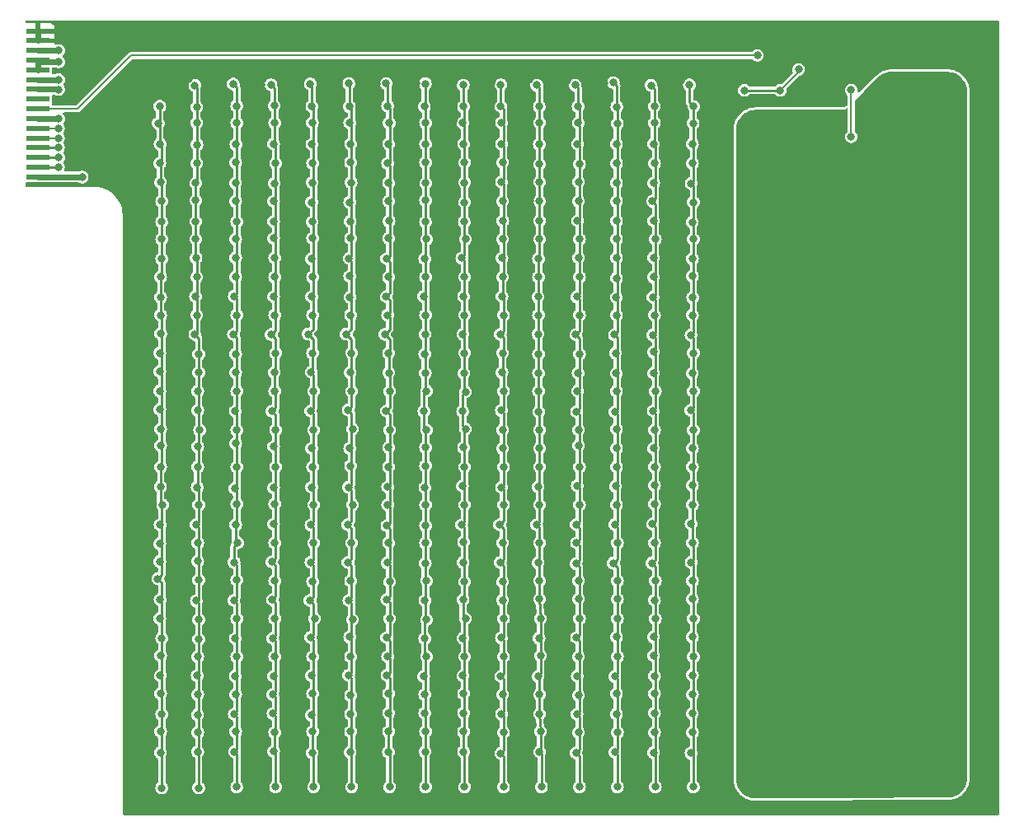
<source format=gbr>
%TF.GenerationSoftware,KiCad,Pcbnew,7.0.9*%
%TF.CreationDate,2023-12-22T09:19:41+01:00*%
%TF.ProjectId,flexAddressLedsV2,666c6578-4164-4647-9265-73734c656473,rev?*%
%TF.SameCoordinates,Original*%
%TF.FileFunction,Copper,L2,Bot*%
%TF.FilePolarity,Positive*%
%FSLAX46Y46*%
G04 Gerber Fmt 4.6, Leading zero omitted, Abs format (unit mm)*
G04 Created by KiCad (PCBNEW 7.0.9) date 2023-12-22 09:19:41*
%MOMM*%
%LPD*%
G01*
G04 APERTURE LIST*
%TA.AperFunction,SMDPad,CuDef*%
%ADD10R,2.396000X0.600000*%
%TD*%
%TA.AperFunction,SMDPad,CuDef*%
%ADD11R,2.396000X0.610000*%
%TD*%
%TA.AperFunction,ViaPad*%
%ADD12C,0.800000*%
%TD*%
%TA.AperFunction,Conductor*%
%ADD13C,0.250000*%
%TD*%
%TA.AperFunction,Conductor*%
%ADD14C,0.600000*%
%TD*%
%TA.AperFunction,Conductor*%
%ADD15C,0.200000*%
%TD*%
G04 APERTURE END LIST*
D10*
%TO.P,J1,1,Pin_1*%
%TO.N,VCC*%
X100825000Y-63250000D03*
%TO.P,J1,2,Pin_2*%
X100825000Y-64250000D03*
%TO.P,J1,3,Pin_3*%
%TO.N,GNDD*%
X100825000Y-65250000D03*
%TO.P,J1,4,Pin_4*%
%TO.N,+3.3V*%
X100825000Y-66250000D03*
%TO.P,J1,5,Pin_5*%
X100825000Y-67250000D03*
%TO.P,J1,6,Pin_6*%
%TO.N,GNDD*%
X100825000Y-68250000D03*
D11*
%TO.P,J1,7,Pin_7*%
X100825000Y-69245000D03*
D10*
%TO.P,J1,8,Pin_8*%
%TO.N,unconnected-(J1-Pin_8-Pad8)*%
X100825000Y-70250000D03*
%TO.P,J1,9,Pin_9*%
%TO.N,/~{CHANGE}*%
X100825000Y-71250000D03*
%TO.P,J1,10,Pin_10*%
%TO.N,GNDD*%
X100825000Y-72250000D03*
%TO.P,J1,11,Pin_11*%
%TO.N,/SDA*%
X100825000Y-73250000D03*
%TO.P,J1,12,Pin_12*%
%TO.N,/SCL*%
X100825000Y-74250000D03*
%TO.P,J1,13,Pin_13*%
%TO.N,GNDD*%
X100825000Y-75250000D03*
%TO.P,J1,14,Pin_14*%
%TO.N,/IN_LED2*%
X100825000Y-76250000D03*
%TO.P,J1,15,Pin_15*%
%TO.N,/IN_LED1*%
X100825000Y-77250000D03*
%TO.P,J1,16,Pin_16*%
%TO.N,GNDD*%
X100825000Y-78250000D03*
%TD*%
D12*
%TO.N,VCC*%
X116325000Y-68150000D03*
%TO.N,GNDD*%
X113325000Y-98250000D03*
X113525000Y-141050000D03*
X140575000Y-137325000D03*
X124747540Y-68769678D03*
X140550000Y-121775000D03*
X128925000Y-106150000D03*
X129025000Y-135250000D03*
X178925000Y-67200000D03*
X136641589Y-121683411D03*
X148550000Y-82750000D03*
X125125000Y-111850000D03*
X132925000Y-92450000D03*
X140595068Y-68664207D03*
X168000000Y-133400000D03*
X129025000Y-76850000D03*
X160050000Y-137375000D03*
X148475000Y-98350000D03*
X132625000Y-114000000D03*
X152225000Y-98400000D03*
X140625000Y-115850000D03*
X128850000Y-117850000D03*
X164125000Y-109950000D03*
X159896021Y-68545939D03*
X133025000Y-100250000D03*
X156200000Y-129550000D03*
X140600000Y-117950000D03*
X136825000Y-88550000D03*
X156225000Y-82750000D03*
X121125000Y-88550000D03*
X121225000Y-108050000D03*
X168025000Y-129450000D03*
X144625000Y-80850000D03*
X144525000Y-135250000D03*
X140525000Y-133350000D03*
X156150000Y-90575000D03*
X136575000Y-90550000D03*
X140625000Y-140950000D03*
X129025000Y-119850000D03*
X164125000Y-76850000D03*
X140495000Y-71000000D03*
X121125000Y-76750000D03*
X117225000Y-117750000D03*
X113525000Y-133475000D03*
X136725000Y-76850000D03*
X140450000Y-102325000D03*
X177025000Y-69350000D03*
X160308969Y-72739886D03*
X140625000Y-92450000D03*
X117125000Y-71070000D03*
X132925000Y-119750000D03*
X132825000Y-88450000D03*
X148625000Y-92450000D03*
X113325000Y-117775000D03*
X152325000Y-82750000D03*
X144525000Y-137325000D03*
X140625000Y-74850000D03*
X121100000Y-78875000D03*
X156325000Y-80750000D03*
X160225000Y-131350000D03*
X160325000Y-140950000D03*
X113625000Y-111950000D03*
X125125000Y-92450000D03*
X113525000Y-80750000D03*
X152175000Y-129600000D03*
X144625000Y-96350000D03*
X173375000Y-69350000D03*
X144525000Y-133350000D03*
X136625000Y-125600000D03*
X117200000Y-133525000D03*
X168025000Y-92450000D03*
X125075000Y-78900000D03*
X136825000Y-80750000D03*
X128975000Y-78825000D03*
X105365000Y-78250000D03*
X136862500Y-82787500D03*
X117225000Y-135350000D03*
X116925000Y-94425000D03*
X152325000Y-72650000D03*
X168125000Y-104250000D03*
X152300000Y-74900000D03*
X132975000Y-78825000D03*
X164025000Y-86550000D03*
X148525000Y-121750000D03*
X148400000Y-125625000D03*
X152325000Y-121650000D03*
X132925000Y-131550000D03*
X125075000Y-70940000D03*
X125025000Y-110200000D03*
X163925000Y-113925000D03*
X160255000Y-71030000D03*
X129225000Y-123650000D03*
X156425000Y-111950000D03*
X117025000Y-84650000D03*
X164125000Y-135350000D03*
X113400000Y-137425000D03*
X136675000Y-117925000D03*
X140650000Y-78875000D03*
X168025000Y-74850000D03*
X136825000Y-131350000D03*
X144525000Y-90525000D03*
X136425000Y-94425000D03*
X160225000Y-125550000D03*
X167875000Y-137475000D03*
X136825000Y-133350000D03*
X132925000Y-127550000D03*
X159900000Y-117950000D03*
X152325000Y-119750000D03*
X128925000Y-80850000D03*
X121225000Y-127550000D03*
X152175000Y-110100000D03*
X163775000Y-68825000D03*
X121000000Y-137325000D03*
X148425000Y-133450000D03*
X132825000Y-106150000D03*
X168025000Y-119750000D03*
X121125000Y-114000000D03*
X160225000Y-78850000D03*
X132925000Y-133450000D03*
X160225000Y-104150000D03*
X163850000Y-117950000D03*
X117041589Y-113983411D03*
X164025000Y-125550000D03*
X156325000Y-86550000D03*
X164225000Y-100250000D03*
X113425000Y-127450000D03*
X144625000Y-92450000D03*
X160125000Y-96350000D03*
X128875000Y-98300000D03*
X129025000Y-131350000D03*
X168025000Y-76850000D03*
X125225000Y-140950000D03*
X148525000Y-76750000D03*
X152275000Y-125650000D03*
X129025000Y-88550000D03*
X125225000Y-108050000D03*
X152425000Y-123650000D03*
X152175000Y-90575000D03*
X168025000Y-86650000D03*
X167900000Y-117850000D03*
X156325000Y-119750000D03*
X148525000Y-115850000D03*
X121225000Y-104250000D03*
X113325000Y-96350000D03*
X144725000Y-100350000D03*
X140625000Y-80650000D03*
X129125000Y-111950000D03*
X136825000Y-115850000D03*
X156425000Y-140950000D03*
X148425000Y-110150000D03*
X168000000Y-98450000D03*
X117225000Y-108050000D03*
X163975000Y-90600000D03*
X148425000Y-78750000D03*
X155988695Y-68807510D03*
X156300000Y-72700000D03*
X140725000Y-104250000D03*
X132925000Y-76750000D03*
X160225000Y-82750000D03*
X133125000Y-104150000D03*
X120900000Y-94425000D03*
X160050000Y-102400000D03*
X140625000Y-111950000D03*
X152525000Y-140950000D03*
X148350000Y-137500000D03*
X152038870Y-68813008D03*
X144625000Y-140950000D03*
X128975000Y-82875000D03*
X125025000Y-137300000D03*
X113325000Y-76850000D03*
X136925000Y-100250000D03*
X160225000Y-88650000D03*
X144454089Y-94395911D03*
X133025000Y-115850000D03*
X152325000Y-133450000D03*
X136625000Y-86650000D03*
X160125000Y-110050000D03*
X117325000Y-123750000D03*
X152325000Y-80750000D03*
X160325000Y-121650000D03*
X156285000Y-71000000D03*
X132850000Y-90600000D03*
X140725000Y-84650000D03*
X133025000Y-96350000D03*
X152325000Y-108050000D03*
X117225000Y-100250000D03*
X132875000Y-82825000D03*
X148525000Y-88550000D03*
X164121075Y-72665793D03*
X152225000Y-86650000D03*
X168025000Y-106150000D03*
X129025000Y-92450000D03*
X156325000Y-78750000D03*
X120925000Y-121775000D03*
X152325000Y-104250000D03*
X125075000Y-98325000D03*
X148350000Y-129575000D03*
X144725000Y-84650000D03*
X121150000Y-74900000D03*
X120975000Y-133475000D03*
X132925000Y-84550000D03*
X144625000Y-127550000D03*
X136800000Y-137350000D03*
X116925000Y-68825000D03*
X132725000Y-129475000D03*
X152325000Y-76950000D03*
X168025000Y-115850000D03*
X136925000Y-104250000D03*
X160200000Y-90625000D03*
X148525000Y-104250000D03*
X152175000Y-117900000D03*
X121125000Y-131450000D03*
X121225000Y-111850000D03*
X160325000Y-123650000D03*
X125225000Y-104250000D03*
X144525000Y-115750000D03*
X128800000Y-102300000D03*
X152225000Y-88550000D03*
X136725000Y-110100000D03*
X168165000Y-71010000D03*
X124900000Y-121700000D03*
X125025000Y-90550000D03*
X140625000Y-114075000D03*
X164025000Y-106150000D03*
X164125000Y-104250000D03*
X113525000Y-125650000D03*
X164025000Y-98425000D03*
X140625000Y-72675000D03*
X136825000Y-135250000D03*
X148475000Y-86600000D03*
X168025000Y-111950000D03*
X124775000Y-94450000D03*
X129125000Y-104250000D03*
X113175000Y-72725000D03*
X132775000Y-86625000D03*
X125125000Y-123650000D03*
X121125000Y-84650000D03*
X113350000Y-114000000D03*
X132925000Y-74850000D03*
X156225000Y-100250000D03*
X121225000Y-92450000D03*
X160225000Y-80750000D03*
X189625000Y-67950000D03*
X152305000Y-71020000D03*
X102935000Y-68250000D03*
X140625000Y-82875000D03*
X144625000Y-108050000D03*
X132825000Y-72674500D03*
X152325000Y-78750000D03*
X136882233Y-72708603D03*
X168025000Y-135350000D03*
X125128232Y-72674500D03*
X125125000Y-88550000D03*
X136850000Y-98375000D03*
X144525000Y-106050000D03*
X113325000Y-123650000D03*
X117150000Y-74925000D03*
X117325000Y-96450000D03*
X144450000Y-72700000D03*
X144400000Y-110025000D03*
X144625000Y-78825000D03*
X128900000Y-129500000D03*
X102945000Y-65260000D03*
X140550000Y-110175000D03*
X140625000Y-106050000D03*
X121125000Y-135250000D03*
X136925000Y-119850000D03*
X148625000Y-123650000D03*
X148525000Y-119850000D03*
X144600000Y-82875000D03*
X156325000Y-121650000D03*
X117175000Y-129500000D03*
X144725000Y-123650000D03*
X152175000Y-94400000D03*
X129025000Y-96350000D03*
X164025000Y-127450000D03*
X140400000Y-90525000D03*
X140725000Y-100250000D03*
X164050000Y-78875000D03*
X140625000Y-88550000D03*
X113325000Y-102150000D03*
X129025000Y-84550000D03*
X113425000Y-105850000D03*
X144325000Y-114000000D03*
X144525000Y-74850000D03*
X168025000Y-108050000D03*
X164125000Y-111850000D03*
X132466589Y-94408411D03*
X121225000Y-72674500D03*
X160225000Y-133450000D03*
X117225000Y-131450000D03*
X167850000Y-102225000D03*
X168000000Y-82900000D03*
X136725000Y-127550000D03*
X133025000Y-140950000D03*
X128775000Y-68675000D03*
X152225000Y-96450000D03*
X152325000Y-131450000D03*
X117425000Y-104250000D03*
X125025000Y-113950000D03*
X117175000Y-110150000D03*
X144475000Y-121700000D03*
X192025000Y-67950000D03*
X140425000Y-129600000D03*
X148525000Y-96350000D03*
X156425000Y-96450000D03*
X152247541Y-102389364D03*
X160225000Y-100250000D03*
X113325000Y-115950000D03*
X164025000Y-82750000D03*
X113409500Y-110075000D03*
X156125000Y-102375000D03*
X125125000Y-100250000D03*
X136825000Y-84550000D03*
X136650000Y-129475000D03*
X125125000Y-127550000D03*
X120875000Y-68700000D03*
X168025000Y-88450000D03*
X160225000Y-86550000D03*
X156075000Y-118000000D03*
X117225000Y-137325000D03*
X144625000Y-119850000D03*
X136925000Y-140950000D03*
X192825000Y-67950000D03*
X132825000Y-80850000D03*
X132825000Y-125550000D03*
X113325000Y-70990000D03*
X164125000Y-92450000D03*
X148300000Y-117875000D03*
X132875000Y-98350000D03*
X160325000Y-135350000D03*
X164125000Y-131350000D03*
X152325000Y-111950000D03*
X148351589Y-70993411D03*
X163950000Y-94500000D03*
X125125000Y-115850000D03*
X129125000Y-140950000D03*
X117125000Y-72675000D03*
X168125000Y-80850000D03*
X144625000Y-76750000D03*
X148525000Y-131450000D03*
X164225000Y-140950000D03*
X125025000Y-84550000D03*
X148525000Y-80750000D03*
X156325000Y-105850000D03*
X117000000Y-90525000D03*
X113350000Y-74850000D03*
X128554089Y-94395911D03*
X136650000Y-114100000D03*
X164125000Y-129550000D03*
X160200000Y-98425000D03*
X152325000Y-137350000D03*
X129125000Y-100250000D03*
X160225000Y-84650000D03*
X102925000Y-75250000D03*
X140725000Y-123750000D03*
X117225000Y-127550000D03*
X190425000Y-67950000D03*
X121225000Y-123650000D03*
X133125000Y-123750000D03*
X125225000Y-76850000D03*
X152025000Y-114000000D03*
X140600000Y-98400000D03*
X125125000Y-135350000D03*
X160225000Y-106150000D03*
X113525000Y-82875000D03*
X164125000Y-115850000D03*
X144475000Y-117875000D03*
X121125000Y-98350000D03*
X148475000Y-90525000D03*
X117125000Y-92450000D03*
X113425000Y-104150000D03*
X144625000Y-111950000D03*
X148625000Y-135350000D03*
X128800000Y-125575000D03*
X160325000Y-115850000D03*
X129025000Y-108050000D03*
X121075000Y-129550000D03*
X140525000Y-96450000D03*
X117025000Y-78875000D03*
X117225000Y-115850000D03*
X128750000Y-121775000D03*
X168025000Y-131450000D03*
X160325000Y-119750000D03*
X160225000Y-74850000D03*
X156325000Y-104250000D03*
X121225000Y-119650000D03*
X125025000Y-82825000D03*
X117325000Y-98350000D03*
X132704089Y-110145911D03*
X164225000Y-84650000D03*
X124850000Y-102325000D03*
X191225000Y-67950000D03*
X140525000Y-131450000D03*
X152225000Y-92450000D03*
X113362500Y-121687500D03*
X113525000Y-86650000D03*
X148417997Y-72665266D03*
X136825000Y-78850000D03*
X156325000Y-127550000D03*
X102935000Y-69250000D03*
X128950000Y-74875000D03*
X156425000Y-76950000D03*
X168125000Y-127550000D03*
X160225000Y-92450000D03*
X113525000Y-84650000D03*
X156425000Y-92450000D03*
X124950000Y-133400000D03*
X132795000Y-71020000D03*
X132650000Y-117875000D03*
X144500000Y-68800000D03*
X156425000Y-88550000D03*
X117125000Y-76850000D03*
X148225000Y-114000000D03*
X113425000Y-92450000D03*
X156125000Y-125600000D03*
X140625000Y-107950000D03*
X156100000Y-113975000D03*
X117025000Y-80650000D03*
X121325000Y-115850000D03*
X136725000Y-70950000D03*
X128975000Y-137450000D03*
X121225000Y-70950000D03*
X117325000Y-111950000D03*
X125125000Y-119750000D03*
X140625000Y-135250000D03*
X121225000Y-140950000D03*
X156125000Y-115850000D03*
X136925000Y-123650000D03*
X144525000Y-71020000D03*
X164025000Y-96250000D03*
X148625000Y-111950000D03*
X163925000Y-80750000D03*
X144550000Y-98425000D03*
X156325000Y-135350000D03*
X125125000Y-86550000D03*
X188825000Y-67950000D03*
X148625000Y-108050000D03*
X136825000Y-74850000D03*
X128850000Y-114025000D03*
X160225000Y-76850000D03*
X136575000Y-68650000D03*
X132925000Y-107950000D03*
X140575000Y-94425000D03*
X164025000Y-137425000D03*
X113325000Y-100250000D03*
X144425000Y-102350000D03*
X121225000Y-100250000D03*
X120975000Y-90500000D03*
X167875000Y-113900000D03*
X167900000Y-78900000D03*
X152325000Y-84650000D03*
X117325000Y-141050000D03*
X168025000Y-125550000D03*
X117225000Y-105950000D03*
X113400000Y-78800000D03*
X121125000Y-105650000D03*
X168125000Y-96350000D03*
X128925000Y-110150000D03*
X140725000Y-127550000D03*
X136825000Y-108050000D03*
X156425000Y-84650000D03*
X121125000Y-80750000D03*
X152425000Y-127450000D03*
X120950000Y-117850000D03*
X164000000Y-102300000D03*
X140725000Y-119750000D03*
X156425000Y-108050000D03*
X121025000Y-110275000D03*
X144450000Y-125650000D03*
X168125000Y-84650000D03*
X140625000Y-76750000D03*
X152325000Y-106150000D03*
X144725000Y-104150000D03*
X125025000Y-105950000D03*
X164125000Y-133350000D03*
X113425000Y-90600000D03*
X117050000Y-86575000D03*
X160050000Y-113975000D03*
X148525000Y-106150000D03*
X132675000Y-102200000D03*
X136825000Y-106050000D03*
X132750000Y-121775000D03*
X113379500Y-129500000D03*
X144625000Y-88550000D03*
X136725000Y-111950000D03*
X117325000Y-125750000D03*
X124925000Y-125675000D03*
X164125000Y-121750000D03*
X125000000Y-129575000D03*
X129025000Y-127550000D03*
X113425000Y-131350000D03*
X117325000Y-119650000D03*
X160225000Y-108050000D03*
X132925000Y-135250000D03*
X148625000Y-100250000D03*
X102935000Y-72250000D03*
X129125000Y-115850000D03*
X125225000Y-96350000D03*
X160025000Y-94475000D03*
X144350000Y-86600000D03*
X156075000Y-137450000D03*
X148300000Y-94425000D03*
X164025000Y-74850000D03*
X113425000Y-108050000D03*
X164115000Y-70990000D03*
X168050000Y-90650000D03*
X125025000Y-80750000D03*
X136725000Y-92450000D03*
X164125000Y-108050000D03*
X144525000Y-131350000D03*
X152425000Y-135250000D03*
X117025000Y-82825000D03*
X148525000Y-84650000D03*
X132750000Y-68650000D03*
X164225000Y-123650000D03*
X117075000Y-121825000D03*
X164225000Y-119750000D03*
X168025000Y-109950000D03*
X168025000Y-121650000D03*
X148625000Y-140950000D03*
X144450000Y-129525000D03*
X168125000Y-100250000D03*
X124925000Y-131450000D03*
X152325000Y-115850000D03*
X160225000Y-111950000D03*
X113425000Y-88550000D03*
X148400000Y-102250000D03*
X128925000Y-90550000D03*
X121125000Y-96450000D03*
X117225000Y-102250000D03*
X156275000Y-98400000D03*
X140525000Y-125675000D03*
X164025000Y-88550000D03*
X160050000Y-129600000D03*
X160325000Y-127550000D03*
X121125000Y-86550000D03*
X167710896Y-68774342D03*
X132875000Y-137375000D03*
X140525000Y-86650000D03*
X168095750Y-72725071D03*
X124825000Y-117825000D03*
X121075000Y-125675000D03*
X133125000Y-111950000D03*
X129003976Y-72674147D03*
X113425000Y-135250000D03*
X128900000Y-133575000D03*
X156175000Y-133475000D03*
X167875000Y-94500000D03*
X148625000Y-127550000D03*
X156325000Y-131550000D03*
X125025000Y-74850000D03*
X148425000Y-74850000D03*
X128900000Y-86675000D03*
X168125000Y-123650000D03*
X156425000Y-123650000D03*
X168125000Y-140950000D03*
X156050000Y-94450000D03*
X121225000Y-82850000D03*
X121075000Y-102300000D03*
X128945000Y-70980000D03*
X113424500Y-94345911D03*
X156200000Y-109975000D03*
X152225000Y-100250000D03*
X117125000Y-88550000D03*
X156225000Y-74850000D03*
X113125000Y-119550000D03*
X136575000Y-102300000D03*
X148347540Y-68769678D03*
X136825000Y-96350000D03*
%TO.N,VCC*%
X143325000Y-135350000D03*
X166625000Y-135350000D03*
X166725000Y-76950000D03*
X162825000Y-88350000D03*
X147425000Y-80750000D03*
X166725000Y-99950000D03*
X139425000Y-131250000D03*
X154925000Y-119550000D03*
X123725000Y-88250000D03*
X135425000Y-96150000D03*
X155025000Y-139050000D03*
X143475000Y-68650000D03*
X139325000Y-119550000D03*
X155025000Y-103850000D03*
X135575000Y-68700000D03*
X119925000Y-100050000D03*
X162625000Y-115650000D03*
X135325000Y-84350000D03*
X135525000Y-135350000D03*
X147225000Y-100050000D03*
X170625000Y-131450000D03*
X116025000Y-100050000D03*
X170625000Y-92250000D03*
X147225000Y-135350000D03*
X143225000Y-107750000D03*
X147350000Y-68600000D03*
X147125000Y-139050000D03*
X154925000Y-123450000D03*
X159000000Y-68625000D03*
X135425000Y-131250000D03*
X170625000Y-115550000D03*
X115925000Y-88250000D03*
X123725000Y-119550000D03*
X155225000Y-72650000D03*
X139425000Y-139150000D03*
X119925000Y-76650000D03*
X123825000Y-131150000D03*
X147225000Y-123350000D03*
X162725000Y-123450000D03*
X162825000Y-76850000D03*
X127625000Y-119450000D03*
X119725000Y-107750000D03*
X166725000Y-119550000D03*
X158925000Y-115650000D03*
X115925000Y-131150000D03*
X162825000Y-92250000D03*
X143325000Y-139050000D03*
X139425000Y-92250000D03*
X154925000Y-127350000D03*
X123825000Y-76650000D03*
X127850000Y-72575000D03*
X135425000Y-80650000D03*
X119825000Y-111750000D03*
X119825000Y-96050000D03*
X151125000Y-92250000D03*
X120100000Y-67900000D03*
X154825000Y-84350000D03*
X135425000Y-115550000D03*
X158825000Y-100050000D03*
X154925000Y-111750000D03*
X135425000Y-123350000D03*
X162725000Y-111650000D03*
X163075000Y-72575000D03*
X170625000Y-138950000D03*
X119825000Y-88250000D03*
X158925000Y-76850000D03*
X158925000Y-123350000D03*
X170525000Y-88350000D03*
X135425000Y-111650000D03*
X139325000Y-80750000D03*
X123625000Y-80650000D03*
X166725000Y-84350000D03*
X150925000Y-96150000D03*
X123725000Y-127350000D03*
X162725000Y-107750000D03*
X158925000Y-92250000D03*
X135425000Y-103850000D03*
X139425000Y-135350000D03*
X135525000Y-139050000D03*
X127725000Y-96150000D03*
X147125000Y-92150000D03*
X143325000Y-84250000D03*
X135525000Y-88350000D03*
X119725000Y-138950000D03*
X170525000Y-111750000D03*
X143325000Y-92250000D03*
X151025000Y-119550000D03*
X127525000Y-80750000D03*
X119825000Y-103850000D03*
X147125000Y-84350000D03*
X162725000Y-103850000D03*
X162725000Y-84250000D03*
X166725000Y-103950000D03*
X131800000Y-68150000D03*
X127900000Y-68200000D03*
X131625000Y-103950000D03*
X131525000Y-88250000D03*
X115925000Y-134950000D03*
X115925000Y-92150000D03*
X116025000Y-96050000D03*
X139425000Y-99850000D03*
X170625000Y-119550000D03*
X154925000Y-131350000D03*
X123625000Y-103950000D03*
X162725000Y-99950000D03*
X123825000Y-96050000D03*
X151125000Y-139050000D03*
X154925000Y-115650000D03*
X166725000Y-115650000D03*
X147225000Y-76750000D03*
X123525000Y-123450000D03*
X151025000Y-88250000D03*
X166625000Y-107750000D03*
X115825000Y-119550000D03*
X127625000Y-115650000D03*
X162825000Y-135350000D03*
X151125000Y-103950000D03*
X151025000Y-131350000D03*
X143225000Y-131250000D03*
X139700000Y-68575000D03*
X151025000Y-84350000D03*
X119825000Y-131250000D03*
X170825000Y-76750000D03*
X166725000Y-139050000D03*
X123825000Y-99950000D03*
X150925000Y-123350000D03*
X127725000Y-92150000D03*
X139225000Y-96050000D03*
X131525000Y-111750000D03*
X162825000Y-131350000D03*
X170625000Y-107750000D03*
X143325000Y-88250000D03*
X139425000Y-127350000D03*
X158825000Y-131350000D03*
X143225000Y-115650000D03*
X142625000Y-80550000D03*
X127625000Y-88150000D03*
X139425000Y-115550000D03*
X123825000Y-92150000D03*
X135525000Y-76650000D03*
X155025000Y-135250000D03*
X127625000Y-127250000D03*
X158825000Y-119550000D03*
X147125000Y-119550000D03*
X139425000Y-76750000D03*
X170625000Y-99950000D03*
X131625000Y-119550000D03*
X162825000Y-139150000D03*
X162825000Y-80850000D03*
X151325000Y-80750000D03*
X166625000Y-131350000D03*
X131625000Y-76650000D03*
X139325000Y-123450000D03*
X115925000Y-111750000D03*
X170525000Y-123450000D03*
X143225000Y-123350000D03*
X115825000Y-80550000D03*
X139325000Y-111750000D03*
X170800000Y-72625000D03*
X166875000Y-68400000D03*
X170625000Y-103950000D03*
X131625000Y-135150000D03*
X147275000Y-72650000D03*
X151200000Y-72575000D03*
X127625000Y-131250000D03*
X115825000Y-123350000D03*
X151025000Y-127350000D03*
X166625000Y-96150000D03*
X119825000Y-119550000D03*
X135525000Y-92150000D03*
X119825000Y-135050000D03*
X143450000Y-72525000D03*
X135425000Y-119450000D03*
X151025000Y-135250000D03*
X120075000Y-72525000D03*
X127625000Y-107750000D03*
X162975000Y-68225000D03*
X158825000Y-84250000D03*
X166625000Y-127250000D03*
X123725000Y-135050000D03*
X139325000Y-107750000D03*
X119725000Y-84450000D03*
X131525000Y-80750000D03*
X147225000Y-111650000D03*
X151125000Y-111750000D03*
X158925000Y-135350000D03*
X158925000Y-139050000D03*
X170525000Y-96150000D03*
X154925000Y-96150000D03*
X167025000Y-80750000D03*
X127725000Y-103950000D03*
X135725000Y-72750000D03*
X155200000Y-68375000D03*
X139425000Y-103850000D03*
X139325000Y-84350000D03*
X123725000Y-107750000D03*
X131625000Y-100050000D03*
X170825000Y-80850000D03*
X143225000Y-127350000D03*
X158825000Y-103850000D03*
X162825000Y-96150000D03*
X123825000Y-115650000D03*
X119725000Y-123450000D03*
X119825000Y-80650000D03*
X139425000Y-88250000D03*
X155025000Y-92250000D03*
X119925000Y-92150000D03*
X115925000Y-103850000D03*
X162725000Y-119550000D03*
X170525000Y-84350000D03*
X135525000Y-100050000D03*
X135425000Y-127350000D03*
X143325000Y-111650000D03*
X143325000Y-96150000D03*
X151025000Y-107750000D03*
X162725000Y-127250000D03*
X131525000Y-127250000D03*
X147225000Y-88250000D03*
X123825000Y-138950000D03*
X155025000Y-76750000D03*
X131525000Y-123450000D03*
X115725000Y-107750000D03*
X147225000Y-131350000D03*
X123725000Y-68750000D03*
X127625000Y-111750000D03*
X155025000Y-107750000D03*
X131625000Y-72750000D03*
X115825000Y-84450000D03*
X143325000Y-103950000D03*
X131625000Y-107750000D03*
X115925000Y-115550000D03*
X170525000Y-127250000D03*
X147225000Y-107750000D03*
X155225000Y-80750000D03*
X116100000Y-72300000D03*
X131525000Y-84350000D03*
X116025000Y-138950000D03*
X127625000Y-84350000D03*
X135425000Y-107750000D03*
X131625000Y-96150000D03*
X127625000Y-139050000D03*
X166625000Y-123350000D03*
X123625000Y-84450000D03*
X123725000Y-111750000D03*
X119925000Y-115550000D03*
X127525000Y-123350000D03*
X170525000Y-135250000D03*
X143325000Y-76750000D03*
X158925000Y-107750000D03*
X158825000Y-111650000D03*
X158825000Y-127350000D03*
X170921161Y-68554339D03*
X116025000Y-76650000D03*
X139625000Y-72750000D03*
X143325000Y-100050000D03*
X147125000Y-127350000D03*
X147500000Y-95925000D03*
X131525000Y-115650000D03*
X119825000Y-127350000D03*
X115925000Y-127350000D03*
X154925000Y-88250000D03*
X158825000Y-96150000D03*
X127725000Y-135250000D03*
X151025000Y-115650000D03*
X131625000Y-139050000D03*
X131625000Y-92150000D03*
X127725000Y-99950000D03*
X158925000Y-80750000D03*
X127625000Y-76650000D03*
X166625000Y-111650000D03*
X151300000Y-68300000D03*
X159125000Y-72750000D03*
X151025000Y-100050000D03*
X166725000Y-88250000D03*
X131625000Y-131250000D03*
X166725000Y-92250000D03*
X151025000Y-76650000D03*
X123950000Y-72525000D03*
X166975000Y-72650000D03*
X158825000Y-88250000D03*
X154925000Y-100050000D03*
X147225000Y-103950000D03*
X147125000Y-115550000D03*
X143125000Y-119550000D03*
%TO.N,/IN_LED1*%
X102925000Y-77260000D03*
%TO.N,/IN_LED2*%
X102935000Y-76250000D03*
%TO.N,+3.3V*%
X102955000Y-66430000D03*
%TO.N,/PROX*%
X184335000Y-74120000D03*
X184335000Y-69330000D03*
%TO.N,/SDA*%
X102925000Y-73250000D03*
%TO.N,/SCL*%
X102925000Y-74250000D03*
%TO.N,/~{CHANGE}*%
X174695000Y-65750000D03*
%TD*%
D13*
%TO.N,GNDD*%
X116925000Y-68825000D02*
X117125000Y-69025000D01*
X117125000Y-69025000D02*
X117125000Y-71070000D01*
X121225000Y-70950000D02*
X121225000Y-69050000D01*
X121225000Y-69050000D02*
X120875000Y-68700000D01*
X124747540Y-68769678D02*
X125075000Y-69097138D01*
X125075000Y-69097138D02*
X125075000Y-70940000D01*
X144625000Y-109800000D02*
X144625000Y-108050000D01*
X125025000Y-137300000D02*
X125125000Y-137200000D01*
X132825000Y-72674500D02*
X133025000Y-72474500D01*
X168125000Y-109850000D02*
X168025000Y-109950000D01*
X117325000Y-137225000D02*
X117325000Y-135450000D01*
X168125000Y-111850000D02*
X168025000Y-111950000D01*
X113525000Y-82875000D02*
X113525000Y-84650000D01*
X129125000Y-106350000D02*
X128925000Y-106150000D01*
X113525000Y-104250000D02*
X113525000Y-105750000D01*
X148625000Y-123650000D02*
X148625000Y-125400000D01*
X164225000Y-104150000D02*
X164125000Y-104250000D01*
X164225000Y-84650000D02*
X164225000Y-82950000D01*
X156100000Y-113975000D02*
X156425000Y-114300000D01*
X129125000Y-84450000D02*
X129025000Y-84550000D01*
X125025000Y-113950000D02*
X125225000Y-113750000D01*
X152325000Y-106150000D02*
X152325000Y-104250000D01*
X136925000Y-96250000D02*
X136825000Y-96350000D01*
X129125000Y-110350000D02*
X129125000Y-111950000D01*
X136925000Y-133450000D02*
X136825000Y-133350000D01*
X132875000Y-82825000D02*
X133025000Y-82975000D01*
X121225000Y-70950000D02*
X121225000Y-72674500D01*
X113525000Y-105950000D02*
X113525000Y-107950000D01*
X121225000Y-94100000D02*
X121225000Y-92450000D01*
X144625000Y-71120000D02*
X144525000Y-71020000D01*
X164025000Y-82750000D02*
X164225000Y-82550000D01*
X136641589Y-121683411D02*
X136925000Y-121966822D01*
X168125000Y-115950000D02*
X168025000Y-115850000D01*
X152225000Y-96450000D02*
X152225000Y-94450000D01*
X140625000Y-86750000D02*
X140625000Y-88550000D01*
X121225000Y-86650000D02*
X121225000Y-88450000D01*
X164225000Y-135450000D02*
X164125000Y-135350000D01*
X168125000Y-90725000D02*
X168125000Y-92350000D01*
X148625000Y-84550000D02*
X148525000Y-84650000D01*
X136725000Y-76850000D02*
X136925000Y-76650000D01*
X125225000Y-78750000D02*
X125225000Y-76850000D01*
X117325000Y-115750000D02*
X117225000Y-115850000D01*
X156425000Y-84650000D02*
X156425000Y-86450000D01*
X167900000Y-117825000D02*
X168125000Y-117600000D01*
X164025000Y-127450000D02*
X164225000Y-127250000D01*
X148351589Y-68773727D02*
X148351589Y-70993411D01*
X133025000Y-74950000D02*
X133025000Y-76650000D01*
X168125000Y-127550000D02*
X168125000Y-129350000D01*
X140575000Y-137325000D02*
X140625000Y-137375000D01*
X144625000Y-123750000D02*
X144725000Y-123650000D01*
X113525000Y-117850000D02*
X113525000Y-119150000D01*
X168050000Y-90650000D02*
X168125000Y-90725000D01*
X136925000Y-94925000D02*
X136925000Y-96250000D01*
X156300000Y-72700000D02*
X156425000Y-72575000D01*
X144600000Y-82875000D02*
X144625000Y-82850000D01*
X121225000Y-100250000D02*
X121225000Y-102150000D01*
X156425000Y-73050000D02*
X156425000Y-74650000D01*
X120925000Y-121775000D02*
X121225000Y-121475000D01*
X117025000Y-78875000D02*
X117025000Y-80650000D01*
X121225000Y-98450000D02*
X121225000Y-100250000D01*
X136925000Y-117675000D02*
X136925000Y-115950000D01*
D14*
X100825000Y-78250000D02*
X105365000Y-78250000D01*
D13*
X144425000Y-100650000D02*
X144725000Y-100350000D01*
X148625000Y-117550000D02*
X148625000Y-115950000D01*
X155988695Y-68807510D02*
X156285000Y-69103815D01*
X160325000Y-76950000D02*
X160325000Y-78750000D01*
X140625000Y-90300000D02*
X140625000Y-88550000D01*
X129125000Y-78675000D02*
X129125000Y-76950000D01*
X121225000Y-84750000D02*
X121125000Y-84650000D01*
X148625000Y-106050000D02*
X148525000Y-106150000D01*
X128750000Y-121775000D02*
X129125000Y-121400000D01*
X129125000Y-125250000D02*
X129125000Y-123750000D01*
X156425000Y-86450000D02*
X156325000Y-86550000D01*
X136862500Y-82787500D02*
X136925000Y-82850000D01*
X132825000Y-106150000D02*
X133025000Y-106350000D01*
X168125000Y-133525000D02*
X168125000Y-135250000D01*
X113525000Y-96550000D02*
X113325000Y-96350000D01*
X125125000Y-86550000D02*
X125225000Y-86450000D01*
X160225000Y-74850000D02*
X160325000Y-74950000D01*
X160325000Y-88550000D02*
X160225000Y-88650000D01*
X164225000Y-88350000D02*
X164225000Y-86750000D01*
X156075000Y-118000000D02*
X156425000Y-117650000D01*
X164225000Y-121650000D02*
X164225000Y-119750000D01*
X140525000Y-123950000D02*
X140725000Y-123750000D01*
X121225000Y-133725000D02*
X121225000Y-135150000D01*
X160255000Y-68904918D02*
X160255000Y-71030000D01*
X125025000Y-110200000D02*
X125225000Y-110400000D01*
X140625000Y-106050000D02*
X140625000Y-107950000D01*
X121225000Y-79000000D02*
X121225000Y-80650000D01*
X152325000Y-82750000D02*
X152325000Y-80750000D01*
X168125000Y-131350000D02*
X168025000Y-131450000D01*
X160225000Y-108050000D02*
X160325000Y-108150000D01*
X124850000Y-102325000D02*
X125225000Y-101950000D01*
X113350000Y-74850000D02*
X113525000Y-75025000D01*
X148525000Y-106150000D02*
X148625000Y-106250000D01*
X168000000Y-82900000D02*
X168125000Y-82775000D01*
X152325000Y-110250000D02*
X152175000Y-110100000D01*
X164225000Y-76950000D02*
X164125000Y-76850000D01*
X156425000Y-133225000D02*
X156425000Y-131650000D01*
X113525000Y-98050000D02*
X113525000Y-96550000D01*
X152225000Y-90525000D02*
X152225000Y-88550000D01*
X132704089Y-110145911D02*
X133025000Y-110466822D01*
X144625000Y-76750000D02*
X144625000Y-74950000D01*
X133025000Y-117500000D02*
X133025000Y-115850000D01*
X156275000Y-98400000D02*
X156425000Y-98250000D01*
X160308969Y-72739886D02*
X160325000Y-72723855D01*
X117325000Y-100350000D02*
X117325000Y-102150000D01*
X129125000Y-88450000D02*
X129025000Y-88550000D01*
X152325000Y-78750000D02*
X152325000Y-76950000D01*
X125225000Y-115950000D02*
X125125000Y-115850000D01*
X152225000Y-94350000D02*
X152225000Y-92450000D01*
X140400000Y-90525000D02*
X140625000Y-90300000D01*
X140625000Y-110100000D02*
X140625000Y-107950000D01*
X136925000Y-78950000D02*
X136925000Y-80650000D01*
X140625000Y-82875000D02*
X140625000Y-84550000D01*
X136925000Y-129200000D02*
X136925000Y-127750000D01*
X136925000Y-102650000D02*
X136925000Y-104250000D01*
X128875000Y-98300000D02*
X129025000Y-98150000D01*
X132825000Y-72674500D02*
X133025000Y-72874500D01*
X113525000Y-131250000D02*
X113425000Y-131350000D01*
X128925000Y-110150000D02*
X129125000Y-109950000D01*
X125225000Y-104250000D02*
X125225000Y-105750000D01*
X117000000Y-90525000D02*
X117125000Y-90650000D01*
X116925000Y-94425000D02*
X117325000Y-94825000D01*
X125225000Y-79050000D02*
X125225000Y-80550000D01*
X148350000Y-137500000D02*
X148625000Y-137775000D01*
X124850000Y-102325000D02*
X125225000Y-102700000D01*
X148625000Y-82675000D02*
X148625000Y-80850000D01*
X136575000Y-102300000D02*
X136925000Y-102650000D01*
X128750000Y-121775000D02*
X129125000Y-122150000D01*
X160308969Y-72739886D02*
X160325000Y-72755917D01*
X125225000Y-105750000D02*
X125025000Y-105950000D01*
X121100000Y-78875000D02*
X121225000Y-79000000D01*
X148475000Y-90525000D02*
X148625000Y-90675000D01*
X129125000Y-129275000D02*
X129125000Y-127650000D01*
X129125000Y-121400000D02*
X129125000Y-119950000D01*
X117325000Y-135250000D02*
X117225000Y-135350000D01*
X132725000Y-129475000D02*
X133025000Y-129775000D01*
X124825000Y-117825000D02*
X125225000Y-118225000D01*
X160225000Y-133450000D02*
X160325000Y-133550000D01*
X144625000Y-133450000D02*
X144525000Y-133350000D01*
X133025000Y-101850000D02*
X133025000Y-100250000D01*
X168025000Y-129450000D02*
X168125000Y-129550000D01*
X152425000Y-137250000D02*
X152425000Y-135250000D01*
X156425000Y-98250000D02*
X156425000Y-96450000D01*
X152325000Y-118050000D02*
X152175000Y-117900000D01*
X152325000Y-108050000D02*
X152325000Y-106150000D01*
X140600000Y-100125000D02*
X140725000Y-100250000D01*
X148475000Y-98350000D02*
X148625000Y-98500000D01*
X136425000Y-94425000D02*
X136925000Y-94925000D01*
X125125000Y-86550000D02*
X125225000Y-86650000D01*
X164025000Y-137425000D02*
X164225000Y-137225000D01*
X164050000Y-78875000D02*
X164225000Y-78700000D01*
X117200000Y-133525000D02*
X117325000Y-133400000D01*
X125225000Y-86450000D02*
X125225000Y-84750000D01*
X163925000Y-113925000D02*
X164225000Y-114225000D01*
X128554089Y-94395911D02*
X129125000Y-93825000D01*
X160325000Y-84750000D02*
X160325000Y-86450000D01*
X133025000Y-131450000D02*
X132925000Y-131550000D01*
X167900000Y-78900000D02*
X168125000Y-79125000D01*
X136641589Y-121683411D02*
X136925000Y-121400000D01*
X124775000Y-94450000D02*
X125225000Y-94000000D01*
X163975000Y-90600000D02*
X164225000Y-90350000D01*
X152247541Y-102389364D02*
X152325000Y-102466823D01*
X167710896Y-70555896D02*
X168165000Y-71010000D01*
X136925000Y-93925000D02*
X136925000Y-92650000D01*
X125128232Y-72674500D02*
X125128232Y-74746768D01*
X125225000Y-84750000D02*
X125025000Y-84550000D01*
X144625000Y-117725000D02*
X144625000Y-115850000D01*
X164225000Y-96450000D02*
X164025000Y-96250000D01*
X128925000Y-90550000D02*
X129125000Y-90750000D01*
X144625000Y-90425000D02*
X144625000Y-88550000D01*
X129125000Y-114300000D02*
X129125000Y-115850000D01*
X168125000Y-133275000D02*
X168125000Y-131550000D01*
X140550000Y-121775000D02*
X140625000Y-121850000D01*
X128925000Y-90550000D02*
X129125000Y-90350000D01*
X125225000Y-135250000D02*
X125125000Y-135350000D01*
X128975000Y-78825000D02*
X129125000Y-78975000D01*
X168125000Y-90575000D02*
X168125000Y-88550000D01*
X148550000Y-82750000D02*
X148625000Y-82675000D01*
X144625000Y-114300000D02*
X144625000Y-115650000D01*
X129125000Y-84650000D02*
X129025000Y-84550000D01*
X156175000Y-133475000D02*
X156425000Y-133725000D01*
X132725000Y-129475000D02*
X133025000Y-129175000D01*
X117125000Y-90650000D02*
X117125000Y-92450000D01*
X117175000Y-129500000D02*
X117325000Y-129650000D01*
X156425000Y-119850000D02*
X156425000Y-121550000D01*
X113175000Y-72725000D02*
X113325000Y-72575000D01*
X121225000Y-122075000D02*
X121225000Y-123650000D01*
X160325000Y-135350000D02*
X160325000Y-137100000D01*
X160325000Y-94775000D02*
X160325000Y-96150000D01*
X136650000Y-129475000D02*
X136925000Y-129200000D01*
X160325000Y-111850000D02*
X160225000Y-111950000D01*
X156425000Y-115550000D02*
X156125000Y-115850000D01*
X136925000Y-137475000D02*
X136925000Y-140950000D01*
X129125000Y-127450000D02*
X129025000Y-127550000D01*
X144475000Y-123400000D02*
X144725000Y-123650000D01*
X156425000Y-80850000D02*
X156425000Y-82550000D01*
X128975000Y-137450000D02*
X129125000Y-137600000D01*
X164125000Y-76850000D02*
X164225000Y-76750000D01*
X140625000Y-96350000D02*
X140525000Y-96450000D01*
X121125000Y-96450000D02*
X121225000Y-96550000D01*
X140625000Y-121850000D02*
X140625000Y-123650000D01*
X168125000Y-94250000D02*
X168125000Y-92550000D01*
X121225000Y-82850000D02*
X121225000Y-80850000D01*
X136925000Y-74950000D02*
X136825000Y-74850000D01*
X121225000Y-129700000D02*
X121225000Y-131350000D01*
X129125000Y-119950000D02*
X129025000Y-119850000D01*
X120900000Y-94425000D02*
X121225000Y-94100000D01*
X164225000Y-76750000D02*
X164225000Y-75050000D01*
X152325000Y-113700000D02*
X152325000Y-111950000D01*
X160225000Y-80750000D02*
X160325000Y-80850000D01*
X121225000Y-98250000D02*
X121125000Y-98350000D01*
X152025000Y-114000000D02*
X152325000Y-114300000D01*
X113525000Y-133475000D02*
X113525000Y-135150000D01*
X121225000Y-84550000D02*
X121125000Y-84650000D01*
X113400000Y-137425000D02*
X113525000Y-137300000D01*
X156425000Y-133725000D02*
X156425000Y-135250000D01*
X128900000Y-129500000D02*
X129125000Y-129725000D01*
X167875000Y-113900000D02*
X168025000Y-113750000D01*
X160325000Y-106250000D02*
X160325000Y-107950000D01*
X133025000Y-122050000D02*
X133025000Y-123650000D01*
X168125000Y-135450000D02*
X168125000Y-140950000D01*
X148625000Y-84750000D02*
X148525000Y-84650000D01*
X113525000Y-75025000D02*
X113525000Y-76650000D01*
X125025000Y-110200000D02*
X125225000Y-110000000D01*
X152325000Y-119750000D02*
X152325000Y-118050000D01*
X140625000Y-131350000D02*
X140525000Y-131450000D01*
X152175000Y-90575000D02*
X152225000Y-90525000D01*
X152325000Y-72650000D02*
X152325000Y-71040000D01*
X121225000Y-90750000D02*
X121225000Y-92450000D01*
X156325000Y-104250000D02*
X156425000Y-104350000D01*
X144625000Y-105950000D02*
X144625000Y-104250000D01*
X117050000Y-86575000D02*
X117125000Y-86650000D01*
X117125000Y-76850000D02*
X117125000Y-78775000D01*
X164121075Y-74753925D02*
X164025000Y-74850000D01*
X121225000Y-94750000D02*
X121225000Y-96350000D01*
X129125000Y-82725000D02*
X129125000Y-81050000D01*
X148400000Y-102250000D02*
X148625000Y-102475000D01*
X113362500Y-121687500D02*
X113525000Y-121525000D01*
X144550000Y-98425000D02*
X144625000Y-98350000D01*
X113525000Y-121525000D02*
X113525000Y-119950000D01*
X132875000Y-98350000D02*
X133025000Y-98500000D01*
X125225000Y-96350000D02*
X125225000Y-98175000D01*
X136925000Y-125900000D02*
X136925000Y-127350000D01*
X156425000Y-74650000D02*
X156225000Y-74850000D01*
X144525000Y-137325000D02*
X144625000Y-137425000D01*
X117325000Y-105850000D02*
X117225000Y-105950000D01*
X168125000Y-121550000D02*
X168025000Y-121650000D01*
X117325000Y-133400000D02*
X117325000Y-131550000D01*
X132925000Y-131550000D02*
X133025000Y-131650000D01*
X160325000Y-98300000D02*
X160325000Y-96550000D01*
X148625000Y-72950000D02*
X148625000Y-74650000D01*
X129003976Y-72674147D02*
X129125000Y-72795171D01*
X125225000Y-127450000D02*
X125125000Y-127550000D01*
X125128232Y-70993232D02*
X125075000Y-70940000D01*
X133025000Y-107850000D02*
X132925000Y-107950000D01*
X113525000Y-82875000D02*
X113525000Y-80750000D01*
X121225000Y-131550000D02*
X121125000Y-131450000D01*
X133025000Y-119850000D02*
X132925000Y-119750000D01*
X164125000Y-111850000D02*
X164225000Y-111750000D01*
D14*
X102930000Y-69245000D02*
X102935000Y-69250000D01*
D13*
X148625000Y-131550000D02*
X148625000Y-133250000D01*
X129125000Y-127650000D02*
X129025000Y-127550000D01*
X156425000Y-72575000D02*
X156425000Y-71140000D01*
X125225000Y-111950000D02*
X125125000Y-111850000D01*
X113325000Y-117650000D02*
X113525000Y-117850000D01*
X132875000Y-137375000D02*
X133025000Y-137525000D01*
X117225000Y-137325000D02*
X117325000Y-137225000D01*
X148400000Y-102250000D02*
X148625000Y-102025000D01*
X140625000Y-84750000D02*
X140725000Y-84650000D01*
X136925000Y-114375000D02*
X136925000Y-115750000D01*
X140625000Y-129800000D02*
X140625000Y-131350000D01*
X152325000Y-74875000D02*
X152325000Y-72650000D01*
X164025000Y-98425000D02*
X164225000Y-98625000D01*
X148425000Y-110150000D02*
X148625000Y-109950000D01*
X148525000Y-104250000D02*
X148625000Y-104350000D01*
X168125000Y-118050000D02*
X168125000Y-119650000D01*
X160225000Y-104150000D02*
X160325000Y-104250000D01*
X156225000Y-82750000D02*
X156425000Y-82950000D01*
X136850000Y-98375000D02*
X136850000Y-96375000D01*
X136925000Y-86350000D02*
X136925000Y-84650000D01*
X113409500Y-111734500D02*
X113625000Y-111950000D01*
X168025000Y-125550000D02*
X168125000Y-125650000D01*
X160200000Y-98425000D02*
X160325000Y-98300000D01*
X140525000Y-133350000D02*
X140625000Y-133450000D01*
X164025000Y-106150000D02*
X164225000Y-105950000D01*
X156125000Y-102375000D02*
X156425000Y-102075000D01*
X113525000Y-127550000D02*
X113425000Y-127450000D01*
X129125000Y-117575000D02*
X129125000Y-115850000D01*
X160325000Y-92350000D02*
X160225000Y-92450000D01*
X164225000Y-113625000D02*
X164225000Y-111950000D01*
X136925000Y-121966822D02*
X136925000Y-123650000D01*
X160325000Y-118375000D02*
X160325000Y-119750000D01*
X136862500Y-82787500D02*
X136925000Y-82725000D01*
X133025000Y-105950000D02*
X132825000Y-106150000D01*
X117325000Y-131350000D02*
X117225000Y-131450000D01*
X140650000Y-78875000D02*
X140625000Y-78850000D01*
X117125000Y-78775000D02*
X117025000Y-78875000D01*
X144325000Y-114000000D02*
X144625000Y-114300000D01*
X124925000Y-125675000D02*
X125225000Y-125975000D01*
X132875000Y-137375000D02*
X133025000Y-137225000D01*
X117175000Y-129500000D02*
X117325000Y-129350000D01*
X164025000Y-86550000D02*
X164225000Y-86350000D01*
X164225000Y-82950000D02*
X164025000Y-82750000D01*
X136725000Y-110100000D02*
X136925000Y-109900000D01*
X144625000Y-125825000D02*
X144625000Y-127550000D01*
X117225000Y-137325000D02*
X117325000Y-137425000D01*
X121225000Y-135150000D02*
X121125000Y-135250000D01*
X156425000Y-105750000D02*
X156325000Y-105850000D01*
X132625000Y-114000000D02*
X133025000Y-114400000D01*
X133025000Y-71250000D02*
X132795000Y-71020000D01*
X129125000Y-133800000D02*
X129125000Y-135150000D01*
X117325000Y-102150000D02*
X117225000Y-102250000D01*
X136925000Y-88450000D02*
X136925000Y-86950000D01*
X160325000Y-113700000D02*
X160325000Y-112050000D01*
X160325000Y-110250000D02*
X160325000Y-111850000D01*
X140650000Y-78875000D02*
X140625000Y-78900000D01*
X140625000Y-94475000D02*
X140625000Y-96350000D01*
X120950000Y-117850000D02*
X121225000Y-118125000D01*
X121225000Y-74975000D02*
X121225000Y-76650000D01*
X140450000Y-100525000D02*
X140725000Y-100250000D01*
X152275000Y-125650000D02*
X152425000Y-125500000D01*
X144625000Y-113700000D02*
X144625000Y-111950000D01*
X156425000Y-104150000D02*
X156325000Y-104250000D01*
X160225000Y-76850000D02*
X160325000Y-76950000D01*
X156075000Y-137450000D02*
X156425000Y-137800000D01*
X133025000Y-112050000D02*
X133125000Y-111950000D01*
X164225000Y-121850000D02*
X164125000Y-121750000D01*
X168025000Y-108050000D02*
X168125000Y-108150000D01*
X132975000Y-78825000D02*
X133025000Y-78875000D01*
X144625000Y-74950000D02*
X144525000Y-74850000D01*
X148625000Y-131350000D02*
X148525000Y-131450000D01*
X113525000Y-94446411D02*
X113525000Y-96150000D01*
X160225000Y-125550000D02*
X160325000Y-125650000D01*
X148625000Y-88450000D02*
X148525000Y-88550000D01*
X128925000Y-110150000D02*
X129125000Y-110350000D01*
X113525000Y-127350000D02*
X113425000Y-127450000D01*
X121225000Y-88450000D02*
X121125000Y-88550000D01*
X129125000Y-109950000D02*
X129125000Y-108150000D01*
X144475000Y-117875000D02*
X144625000Y-118025000D01*
X164225000Y-104350000D02*
X164125000Y-104250000D01*
X168125000Y-88350000D02*
X168025000Y-88450000D01*
X117325000Y-102350000D02*
X117325000Y-104150000D01*
X121225000Y-102450000D02*
X121225000Y-104250000D01*
X125025000Y-90550000D02*
X125225000Y-90750000D01*
X125225000Y-122025000D02*
X125225000Y-123550000D01*
X156150000Y-90575000D02*
X156425000Y-90300000D01*
X133025000Y-84650000D02*
X132925000Y-84550000D01*
X133025000Y-92350000D02*
X132925000Y-92450000D01*
X125225000Y-113750000D02*
X125225000Y-111950000D01*
X125225000Y-131750000D02*
X124925000Y-131450000D01*
X121125000Y-86550000D02*
X121225000Y-86450000D01*
X120925000Y-121775000D02*
X121225000Y-122075000D01*
X129125000Y-122150000D02*
X129125000Y-123550000D01*
X148425000Y-110150000D02*
X148625000Y-110350000D01*
X113379500Y-129500000D02*
X113525000Y-129354500D01*
X156285000Y-69103815D02*
X156285000Y-71000000D01*
X121000000Y-137325000D02*
X121225000Y-137550000D01*
X113525000Y-86650000D02*
X113525000Y-88450000D01*
X152325000Y-82750000D02*
X152325000Y-84650000D01*
X148525000Y-119850000D02*
X148625000Y-119950000D01*
X133025000Y-90425000D02*
X133025000Y-88650000D01*
X168125000Y-78675000D02*
X168125000Y-76950000D01*
X117125000Y-88550000D02*
X117125000Y-90400000D01*
X129125000Y-92550000D02*
X129025000Y-92450000D01*
X121075000Y-129550000D02*
X121225000Y-129400000D01*
X129125000Y-102625000D02*
X129125000Y-104250000D01*
X156075000Y-137450000D02*
X156425000Y-137100000D01*
X168025000Y-113750000D02*
X168025000Y-111950000D01*
X136650000Y-114100000D02*
X136925000Y-114375000D01*
X140625000Y-78850000D02*
X140625000Y-76750000D01*
X152325000Y-137350000D02*
X152525000Y-137550000D01*
X117325000Y-104350000D02*
X117325000Y-105850000D01*
X156425000Y-102075000D02*
X156425000Y-100450000D01*
X144425000Y-103850000D02*
X144725000Y-104150000D01*
X136925000Y-112150000D02*
X136725000Y-111950000D01*
X129125000Y-133350000D02*
X129125000Y-131450000D01*
X125025000Y-137300000D02*
X125225000Y-137500000D01*
X140625000Y-115850000D02*
X140625000Y-117925000D01*
X136925000Y-84450000D02*
X136825000Y-84550000D01*
X136725000Y-68800000D02*
X136725000Y-70950000D01*
X140525000Y-125675000D02*
X140525000Y-123950000D01*
X164225000Y-92550000D02*
X164125000Y-92450000D01*
X144550000Y-98425000D02*
X144625000Y-98500000D01*
X113525000Y-114175000D02*
X113525000Y-115750000D01*
X163975000Y-90600000D02*
X164225000Y-90850000D01*
X160325000Y-133550000D02*
X160325000Y-135350000D01*
X168125000Y-129550000D02*
X168125000Y-131350000D01*
X167900000Y-117825000D02*
X168125000Y-118050000D01*
X125125000Y-98375000D02*
X125125000Y-100250000D01*
X156425000Y-121550000D02*
X156325000Y-121650000D01*
X160325000Y-100350000D02*
X160225000Y-100250000D01*
X129125000Y-81050000D02*
X128925000Y-80850000D01*
X148347540Y-68769678D02*
X148351589Y-68773727D01*
X136925000Y-135150000D02*
X136925000Y-133450000D01*
X167850000Y-102225000D02*
X168125000Y-101950000D01*
X121125000Y-105650000D02*
X121225000Y-105750000D01*
X160325000Y-82850000D02*
X160325000Y-84550000D01*
X160325000Y-129325000D02*
X160325000Y-127550000D01*
X136925000Y-84650000D02*
X136825000Y-84550000D01*
X164225000Y-102075000D02*
X164225000Y-100250000D01*
X140625000Y-137275000D02*
X140575000Y-137325000D01*
X129125000Y-93825000D02*
X129125000Y-92550000D01*
X133025000Y-86375000D02*
X133025000Y-84650000D01*
X117325000Y-107950000D02*
X117225000Y-108050000D01*
X136925000Y-90900000D02*
X136925000Y-92250000D01*
X117041589Y-113983411D02*
X117325000Y-114266822D01*
X160225000Y-131350000D02*
X160325000Y-131450000D01*
X168125000Y-117600000D02*
X168125000Y-115950000D01*
X156325000Y-80750000D02*
X156425000Y-80850000D01*
X128554089Y-94395911D02*
X129125000Y-94966822D01*
X156425000Y-135450000D02*
X156325000Y-135350000D01*
X156425000Y-129775000D02*
X156425000Y-131450000D01*
X129125000Y-96250000D02*
X129025000Y-96350000D01*
X168095750Y-72725071D02*
X168095750Y-74779250D01*
X128850000Y-114025000D02*
X129125000Y-113750000D01*
X117025000Y-84650000D02*
X117025000Y-86550000D01*
X136825000Y-106050000D02*
X136925000Y-105950000D01*
X136925000Y-131450000D02*
X136825000Y-131350000D01*
X164125000Y-133350000D02*
X164225000Y-133250000D01*
X113525000Y-100050000D02*
X113325000Y-100250000D01*
X144625000Y-108050000D02*
X144625000Y-106150000D01*
X129125000Y-76750000D02*
X129025000Y-76850000D01*
X136925000Y-105950000D02*
X136925000Y-104250000D01*
X136925000Y-111750000D02*
X136725000Y-111950000D01*
X164025000Y-98425000D02*
X164225000Y-98225000D01*
X148475000Y-86600000D02*
X148625000Y-86450000D01*
X117125000Y-86650000D02*
X117125000Y-88550000D01*
X164225000Y-110050000D02*
X164125000Y-109950000D01*
X168125000Y-106250000D02*
X168125000Y-107950000D01*
X148625000Y-82825000D02*
X148625000Y-84550000D01*
X148625000Y-102475000D02*
X148625000Y-104150000D01*
X144450000Y-125650000D02*
X144625000Y-125825000D01*
X152325000Y-131450000D02*
X152325000Y-129750000D01*
X168000000Y-133400000D02*
X168125000Y-133525000D01*
X113325000Y-98250000D02*
X113525000Y-98050000D01*
X148625000Y-106250000D02*
X148625000Y-108050000D01*
X121225000Y-96550000D02*
X121225000Y-98250000D01*
X156425000Y-125900000D02*
X156425000Y-127450000D01*
X160325000Y-104250000D02*
X160325000Y-106050000D01*
X164225000Y-102525000D02*
X164225000Y-104150000D01*
X132675000Y-102200000D02*
X133025000Y-101850000D01*
X168125000Y-82775000D02*
X168125000Y-80850000D01*
X140625000Y-137375000D02*
X140625000Y-140950000D01*
X113350000Y-114000000D02*
X113525000Y-114175000D01*
X117125000Y-94225000D02*
X116925000Y-94425000D01*
X152325000Y-133450000D02*
X152325000Y-131450000D01*
X129125000Y-71160000D02*
X128945000Y-70980000D01*
X117125000Y-74900000D02*
X117150000Y-74925000D01*
X136925000Y-100250000D02*
X136925000Y-98450000D01*
X140625000Y-78900000D02*
X140625000Y-80650000D01*
X129125000Y-72553123D02*
X129125000Y-71160000D01*
X121225000Y-78750000D02*
X121225000Y-76850000D01*
X136625000Y-86650000D02*
X136925000Y-86350000D01*
X129125000Y-94966822D02*
X129125000Y-96250000D01*
X168050000Y-90650000D02*
X168125000Y-90575000D01*
X156125000Y-125600000D02*
X156425000Y-125300000D01*
X168095750Y-74779250D02*
X168025000Y-74850000D01*
X136825000Y-78850000D02*
X136925000Y-78750000D01*
X113525000Y-135150000D02*
X113425000Y-135250000D01*
X136925000Y-92650000D02*
X136725000Y-92450000D01*
X160325000Y-76750000D02*
X160225000Y-76850000D01*
X121225000Y-129400000D02*
X121225000Y-127550000D01*
X140600000Y-96525000D02*
X140525000Y-96450000D01*
X133025000Y-76650000D02*
X132925000Y-76750000D01*
X113525000Y-98450000D02*
X113525000Y-100050000D01*
X113325000Y-98250000D02*
X113525000Y-98450000D01*
X125225000Y-118225000D02*
X125225000Y-119650000D01*
X164125000Y-131350000D02*
X164225000Y-131250000D01*
X160325000Y-71100000D02*
X160255000Y-71030000D01*
X156275000Y-98400000D02*
X156425000Y-98550000D01*
X144625000Y-90625000D02*
X144525000Y-90525000D01*
X160325000Y-112050000D02*
X160225000Y-111950000D01*
X140625000Y-111950000D02*
X140625000Y-114075000D01*
X136925000Y-101950000D02*
X136925000Y-100250000D01*
X133025000Y-137525000D02*
X133025000Y-140950000D01*
X156100000Y-113975000D02*
X156425000Y-113650000D01*
X164225000Y-98625000D02*
X164225000Y-100250000D01*
X167850000Y-102225000D02*
X168125000Y-102500000D01*
X159900000Y-117950000D02*
X160325000Y-117525000D01*
X140525000Y-86650000D02*
X140625000Y-86750000D01*
X129125000Y-86900000D02*
X129125000Y-88450000D01*
X168125000Y-84650000D02*
X168125000Y-86550000D01*
X125225000Y-86650000D02*
X125225000Y-88450000D01*
X125225000Y-121375000D02*
X124900000Y-121700000D01*
X113525000Y-94245411D02*
X113525000Y-92550000D01*
D15*
X178925000Y-67200000D02*
X178925000Y-67450000D01*
D13*
X133025000Y-113600000D02*
X133025000Y-112050000D01*
X113400000Y-78800000D02*
X113400000Y-76925000D01*
X121150000Y-74900000D02*
X121225000Y-74975000D01*
X117325000Y-100150000D02*
X117225000Y-100250000D01*
X164125000Y-135350000D02*
X164225000Y-135250000D01*
X113400000Y-78800000D02*
X113525000Y-78925000D01*
X117225000Y-105950000D02*
X117325000Y-106050000D01*
X133025000Y-106350000D02*
X133025000Y-107850000D01*
X164225000Y-109850000D02*
X164225000Y-108150000D01*
X129125000Y-72795171D02*
X129125000Y-74700000D01*
X152225000Y-94450000D02*
X152175000Y-94400000D01*
X148225000Y-114000000D02*
X148625000Y-113600000D01*
X144625000Y-133250000D02*
X144625000Y-131450000D01*
X152225000Y-98400000D02*
X152225000Y-96450000D01*
X120900000Y-94425000D02*
X121225000Y-94750000D01*
X144325000Y-114000000D02*
X144625000Y-113700000D01*
X121225000Y-74825000D02*
X121150000Y-74900000D01*
X148625000Y-86450000D02*
X148625000Y-84750000D01*
X160325000Y-102125000D02*
X160325000Y-100350000D01*
X128775000Y-68675000D02*
X128945000Y-68845000D01*
X164225000Y-123650000D02*
X164225000Y-121850000D01*
X129125000Y-113750000D02*
X129125000Y-111950000D01*
X140625000Y-74850000D02*
X140625000Y-76750000D01*
X148475000Y-86600000D02*
X148625000Y-86750000D01*
D15*
X178925000Y-67450000D02*
X177025000Y-69350000D01*
D13*
X144625000Y-98350000D02*
X144625000Y-96350000D01*
X164225000Y-137625000D02*
X164225000Y-140950000D01*
X144425000Y-102350000D02*
X144425000Y-103850000D01*
X148625000Y-75050000D02*
X148625000Y-76650000D01*
X133025000Y-76850000D02*
X132925000Y-76750000D01*
X168125000Y-98325000D02*
X168125000Y-96350000D01*
X148300000Y-117875000D02*
X148625000Y-117550000D01*
X140725000Y-104250000D02*
X140625000Y-104350000D01*
X129125000Y-118125000D02*
X129125000Y-119750000D01*
X152325000Y-137350000D02*
X152425000Y-137250000D01*
X168025000Y-109950000D02*
X168125000Y-110050000D01*
X125025000Y-82825000D02*
X125225000Y-83025000D01*
X156175000Y-133475000D02*
X156425000Y-133225000D01*
X113400000Y-137425000D02*
X113525000Y-137550000D01*
X148300000Y-94425000D02*
X148625000Y-94100000D01*
X133025000Y-133550000D02*
X133025000Y-135150000D01*
X140625000Y-135250000D02*
X140625000Y-137275000D01*
X144625000Y-84750000D02*
X144725000Y-84650000D01*
X168125000Y-135250000D02*
X168025000Y-135350000D01*
X144625000Y-86875000D02*
X144625000Y-88550000D01*
D14*
X100825000Y-69245000D02*
X102930000Y-69245000D01*
D13*
X148625000Y-96250000D02*
X148525000Y-96350000D01*
X160325000Y-92550000D02*
X160225000Y-92450000D01*
X133025000Y-137225000D02*
X133025000Y-135350000D01*
X160325000Y-84550000D02*
X160225000Y-84650000D01*
X140525000Y-125675000D02*
X140525000Y-127350000D01*
X164225000Y-90850000D02*
X164225000Y-92350000D01*
X156425000Y-121750000D02*
X156425000Y-123650000D01*
X168125000Y-104250000D02*
X168125000Y-106050000D01*
X117125000Y-74950000D02*
X117125000Y-76850000D01*
X152325000Y-129750000D02*
X152175000Y-129600000D01*
X144525000Y-68825000D02*
X144525000Y-71020000D01*
X160125000Y-110050000D02*
X160325000Y-110250000D01*
X121225000Y-105750000D02*
X121225000Y-108050000D01*
X164115000Y-69165000D02*
X164115000Y-70990000D01*
X164225000Y-111950000D02*
X164125000Y-111850000D01*
X140625000Y-121700000D02*
X140625000Y-119850000D01*
X164125000Y-108050000D02*
X164225000Y-107950000D01*
X156425000Y-102675000D02*
X156425000Y-104150000D01*
X129125000Y-101975000D02*
X129125000Y-100250000D01*
X113425000Y-90600000D02*
X113425000Y-88550000D01*
X133025000Y-72874500D02*
X133025000Y-74750000D01*
X144625000Y-110250000D02*
X144625000Y-111950000D01*
X152225000Y-100250000D02*
X152225000Y-98400000D01*
X148625000Y-94100000D02*
X148625000Y-92450000D01*
X128900000Y-86675000D02*
X129125000Y-86450000D01*
X164225000Y-111750000D02*
X164225000Y-110050000D01*
X133025000Y-102550000D02*
X133025000Y-104050000D01*
X164225000Y-82550000D02*
X164225000Y-81050000D01*
X159900000Y-117950000D02*
X160325000Y-118375000D01*
D14*
X100825000Y-65250000D02*
X102935000Y-65250000D01*
D13*
X156325000Y-121650000D02*
X156425000Y-121750000D01*
X100825000Y-75250000D02*
X102925000Y-75250000D01*
X124950000Y-133400000D02*
X125225000Y-133675000D01*
X164225000Y-114225000D02*
X164225000Y-115750000D01*
X148625000Y-115950000D02*
X148525000Y-115850000D01*
X125225000Y-80550000D02*
X125025000Y-80750000D01*
X152525000Y-137550000D02*
X152525000Y-140950000D01*
X160325000Y-78950000D02*
X160325000Y-80650000D01*
X164225000Y-125750000D02*
X164025000Y-125550000D01*
X144625000Y-106150000D02*
X144525000Y-106050000D01*
X148625000Y-86750000D02*
X148625000Y-88450000D01*
X140600000Y-117950000D02*
X140600000Y-119625000D01*
X136650000Y-129475000D02*
X136925000Y-129750000D01*
X120975000Y-133475000D02*
X121225000Y-133725000D01*
X144625000Y-135150000D02*
X144625000Y-133450000D01*
X164125000Y-121750000D02*
X164225000Y-121650000D01*
X136925000Y-125300000D02*
X136925000Y-123650000D01*
X156425000Y-71140000D02*
X156285000Y-71000000D01*
X128900000Y-133575000D02*
X129125000Y-133800000D01*
X160325000Y-137100000D02*
X160050000Y-137375000D01*
X140450000Y-102325000D02*
X140450000Y-100525000D01*
X152325000Y-74925000D02*
X152300000Y-74900000D01*
X120950000Y-117850000D02*
X120950000Y-116225000D01*
X164225000Y-133450000D02*
X164125000Y-133350000D01*
X125075000Y-78900000D02*
X125225000Y-78750000D01*
X164225000Y-137225000D02*
X164225000Y-135450000D01*
X133025000Y-135350000D02*
X132925000Y-135250000D01*
X133025000Y-131650000D02*
X133025000Y-133350000D01*
X132704089Y-110145911D02*
X133025000Y-109825000D01*
X156425000Y-76950000D02*
X156425000Y-78650000D01*
D14*
X100825000Y-68250000D02*
X102935000Y-68250000D01*
D13*
X132625000Y-114000000D02*
X133025000Y-113600000D01*
X133025000Y-118250000D02*
X133025000Y-119650000D01*
X125000000Y-129575000D02*
X125225000Y-129800000D01*
X140625000Y-131550000D02*
X140625000Y-133250000D01*
X160050000Y-113975000D02*
X160325000Y-113700000D01*
X121225000Y-125525000D02*
X121225000Y-123650000D01*
X117025000Y-80650000D02*
X117025000Y-82825000D01*
X125225000Y-94000000D02*
X125225000Y-92550000D01*
X117325000Y-117650000D02*
X117325000Y-115950000D01*
X124825000Y-117825000D02*
X125225000Y-117425000D01*
X133025000Y-114400000D02*
X133025000Y-115850000D01*
X117125000Y-92450000D02*
X117125000Y-94225000D01*
X136575000Y-90550000D02*
X136925000Y-90200000D01*
D14*
X100825000Y-72250000D02*
X102935000Y-72250000D01*
D13*
X121225000Y-131350000D02*
X121125000Y-131450000D01*
X144625000Y-118025000D02*
X144625000Y-119850000D01*
X144500000Y-68800000D02*
X144525000Y-68825000D01*
X152425000Y-125500000D02*
X152425000Y-123650000D01*
X117325000Y-127650000D02*
X117225000Y-127550000D01*
X164121075Y-72665793D02*
X164121075Y-70996075D01*
X160025000Y-94475000D02*
X160325000Y-94775000D01*
X125225000Y-101950000D02*
X125225000Y-100350000D01*
X144625000Y-74750000D02*
X144525000Y-74850000D01*
X160200000Y-98425000D02*
X160325000Y-98550000D01*
X136575000Y-68650000D02*
X136725000Y-68800000D01*
X120975000Y-133475000D02*
X121225000Y-133225000D01*
X140625000Y-71130000D02*
X140495000Y-71000000D01*
X156200000Y-109975000D02*
X156425000Y-110200000D01*
X152325000Y-109950000D02*
X152325000Y-108050000D01*
X160050000Y-137375000D02*
X160325000Y-137650000D01*
X117225000Y-117750000D02*
X117325000Y-117850000D01*
X125225000Y-98175000D02*
X125075000Y-98325000D01*
X129125000Y-107950000D02*
X129125000Y-106350000D01*
X133025000Y-90775000D02*
X133025000Y-92350000D01*
X133025000Y-125350000D02*
X132825000Y-125550000D01*
X168125000Y-110050000D02*
X168125000Y-111850000D01*
X160325000Y-106050000D02*
X160225000Y-106150000D01*
X160050000Y-102400000D02*
X160325000Y-102125000D01*
X140625000Y-129400000D02*
X140625000Y-127650000D01*
X168000000Y-98450000D02*
X168125000Y-98575000D01*
X121075000Y-125675000D02*
X121225000Y-125525000D01*
X160325000Y-123650000D02*
X160325000Y-125450000D01*
X140425000Y-129600000D02*
X140625000Y-129400000D01*
X148625000Y-78950000D02*
X148625000Y-80650000D01*
X148425000Y-74850000D02*
X148625000Y-75050000D01*
X113525000Y-104050000D02*
X113425000Y-104150000D01*
X129025000Y-98150000D02*
X129025000Y-96350000D01*
X148625000Y-119950000D02*
X148625000Y-121650000D01*
X148625000Y-71266822D02*
X148625000Y-72750000D01*
X164050000Y-78875000D02*
X164225000Y-79050000D01*
X140550000Y-121775000D02*
X140625000Y-121700000D01*
X124950000Y-133400000D02*
X125225000Y-133125000D01*
X136625000Y-125600000D02*
X136925000Y-125900000D01*
X140575000Y-94425000D02*
X140625000Y-94375000D01*
X140625000Y-72675000D02*
X140625000Y-71130000D01*
X156425000Y-118350000D02*
X156425000Y-119650000D01*
X160325000Y-74750000D02*
X160225000Y-74850000D01*
X160325000Y-125450000D02*
X160225000Y-125550000D01*
X133025000Y-92550000D02*
X132925000Y-92450000D01*
X129125000Y-129725000D02*
X129125000Y-131250000D01*
X156425000Y-80650000D02*
X156325000Y-80750000D01*
X136850000Y-96375000D02*
X136825000Y-96350000D01*
X164225000Y-108150000D02*
X164125000Y-108050000D01*
X156425000Y-78650000D02*
X156325000Y-78750000D01*
X125225000Y-90750000D02*
X125225000Y-92350000D01*
X156200000Y-129550000D02*
X156425000Y-129775000D01*
X128975000Y-137450000D02*
X129025000Y-137400000D01*
X133025000Y-111850000D02*
X133125000Y-111950000D01*
X144454089Y-94395911D02*
X144625000Y-94225000D01*
X164225000Y-117575000D02*
X164225000Y-115950000D01*
X121225000Y-113900000D02*
X121125000Y-114000000D01*
X140625000Y-104350000D02*
X140625000Y-106050000D01*
X121225000Y-137100000D02*
X121225000Y-135350000D01*
X113525000Y-119150000D02*
X113125000Y-119550000D01*
X113525000Y-101950000D02*
X113325000Y-102150000D01*
X113325000Y-115950000D02*
X113525000Y-116150000D01*
X113525000Y-125650000D02*
X113525000Y-127350000D01*
X148525000Y-131450000D02*
X148625000Y-131550000D01*
X113425000Y-90600000D02*
X113425000Y-92450000D01*
X113525000Y-133475000D02*
X113525000Y-131450000D01*
X128850000Y-114025000D02*
X129125000Y-114300000D01*
X148625000Y-110350000D02*
X148625000Y-111950000D01*
X121225000Y-111850000D02*
X121225000Y-113900000D01*
X117325000Y-98350000D02*
X117325000Y-100150000D01*
X129125000Y-74700000D02*
X128950000Y-74875000D01*
X148475000Y-98350000D02*
X148525000Y-98300000D01*
X164121075Y-72665793D02*
X164121075Y-74753925D01*
X117325000Y-96450000D02*
X117325000Y-98350000D01*
X160325000Y-98550000D02*
X160325000Y-100150000D01*
X113525000Y-107950000D02*
X113425000Y-108050000D01*
X156225000Y-74850000D02*
X156425000Y-75050000D01*
X133025000Y-125750000D02*
X133025000Y-127450000D01*
X125128232Y-74746768D02*
X125025000Y-74850000D01*
X144350000Y-86600000D02*
X144625000Y-86325000D01*
X164225000Y-125350000D02*
X164225000Y-123650000D01*
X133025000Y-104250000D02*
X133025000Y-105950000D01*
X164225000Y-131250000D02*
X164225000Y-129650000D01*
X133025000Y-109825000D02*
X133025000Y-108050000D01*
X133025000Y-78775000D02*
X133025000Y-76850000D01*
X121225000Y-133225000D02*
X121225000Y-131550000D01*
X132975000Y-78825000D02*
X133025000Y-78775000D01*
X113525000Y-129645500D02*
X113525000Y-131250000D01*
X117325000Y-110300000D02*
X117325000Y-111950000D01*
X156425000Y-117650000D02*
X156425000Y-116150000D01*
X168125000Y-102500000D02*
X168125000Y-104250000D01*
X144625000Y-94566822D02*
X144625000Y-96350000D01*
X128800000Y-125575000D02*
X129125000Y-125250000D01*
X148425000Y-78750000D02*
X148625000Y-78950000D01*
X132650000Y-117875000D02*
X133025000Y-118250000D01*
X160325000Y-82650000D02*
X160225000Y-82750000D01*
X168125000Y-107950000D02*
X168025000Y-108050000D01*
X125225000Y-114150000D02*
X125225000Y-115750000D01*
X136675000Y-117925000D02*
X136925000Y-117675000D01*
X117200000Y-133525000D02*
X117325000Y-133650000D01*
X144450000Y-129525000D02*
X144625000Y-129350000D01*
X164025000Y-137425000D02*
X164225000Y-137625000D01*
X129125000Y-125900000D02*
X129125000Y-127450000D01*
X133025000Y-82975000D02*
X133025000Y-84450000D01*
X140600000Y-98400000D02*
X140600000Y-100125000D01*
X168000000Y-133400000D02*
X168125000Y-133275000D01*
X164225000Y-86750000D02*
X164025000Y-86550000D01*
X113525000Y-117575000D02*
X113325000Y-117775000D01*
X152425000Y-125800000D02*
X152275000Y-125650000D01*
X113525000Y-78925000D02*
X113525000Y-80750000D01*
X113175000Y-72725000D02*
X113350000Y-72900000D01*
X168125000Y-94750000D02*
X168125000Y-96350000D01*
X125225000Y-111750000D02*
X125125000Y-111850000D01*
X121225000Y-110475000D02*
X121225000Y-111850000D01*
X129125000Y-131450000D02*
X129025000Y-131350000D01*
X125225000Y-90350000D02*
X125225000Y-88650000D01*
X136650000Y-114100000D02*
X136925000Y-113825000D01*
X136925000Y-82725000D02*
X136925000Y-80850000D01*
X121225000Y-102150000D02*
X121075000Y-102300000D01*
X148475000Y-90525000D02*
X148525000Y-90475000D01*
X160325000Y-90500000D02*
X160325000Y-88750000D01*
X132925000Y-133450000D02*
X133025000Y-133550000D01*
X132850000Y-90600000D02*
X133025000Y-90425000D01*
X125225000Y-75050000D02*
X125225000Y-76850000D01*
X132775000Y-86625000D02*
X133025000Y-86875000D01*
X168025000Y-135350000D02*
X168125000Y-135450000D01*
X148625000Y-137225000D02*
X148625000Y-135350000D01*
X140450000Y-102325000D02*
X140450000Y-103975000D01*
X156325000Y-119750000D02*
X156425000Y-119850000D01*
X125225000Y-137500000D02*
X125225000Y-140950000D01*
X164121075Y-70996075D02*
X164115000Y-70990000D01*
X164225000Y-90350000D02*
X164225000Y-88750000D01*
X164125000Y-129550000D02*
X164225000Y-129450000D01*
X152425000Y-127450000D02*
X152425000Y-125800000D01*
X160325000Y-107950000D02*
X160225000Y-108050000D01*
X144625000Y-92450000D02*
X144625000Y-90625000D01*
X148300000Y-94425000D02*
X148625000Y-94750000D01*
X128925000Y-106150000D02*
X129125000Y-105950000D01*
X164225000Y-135250000D02*
X164225000Y-133450000D01*
X164125000Y-109950000D02*
X164225000Y-109850000D01*
X133025000Y-93850000D02*
X133025000Y-92550000D01*
X133025000Y-96350000D02*
X133025000Y-98200000D01*
X121125000Y-114000000D02*
X121125000Y-115650000D01*
X167875000Y-113900000D02*
X168025000Y-114050000D01*
X136825000Y-133350000D02*
X136925000Y-133250000D01*
X125225000Y-119850000D02*
X125225000Y-121375000D01*
X132775000Y-86625000D02*
X133025000Y-86375000D01*
X144625000Y-115650000D02*
X144525000Y-115750000D01*
X121225000Y-88650000D02*
X121125000Y-88550000D01*
X129125000Y-83025000D02*
X129125000Y-84450000D01*
X136625000Y-125600000D02*
X136925000Y-125300000D01*
X163950000Y-94500000D02*
X164225000Y-94225000D01*
X113362500Y-121687500D02*
X113525000Y-121850000D01*
X156425000Y-75050000D02*
X156425000Y-76950000D01*
X167875000Y-94500000D02*
X168125000Y-94250000D01*
X168025000Y-106150000D02*
X168125000Y-106250000D01*
X117175000Y-110150000D02*
X117225000Y-110100000D01*
X125025000Y-105950000D02*
X125225000Y-106150000D01*
X156200000Y-129550000D02*
X156425000Y-129325000D01*
X113525000Y-100450000D02*
X113525000Y-101950000D01*
X148625000Y-129300000D02*
X148625000Y-127550000D01*
X148625000Y-90675000D02*
X148625000Y-92450000D01*
X117325000Y-127450000D02*
X117225000Y-127550000D01*
X117325000Y-106050000D02*
X117325000Y-107950000D01*
X133025000Y-129775000D02*
X133025000Y-131450000D01*
X113409500Y-110075000D02*
X113425000Y-110059500D01*
X125225000Y-80950000D02*
X125025000Y-80750000D01*
X148400000Y-125625000D02*
X148625000Y-125850000D01*
X136925000Y-82850000D02*
X136925000Y-84450000D01*
X148625000Y-121850000D02*
X148625000Y-123650000D01*
X160225000Y-86550000D02*
X160325000Y-86650000D01*
X128900000Y-86675000D02*
X129125000Y-86900000D01*
X125025000Y-74850000D02*
X125225000Y-75050000D01*
X163850000Y-117950000D02*
X164225000Y-118325000D01*
X156425000Y-137800000D02*
X156425000Y-140950000D01*
X163775000Y-68825000D02*
X164115000Y-69165000D01*
X117325000Y-123750000D02*
X117325000Y-125750000D01*
X113525000Y-86650000D02*
X113525000Y-84650000D01*
X163925000Y-113925000D02*
X164225000Y-113625000D01*
X125225000Y-94900000D02*
X125225000Y-96350000D01*
X168125000Y-125450000D02*
X168025000Y-125550000D01*
X128850000Y-117850000D02*
X129125000Y-117575000D01*
X168125000Y-92550000D02*
X168025000Y-92450000D01*
X129125000Y-131250000D02*
X129025000Y-131350000D01*
X160225000Y-84650000D02*
X160325000Y-84750000D01*
X117225000Y-100250000D02*
X117325000Y-100350000D01*
X125128232Y-72674500D02*
X125128232Y-70993232D01*
X148425000Y-133450000D02*
X148625000Y-133650000D01*
X160325000Y-88750000D02*
X160225000Y-88650000D01*
X133025000Y-88250000D02*
X132825000Y-88450000D01*
X148625000Y-115750000D02*
X148525000Y-115850000D01*
X148525000Y-98300000D02*
X148525000Y-96350000D01*
X121225000Y-104250000D02*
X121225000Y-105550000D01*
X128800000Y-125575000D02*
X129125000Y-125900000D01*
X168125000Y-106050000D02*
X168025000Y-106150000D01*
X160325000Y-109850000D02*
X160125000Y-110050000D01*
X156325000Y-86550000D02*
X156425000Y-86650000D01*
X156425000Y-90300000D02*
X156425000Y-88550000D01*
X129125000Y-135150000D02*
X129025000Y-135250000D01*
X128975000Y-82875000D02*
X129125000Y-82725000D01*
X144450000Y-72700000D02*
X144625000Y-72525000D01*
X156425000Y-100050000D02*
X156225000Y-100250000D01*
X164000000Y-102300000D02*
X164225000Y-102075000D01*
X160325000Y-94175000D02*
X160325000Y-92550000D01*
X148625000Y-94750000D02*
X148625000Y-96250000D01*
X144454089Y-94395911D02*
X144625000Y-94566822D01*
X113525000Y-125650000D02*
X113525000Y-123850000D01*
X148625000Y-102025000D02*
X148625000Y-100250000D01*
X152225000Y-90625000D02*
X152175000Y-90575000D01*
X152225000Y-86650000D02*
X152325000Y-86550000D01*
X152325000Y-71040000D02*
X152305000Y-71020000D01*
X160325000Y-80850000D02*
X160325000Y-82650000D01*
X152325000Y-80750000D02*
X152325000Y-78750000D01*
X128800000Y-102300000D02*
X129125000Y-102625000D01*
X152325000Y-76950000D02*
X152325000Y-74925000D01*
X117075000Y-121825000D02*
X117325000Y-121575000D01*
X160325000Y-74950000D02*
X160325000Y-76750000D01*
X140595068Y-68664207D02*
X140595068Y-70899932D01*
X125225000Y-92550000D02*
X125125000Y-92450000D01*
X160325000Y-86450000D02*
X160225000Y-86550000D01*
X113525000Y-105750000D02*
X113425000Y-105850000D01*
X133025000Y-88650000D02*
X132825000Y-88450000D01*
X160325000Y-72755917D02*
X160325000Y-74750000D01*
X152425000Y-135250000D02*
X152325000Y-133450000D01*
X125075000Y-98325000D02*
X125125000Y-98375000D01*
X148625000Y-113600000D02*
X148625000Y-111950000D01*
X117325000Y-125750000D02*
X117325000Y-127450000D01*
X156425000Y-82950000D02*
X156425000Y-84650000D01*
X121225000Y-96350000D02*
X121125000Y-96450000D01*
X113379500Y-129500000D02*
X113525000Y-129645500D01*
X132925000Y-74850000D02*
X133025000Y-74950000D01*
X140625000Y-133250000D02*
X140525000Y-133350000D01*
X160325000Y-114250000D02*
X160325000Y-115850000D01*
X148525000Y-121750000D02*
X148625000Y-121850000D01*
X136825000Y-78850000D02*
X136925000Y-78950000D01*
X148625000Y-114400000D02*
X148625000Y-115750000D01*
X121225000Y-110075000D02*
X121025000Y-110275000D01*
X156125000Y-102375000D02*
X156425000Y-102675000D01*
X152425000Y-129350000D02*
X152425000Y-127450000D01*
X144625000Y-131250000D02*
X144525000Y-131350000D01*
X164225000Y-98225000D02*
X164225000Y-96450000D01*
X125225000Y-83025000D02*
X125225000Y-84350000D01*
X168125000Y-121750000D02*
X168125000Y-123650000D01*
X164225000Y-78700000D02*
X164225000Y-76950000D01*
X113325000Y-72575000D02*
X113325000Y-70990000D01*
X160325000Y-90750000D02*
X160325000Y-92350000D01*
X160025000Y-94475000D02*
X160325000Y-94175000D01*
X113525000Y-119950000D02*
X113125000Y-119550000D01*
X164225000Y-115950000D02*
X164125000Y-115850000D01*
X144625000Y-129350000D02*
X144625000Y-127550000D01*
X136882233Y-72708603D02*
X136925000Y-72751370D01*
X113525000Y-135350000D02*
X113425000Y-135250000D01*
X124775000Y-94450000D02*
X125225000Y-94900000D01*
X136925000Y-121400000D02*
X136925000Y-119850000D01*
X117325000Y-121575000D02*
X117325000Y-119650000D01*
X133025000Y-121500000D02*
X133025000Y-119850000D01*
X148350000Y-129575000D02*
X148625000Y-129850000D01*
X136882233Y-72708603D02*
X136925000Y-72665836D01*
X167900000Y-78900000D02*
X168125000Y-78675000D01*
X148625000Y-109950000D02*
X148625000Y-108050000D01*
X144625000Y-104250000D02*
X144725000Y-104150000D01*
X144450000Y-72700000D02*
X144625000Y-72875000D01*
X168125000Y-125650000D02*
X168125000Y-127550000D01*
X136925000Y-74750000D02*
X136825000Y-74850000D01*
X144600000Y-84525000D02*
X144725000Y-84650000D01*
X164225000Y-80450000D02*
X163925000Y-80750000D01*
X152175000Y-110100000D02*
X152325000Y-109950000D01*
X168125000Y-131550000D02*
X168025000Y-131450000D01*
X121225000Y-137550000D02*
X121225000Y-140950000D01*
X121125000Y-86550000D02*
X121225000Y-86650000D01*
X117125000Y-72675000D02*
X117125000Y-74900000D01*
X121100000Y-78875000D02*
X121225000Y-78750000D01*
X136925000Y-106150000D02*
X136825000Y-106050000D01*
X167875000Y-94500000D02*
X168125000Y-94750000D01*
X117325000Y-131550000D02*
X117225000Y-131450000D01*
X117325000Y-137425000D02*
X117325000Y-141050000D01*
X128945000Y-68845000D02*
X128945000Y-70980000D01*
X152025000Y-114000000D02*
X152325000Y-113700000D01*
X168025000Y-121650000D02*
X168125000Y-121750000D01*
X129125000Y-108150000D02*
X129025000Y-108050000D01*
X144625000Y-115850000D02*
X144525000Y-115750000D01*
X136925000Y-127750000D02*
X136725000Y-127550000D01*
X140625000Y-80650000D02*
X140625000Y-82875000D01*
X133025000Y-110466822D02*
X133025000Y-111850000D01*
X121000000Y-137325000D02*
X121225000Y-137100000D01*
X113425000Y-110059500D02*
X113425000Y-108050000D01*
X156325000Y-78750000D02*
X156425000Y-78850000D01*
X121075000Y-102300000D02*
X121225000Y-102450000D01*
X160325000Y-80650000D02*
X160225000Y-80750000D01*
X129125000Y-137600000D02*
X129125000Y-140950000D01*
X163950000Y-94500000D02*
X164225000Y-94775000D01*
X156125000Y-125600000D02*
X156425000Y-125900000D01*
X148625000Y-125400000D02*
X148400000Y-125625000D01*
X132466589Y-94408411D02*
X133025000Y-93850000D01*
X168095750Y-72725071D02*
X168095750Y-71079250D01*
X136925000Y-77050000D02*
X136725000Y-76850000D01*
X140525000Y-127350000D02*
X140725000Y-127550000D01*
X148300000Y-117875000D02*
X148625000Y-118200000D01*
X133025000Y-74750000D02*
X132925000Y-74850000D01*
X140450000Y-103975000D02*
X140725000Y-104250000D01*
X156425000Y-100450000D02*
X156225000Y-100250000D01*
X160225000Y-106150000D02*
X160325000Y-106250000D01*
X152305000Y-69079138D02*
X152305000Y-71020000D01*
X113325000Y-102150000D02*
X113525000Y-102350000D01*
X136925000Y-115750000D02*
X136825000Y-115850000D01*
X148625000Y-133650000D02*
X148625000Y-135350000D01*
X152225000Y-102366823D02*
X152225000Y-100250000D01*
X113525000Y-116150000D02*
X113525000Y-117450000D01*
X125225000Y-125975000D02*
X125225000Y-127450000D01*
X168125000Y-101950000D02*
X168125000Y-100250000D01*
X140625000Y-110250000D02*
X140625000Y-111950000D01*
X117325000Y-135450000D02*
X117225000Y-135350000D01*
X144625000Y-86325000D02*
X144625000Y-84750000D01*
X140600000Y-98400000D02*
X140600000Y-96525000D01*
X156200000Y-109975000D02*
X156425000Y-109750000D01*
X133025000Y-123850000D02*
X133025000Y-125350000D01*
X125225000Y-110000000D02*
X125225000Y-108050000D01*
X133025000Y-78875000D02*
X133025000Y-80650000D01*
X136925000Y-113825000D02*
X136925000Y-112150000D01*
X160050000Y-102400000D02*
X160325000Y-102675000D01*
X133025000Y-84450000D02*
X132925000Y-84550000D01*
X144400000Y-110025000D02*
X144625000Y-109800000D01*
X164225000Y-133250000D02*
X164225000Y-131450000D01*
X113424500Y-94345911D02*
X113525000Y-94446411D01*
X160325000Y-133350000D02*
X160225000Y-133450000D01*
X136825000Y-108050000D02*
X136925000Y-107950000D01*
X140625000Y-84550000D02*
X140725000Y-84650000D01*
X113525000Y-92550000D02*
X113425000Y-92450000D01*
X128975000Y-78825000D02*
X129125000Y-78675000D01*
X168125000Y-119850000D02*
X168125000Y-121550000D01*
X125225000Y-133125000D02*
X125225000Y-131750000D01*
X156150000Y-90575000D02*
X156425000Y-90850000D01*
X121225000Y-72674500D02*
X121225000Y-74825000D01*
X144625000Y-131450000D02*
X144525000Y-131350000D01*
X136925000Y-98450000D02*
X136850000Y-98375000D01*
X148625000Y-76850000D02*
X148625000Y-78550000D01*
X121225000Y-86450000D02*
X121225000Y-84750000D01*
X129125000Y-105950000D02*
X129125000Y-104250000D01*
X144600000Y-82875000D02*
X144600000Y-84525000D01*
X117325000Y-115950000D02*
X117225000Y-115850000D01*
X128900000Y-129500000D02*
X129125000Y-129275000D01*
X160325000Y-100150000D02*
X160225000Y-100250000D01*
X164225000Y-118325000D02*
X164225000Y-119750000D01*
X160325000Y-129875000D02*
X160325000Y-131250000D01*
X167710896Y-68774342D02*
X167710896Y-70555896D01*
X128950000Y-74875000D02*
X129125000Y-75050000D01*
X117025000Y-82825000D02*
X117025000Y-84650000D01*
X144625000Y-129700000D02*
X144625000Y-131250000D01*
X144475000Y-121700000D02*
X144625000Y-121550000D01*
X168125000Y-123650000D02*
X168125000Y-125450000D01*
X160225000Y-82750000D02*
X160325000Y-82850000D01*
X125075000Y-78900000D02*
X125225000Y-79050000D01*
X144625000Y-72875000D02*
X144625000Y-74750000D01*
X128800000Y-102300000D02*
X129125000Y-101975000D01*
X117225000Y-110100000D02*
X117225000Y-108050000D01*
X140625000Y-114075000D02*
X140625000Y-115850000D01*
X133025000Y-94966822D02*
X133025000Y-96350000D01*
X136800000Y-137350000D02*
X136925000Y-137475000D01*
X152175000Y-129600000D02*
X152425000Y-129350000D01*
X136725000Y-110100000D02*
X136925000Y-110300000D01*
X136925000Y-90200000D02*
X136925000Y-88650000D01*
X156075000Y-118000000D02*
X156425000Y-118350000D01*
X144625000Y-78825000D02*
X144625000Y-76750000D01*
X160325000Y-78750000D02*
X160225000Y-78850000D01*
X164225000Y-75050000D02*
X164025000Y-74850000D01*
X160050000Y-129600000D02*
X160325000Y-129875000D01*
X121025000Y-110275000D02*
X121225000Y-110475000D01*
X148351589Y-70993411D02*
X148625000Y-71266822D01*
X113525000Y-102350000D02*
X113525000Y-104050000D01*
X121225000Y-135350000D02*
X121125000Y-135250000D01*
X133025000Y-108050000D02*
X132925000Y-107950000D01*
X148625000Y-74650000D02*
X148425000Y-74850000D01*
X136925000Y-88650000D02*
X136825000Y-88550000D01*
X129025000Y-108050000D02*
X129125000Y-107950000D01*
X164225000Y-129650000D02*
X164125000Y-129550000D01*
X140595068Y-70899932D02*
X140495000Y-71000000D01*
X148625000Y-133250000D02*
X148425000Y-133450000D01*
X156425000Y-125300000D02*
X156425000Y-123650000D01*
X164225000Y-127250000D02*
X164225000Y-125750000D01*
X125225000Y-110400000D02*
X125225000Y-111750000D01*
X152247541Y-102389364D02*
X152225000Y-102366823D01*
X124900000Y-121700000D02*
X125225000Y-122025000D01*
X113525000Y-96150000D02*
X113325000Y-96350000D01*
X144625000Y-98500000D02*
X144625000Y-100250000D01*
X140625000Y-90750000D02*
X140625000Y-92450000D01*
X136925000Y-118175000D02*
X136925000Y-119850000D01*
X113525000Y-137550000D02*
X113525000Y-141050000D01*
X117325000Y-94825000D02*
X117325000Y-96450000D01*
X164225000Y-88750000D02*
X164025000Y-88550000D01*
X125025000Y-90550000D02*
X125225000Y-90350000D01*
X152325000Y-111950000D02*
X152325000Y-110250000D01*
X160325000Y-96550000D02*
X160125000Y-96350000D01*
X117325000Y-114266822D02*
X117325000Y-115750000D01*
X160325000Y-119750000D02*
X160325000Y-121650000D01*
X136925000Y-92250000D02*
X136725000Y-92450000D01*
X125225000Y-129350000D02*
X125225000Y-127650000D01*
X140425000Y-129600000D02*
X140625000Y-129800000D01*
X152325000Y-114300000D02*
X152325000Y-115850000D01*
X117041589Y-113983411D02*
X117325000Y-113700000D01*
X168025000Y-86650000D02*
X168125000Y-86750000D01*
X136925000Y-129750000D02*
X136925000Y-131250000D01*
X148625000Y-119750000D02*
X148525000Y-119850000D01*
X117150000Y-74925000D02*
X117125000Y-74950000D01*
X132750000Y-121775000D02*
X133025000Y-121500000D01*
X129025000Y-137400000D02*
X129025000Y-135250000D01*
X164225000Y-105950000D02*
X164225000Y-104350000D01*
X164225000Y-129450000D02*
X164225000Y-127650000D01*
X133025000Y-98500000D02*
X133025000Y-100250000D01*
X144350000Y-86600000D02*
X144625000Y-86875000D01*
X113425000Y-104150000D02*
X113525000Y-104250000D01*
X144450000Y-129525000D02*
X144625000Y-129700000D01*
X129125000Y-75050000D02*
X129125000Y-76750000D01*
X140625000Y-127650000D02*
X140725000Y-127550000D01*
X148625000Y-78550000D02*
X148425000Y-78750000D01*
X132825000Y-125550000D02*
X133025000Y-125750000D01*
X168125000Y-88550000D02*
X168025000Y-88450000D01*
X164225000Y-94225000D02*
X164225000Y-92550000D01*
X136925000Y-115950000D02*
X136825000Y-115850000D01*
X113325000Y-100250000D02*
X113525000Y-100450000D01*
X136425000Y-94425000D02*
X136925000Y-93925000D01*
X133025000Y-127450000D02*
X132925000Y-127550000D01*
X144475000Y-121700000D02*
X144475000Y-123400000D01*
X124925000Y-125675000D02*
X125225000Y-125375000D01*
X152325000Y-121650000D02*
X152325000Y-119750000D01*
X156425000Y-131650000D02*
X156325000Y-131550000D01*
X133025000Y-127650000D02*
X132925000Y-127550000D01*
X148625000Y-104150000D02*
X148525000Y-104250000D01*
X148525000Y-90475000D02*
X148525000Y-88550000D01*
X168125000Y-83025000D02*
X168125000Y-84650000D01*
X144525000Y-135250000D02*
X144625000Y-135150000D01*
X168125000Y-92350000D02*
X168025000Y-92450000D01*
X148550000Y-82750000D02*
X148625000Y-82825000D01*
X156425000Y-110200000D02*
X156425000Y-111950000D01*
X125025000Y-82825000D02*
X125225000Y-82625000D01*
X156425000Y-98550000D02*
X156425000Y-100050000D01*
X160325000Y-108150000D02*
X160325000Y-109850000D01*
X164225000Y-115750000D02*
X164125000Y-115850000D01*
X117325000Y-113700000D02*
X117325000Y-111950000D01*
X160325000Y-117525000D02*
X160325000Y-115850000D01*
X156425000Y-116150000D02*
X156125000Y-115850000D01*
X133025000Y-119650000D02*
X132925000Y-119750000D01*
X156425000Y-119650000D02*
X156325000Y-119750000D01*
X125225000Y-127650000D02*
X125125000Y-127550000D01*
X136925000Y-133250000D02*
X136925000Y-131450000D01*
X121075000Y-129550000D02*
X121225000Y-129700000D01*
X140625000Y-123650000D02*
X140725000Y-123750000D01*
X113525000Y-115750000D02*
X113325000Y-115950000D01*
X125225000Y-88650000D02*
X125125000Y-88550000D01*
X152300000Y-74900000D02*
X152325000Y-74875000D01*
X136925000Y-131250000D02*
X136825000Y-131350000D01*
X160325000Y-96150000D02*
X160125000Y-96350000D01*
X144625000Y-100250000D02*
X144725000Y-100350000D01*
X133025000Y-86875000D02*
X133025000Y-88250000D01*
X125225000Y-133675000D02*
X125225000Y-135250000D01*
X144625000Y-80850000D02*
X144625000Y-78825000D01*
X140600000Y-119625000D02*
X140725000Y-119750000D01*
X168000000Y-82900000D02*
X168125000Y-83025000D01*
X117075000Y-121825000D02*
X117325000Y-122075000D01*
X144525000Y-106050000D02*
X144625000Y-105950000D01*
X156425000Y-90850000D02*
X156425000Y-92450000D01*
X160325000Y-72723855D02*
X160325000Y-71100000D01*
X136925000Y-109900000D02*
X136925000Y-108150000D01*
X152175000Y-94400000D02*
X152225000Y-94350000D01*
X156425000Y-131450000D02*
X156325000Y-131550000D01*
X136925000Y-76650000D02*
X136925000Y-74950000D01*
X164000000Y-102300000D02*
X164225000Y-102525000D01*
X128850000Y-117850000D02*
X129125000Y-118125000D01*
X117325000Y-133650000D02*
X117325000Y-135250000D01*
X140575000Y-94425000D02*
X140625000Y-94475000D01*
X168125000Y-129350000D02*
X168025000Y-129450000D01*
X133025000Y-135150000D02*
X132925000Y-135250000D01*
X117125000Y-90400000D02*
X117000000Y-90525000D01*
X117325000Y-129650000D02*
X117325000Y-131350000D01*
X129125000Y-76950000D02*
X129025000Y-76850000D01*
X168125000Y-79125000D02*
X168125000Y-80850000D01*
D14*
X102935000Y-65250000D02*
X102945000Y-65260000D01*
D13*
X136575000Y-90550000D02*
X136925000Y-90900000D01*
X164225000Y-86350000D02*
X164225000Y-84650000D01*
X121075000Y-125675000D02*
X121225000Y-125825000D01*
X156425000Y-135250000D02*
X156325000Y-135350000D01*
X140625000Y-133450000D02*
X140625000Y-135250000D01*
X117325000Y-117850000D02*
X117325000Y-119650000D01*
X140550000Y-110175000D02*
X140625000Y-110100000D01*
X156425000Y-78850000D02*
X156425000Y-80650000D01*
X140625000Y-117925000D02*
X140600000Y-117950000D01*
X140400000Y-90525000D02*
X140625000Y-90750000D01*
X144625000Y-82850000D02*
X144625000Y-80850000D01*
X173375000Y-69350000D02*
X177025000Y-69350000D01*
X113525000Y-131450000D02*
X113425000Y-131350000D01*
X132466589Y-94408411D02*
X133025000Y-94966822D01*
X159896021Y-68545939D02*
X160255000Y-68904918D01*
X136925000Y-71150000D02*
X136725000Y-70950000D01*
X140525000Y-86650000D02*
X140625000Y-86550000D01*
X125125000Y-137200000D02*
X125125000Y-135350000D01*
X129125000Y-90750000D02*
X129125000Y-92350000D01*
X129125000Y-100250000D02*
X129125000Y-98550000D01*
X152225000Y-86650000D02*
X152225000Y-88550000D01*
X120975000Y-90500000D02*
X121225000Y-90250000D01*
X136925000Y-72751370D02*
X136925000Y-74750000D01*
X133025000Y-129175000D02*
X133025000Y-127650000D01*
X156425000Y-82550000D02*
X156225000Y-82750000D01*
X136925000Y-78750000D02*
X136925000Y-77050000D01*
X113525000Y-113825000D02*
X113525000Y-112050000D01*
X136925000Y-86950000D02*
X136625000Y-86650000D01*
X125225000Y-84350000D02*
X125025000Y-84550000D01*
X144525000Y-133350000D02*
X144625000Y-133250000D01*
X129125000Y-78975000D02*
X129125000Y-80650000D01*
X148625000Y-129850000D02*
X148625000Y-131350000D01*
X156425000Y-94075000D02*
X156425000Y-92450000D01*
X160325000Y-131250000D02*
X160225000Y-131350000D01*
X132750000Y-121775000D02*
X133025000Y-122050000D01*
X132675000Y-102200000D02*
X133025000Y-102550000D01*
X152425000Y-123650000D02*
X152325000Y-121650000D01*
X129125000Y-92350000D02*
X129025000Y-92450000D01*
X125225000Y-117425000D02*
X125225000Y-115950000D01*
X160050000Y-129600000D02*
X160325000Y-129325000D01*
X132650000Y-117875000D02*
X133025000Y-117500000D01*
X125225000Y-125375000D02*
X125225000Y-123750000D01*
X144625000Y-121550000D02*
X144625000Y-119850000D01*
X128975000Y-82875000D02*
X129125000Y-83025000D01*
X117025000Y-86550000D02*
X117050000Y-86575000D01*
X129125000Y-98550000D02*
X128875000Y-98300000D01*
X144475000Y-117875000D02*
X144625000Y-117725000D01*
X129125000Y-86450000D02*
X129125000Y-84650000D01*
X121125000Y-98350000D02*
X121225000Y-98450000D01*
X136825000Y-88550000D02*
X136925000Y-88450000D01*
X144425000Y-102350000D02*
X144425000Y-100650000D01*
X113525000Y-88450000D02*
X113425000Y-88550000D01*
X121225000Y-121475000D02*
X121225000Y-119650000D01*
X117325000Y-129350000D02*
X117325000Y-127650000D01*
X121225000Y-105550000D02*
X121125000Y-105650000D01*
X163850000Y-117950000D02*
X164225000Y-117575000D01*
X136675000Y-117925000D02*
X136925000Y-118175000D01*
X148625000Y-104350000D02*
X148625000Y-106050000D01*
X136925000Y-72665836D02*
X136925000Y-71150000D01*
X156425000Y-104350000D02*
X156425000Y-105750000D01*
X120950000Y-116225000D02*
X121325000Y-115850000D01*
X140625000Y-94375000D02*
X140625000Y-92450000D01*
X144525000Y-137325000D02*
X144525000Y-135250000D01*
X121225000Y-125825000D02*
X121225000Y-127550000D01*
X144625000Y-125475000D02*
X144625000Y-123750000D01*
X113350000Y-72900000D02*
X113350000Y-74850000D01*
X156050000Y-94450000D02*
X156425000Y-94075000D01*
X148625000Y-121650000D02*
X148525000Y-121750000D01*
X164225000Y-107950000D02*
X164225000Y-106350000D01*
X125000000Y-129575000D02*
X125225000Y-129350000D01*
X156425000Y-94825000D02*
X156425000Y-96450000D01*
X160325000Y-131450000D02*
X160325000Y-133350000D01*
X117225000Y-102250000D02*
X117325000Y-102350000D01*
X136575000Y-102300000D02*
X136925000Y-101950000D01*
X156325000Y-105850000D02*
X156425000Y-105950000D01*
X160200000Y-90625000D02*
X160325000Y-90500000D01*
X113425000Y-105850000D02*
X113525000Y-105950000D01*
X113525000Y-76650000D02*
X113325000Y-76850000D01*
X148625000Y-118200000D02*
X148625000Y-119750000D01*
X132795000Y-68695000D02*
X132795000Y-71020000D01*
X164225000Y-131450000D02*
X164125000Y-131350000D01*
X129125000Y-88650000D02*
X129025000Y-88550000D01*
X125225000Y-115750000D02*
X125125000Y-115850000D01*
X125225000Y-131150000D02*
X124925000Y-131450000D01*
X148350000Y-137500000D02*
X148625000Y-137225000D01*
X117325000Y-122075000D02*
X117325000Y-123750000D01*
X156425000Y-137100000D02*
X156425000Y-135450000D01*
X164225000Y-79050000D02*
X164225000Y-80450000D01*
X148350000Y-129575000D02*
X148625000Y-129300000D01*
X152325000Y-102466823D02*
X152325000Y-104250000D01*
X160325000Y-137650000D02*
X160325000Y-140950000D01*
X152325000Y-117750000D02*
X152325000Y-115850000D01*
X136925000Y-108150000D02*
X136825000Y-108050000D01*
X168125000Y-74950000D02*
X168125000Y-76750000D01*
X129125000Y-90350000D02*
X129125000Y-88650000D01*
X160325000Y-125650000D02*
X160325000Y-127550000D01*
X133025000Y-133350000D02*
X132925000Y-133450000D01*
X156050000Y-94450000D02*
X156425000Y-94825000D01*
X133025000Y-72474500D02*
X133025000Y-71250000D01*
X136925000Y-110300000D02*
X136925000Y-111750000D01*
X136800000Y-137350000D02*
X136825000Y-137325000D01*
X125025000Y-113950000D02*
X125225000Y-114150000D01*
X144625000Y-94225000D02*
X144625000Y-92450000D01*
X164225000Y-94775000D02*
X164225000Y-96050000D01*
X132875000Y-82825000D02*
X133025000Y-82675000D01*
X120975000Y-90500000D02*
X121225000Y-90750000D01*
X168125000Y-86750000D02*
X168125000Y-88350000D01*
X152325000Y-86550000D02*
X152325000Y-84650000D01*
X144625000Y-72525000D02*
X144625000Y-71120000D01*
X160200000Y-90625000D02*
X160325000Y-90750000D01*
X113525000Y-121850000D02*
X113525000Y-123450000D01*
X133025000Y-82675000D02*
X133025000Y-81050000D01*
X164225000Y-106350000D02*
X164025000Y-106150000D01*
X144625000Y-137425000D02*
X144625000Y-140950000D01*
X117225000Y-117750000D02*
X117325000Y-117650000D01*
X160325000Y-102675000D02*
X160325000Y-104050000D01*
X121225000Y-90250000D02*
X121225000Y-88650000D01*
X113424500Y-94345911D02*
X113525000Y-94245411D01*
X164225000Y-96050000D02*
X164025000Y-96250000D01*
X113400000Y-76925000D02*
X113325000Y-76850000D01*
X156425000Y-129325000D02*
X156425000Y-127650000D01*
X152175000Y-117900000D02*
X152325000Y-117750000D01*
X164225000Y-81050000D02*
X163925000Y-80750000D01*
X125225000Y-92350000D02*
X125125000Y-92450000D01*
X113350000Y-114000000D02*
X113525000Y-113825000D01*
X148625000Y-125850000D02*
X148625000Y-127550000D01*
X156425000Y-86650000D02*
X156425000Y-88550000D01*
X156425000Y-113650000D02*
X156425000Y-111950000D01*
X113525000Y-129354500D02*
X113525000Y-127550000D01*
X132850000Y-90600000D02*
X133025000Y-90775000D01*
X125225000Y-102700000D02*
X125225000Y-104250000D01*
X129125000Y-119750000D02*
X129025000Y-119850000D01*
X160325000Y-104050000D02*
X160225000Y-104150000D01*
X164225000Y-127650000D02*
X164025000Y-127450000D01*
X168125000Y-86550000D02*
X168025000Y-86650000D01*
X144400000Y-110025000D02*
X144625000Y-110250000D01*
X160225000Y-78850000D02*
X160325000Y-78950000D01*
X113525000Y-137300000D02*
X113525000Y-135350000D01*
X133025000Y-81050000D02*
X132825000Y-80850000D01*
X136825000Y-135250000D02*
X136925000Y-135150000D01*
X164025000Y-125550000D02*
X164225000Y-125350000D01*
X164225000Y-92350000D02*
X164125000Y-92450000D01*
X144450000Y-125650000D02*
X144625000Y-125475000D01*
X168125000Y-108150000D02*
X168125000Y-109850000D01*
X160325000Y-121650000D02*
X160325000Y-123650000D01*
X164025000Y-88550000D02*
X164225000Y-88350000D01*
X125225000Y-82625000D02*
X125225000Y-80950000D01*
X125225000Y-129800000D02*
X125225000Y-131150000D01*
X136925000Y-127350000D02*
X136725000Y-127550000D01*
X156425000Y-114300000D02*
X156425000Y-115550000D01*
X156425000Y-109750000D02*
X156425000Y-108050000D01*
X121225000Y-118125000D02*
X121225000Y-119650000D01*
X121225000Y-108050000D02*
X121225000Y-110075000D01*
X136925000Y-107950000D02*
X136925000Y-106150000D01*
X148625000Y-98500000D02*
X148625000Y-100250000D01*
X140525000Y-131450000D02*
X140625000Y-131550000D01*
X140625000Y-72675000D02*
X140625000Y-74850000D01*
X121125000Y-115650000D02*
X121325000Y-115850000D01*
X152038870Y-68813008D02*
X152305000Y-69079138D01*
X168025000Y-74850000D02*
X168125000Y-74950000D01*
X117175000Y-110150000D02*
X117325000Y-110300000D01*
X148225000Y-114000000D02*
X148625000Y-114400000D01*
X152225000Y-92450000D02*
X152225000Y-90625000D01*
X144525000Y-90525000D02*
X144625000Y-90425000D01*
X168000000Y-98450000D02*
X168125000Y-98325000D01*
X129003976Y-72674147D02*
X129125000Y-72553123D01*
X117125000Y-71070000D02*
X117125000Y-72675000D01*
X148625000Y-137775000D02*
X148625000Y-140950000D01*
X121225000Y-82850000D02*
X121225000Y-84550000D01*
X113525000Y-112050000D02*
X113625000Y-111950000D01*
X128900000Y-133575000D02*
X129125000Y-133350000D01*
X125225000Y-100350000D02*
X125125000Y-100250000D01*
X160050000Y-113975000D02*
X160325000Y-114250000D01*
X133025000Y-98200000D02*
X132875000Y-98350000D01*
X140625000Y-86550000D02*
X140625000Y-84750000D01*
X168025000Y-114050000D02*
X168025000Y-115850000D01*
X168095750Y-71079250D02*
X168165000Y-71010000D01*
X113409500Y-110075000D02*
X113409500Y-111734500D01*
X140550000Y-110175000D02*
X140625000Y-110250000D01*
X132750000Y-68650000D02*
X132795000Y-68695000D01*
X160325000Y-86650000D02*
X160325000Y-88550000D01*
X156425000Y-105950000D02*
X156425000Y-108050000D01*
X168125000Y-98575000D02*
X168125000Y-100250000D01*
X125225000Y-106150000D02*
X125225000Y-108050000D01*
X136825000Y-137325000D02*
X136825000Y-135250000D01*
X125225000Y-88450000D02*
X125125000Y-88550000D01*
D14*
%TO.N,VCC*%
X100825000Y-64250000D02*
X100825000Y-63250000D01*
D13*
%TO.N,/IN_LED1*%
X100835000Y-77260000D02*
X102925000Y-77260000D01*
%TO.N,/IN_LED2*%
X102935000Y-76250000D02*
X100825000Y-76250000D01*
D14*
%TO.N,+3.3V*%
X100825000Y-66250000D02*
X100825000Y-67250000D01*
X101005000Y-66430000D02*
X100825000Y-66250000D01*
X102955000Y-66430000D02*
X101005000Y-66430000D01*
D15*
%TO.N,/PROX*%
X184335000Y-69330000D02*
X184335000Y-74120000D01*
%TO.N,/SDA*%
X100825000Y-73250000D02*
X102925000Y-73250000D01*
%TO.N,/SCL*%
X102925000Y-74250000D02*
X100825000Y-74250000D01*
%TO.N,/~{CHANGE}*%
X104905000Y-71250000D02*
X110385000Y-65770000D01*
X110385000Y-65770000D02*
X174675000Y-65770000D01*
X100825000Y-71250000D02*
X104905000Y-71250000D01*
X174675000Y-65770000D02*
X174695000Y-65750000D01*
%TD*%
%TA.AperFunction,Conductor*%
%TO.N,GNDD*%
G36*
X194227208Y-67450157D02*
G01*
X194500790Y-67469724D01*
X194518291Y-67472241D01*
X194779803Y-67529129D01*
X194796762Y-67534108D01*
X194979432Y-67602241D01*
X195047524Y-67627638D01*
X195063616Y-67634987D01*
X195298501Y-67763244D01*
X195313375Y-67772802D01*
X195437837Y-67865974D01*
X195527624Y-67933188D01*
X195540994Y-67944774D01*
X195730225Y-68134005D01*
X195741811Y-68147375D01*
X195902193Y-68361619D01*
X195911758Y-68376503D01*
X196040011Y-68611382D01*
X196047361Y-68627475D01*
X196140888Y-68878229D01*
X196145872Y-68895205D01*
X196202757Y-69156702D01*
X196205275Y-69174214D01*
X196224842Y-69447789D01*
X196225000Y-69452213D01*
X196225000Y-140056209D01*
X196224843Y-140060622D01*
X196205380Y-140333473D01*
X196202875Y-140350938D01*
X196146293Y-140611769D01*
X196141335Y-140628703D01*
X196048303Y-140878863D01*
X196040992Y-140894922D01*
X195913390Y-141129354D01*
X195903873Y-141144212D01*
X195744296Y-141358150D01*
X195732767Y-141371507D01*
X195544441Y-141560631D01*
X195531132Y-141572217D01*
X195317860Y-141732701D01*
X195303043Y-141742280D01*
X195069158Y-141870866D01*
X195053130Y-141878245D01*
X194803361Y-141972332D01*
X194786449Y-141977361D01*
X194525855Y-142035046D01*
X194508399Y-142037624D01*
X194235649Y-142058236D01*
X194231237Y-142058412D01*
X183026430Y-142105689D01*
X174535651Y-142141515D01*
X174531225Y-142141376D01*
X174256832Y-142122861D01*
X174239274Y-142120405D01*
X173976847Y-142064319D01*
X173959822Y-142059383D01*
X173708099Y-141966428D01*
X173691941Y-141959109D01*
X173456058Y-141831187D01*
X173441108Y-141821636D01*
X173225892Y-141661363D01*
X173212459Y-141649777D01*
X173117776Y-141555493D01*
X173022315Y-141460434D01*
X173010680Y-141447058D01*
X172849492Y-141232510D01*
X172839879Y-141217601D01*
X172710964Y-140982262D01*
X172703577Y-140966137D01*
X172609559Y-140714800D01*
X172604554Y-140697802D01*
X172547358Y-140435609D01*
X172544830Y-140418066D01*
X172525158Y-140143757D01*
X172525000Y-140139326D01*
X172525000Y-73352213D01*
X172525158Y-73347789D01*
X172544724Y-73074214D01*
X172547240Y-73056710D01*
X172604130Y-72795192D01*
X172609107Y-72778241D01*
X172702640Y-72527470D01*
X172709985Y-72511388D01*
X172838248Y-72276491D01*
X172847798Y-72261630D01*
X173008195Y-72047366D01*
X173019767Y-72034012D01*
X173209012Y-71844767D01*
X173222366Y-71833195D01*
X173436630Y-71672798D01*
X173451491Y-71663248D01*
X173686388Y-71534985D01*
X173702470Y-71527640D01*
X173953241Y-71434107D01*
X173970192Y-71429130D01*
X174231710Y-71372240D01*
X174249207Y-71369724D01*
X174522791Y-71350157D01*
X174527214Y-71350000D01*
X182896570Y-71350000D01*
X182896573Y-71350000D01*
X183725000Y-71350000D01*
X183934734Y-71140265D01*
X183938879Y-71142011D01*
X183978385Y-71199639D01*
X183984500Y-71238098D01*
X183984500Y-73505649D01*
X183964815Y-73572688D01*
X183942728Y-73598462D01*
X183844517Y-73685470D01*
X183844516Y-73685471D01*
X183754781Y-73815475D01*
X183754780Y-73815476D01*
X183698762Y-73963181D01*
X183679722Y-74119999D01*
X183679722Y-74120000D01*
X183698762Y-74276818D01*
X183754780Y-74424523D01*
X183844517Y-74554530D01*
X183962760Y-74659283D01*
X183962762Y-74659284D01*
X184102634Y-74732696D01*
X184256014Y-74770500D01*
X184256015Y-74770500D01*
X184413985Y-74770500D01*
X184567365Y-74732696D01*
X184707240Y-74659283D01*
X184825483Y-74554530D01*
X184915220Y-74424523D01*
X184971237Y-74276818D01*
X184990278Y-74120000D01*
X184971237Y-73963182D01*
X184915220Y-73815477D01*
X184825483Y-73685470D01*
X184727272Y-73598463D01*
X184690147Y-73539276D01*
X184685500Y-73505649D01*
X184685500Y-70440862D01*
X184705185Y-70373823D01*
X184721819Y-70353181D01*
X185627211Y-69447789D01*
X187037790Y-68037209D01*
X187040715Y-68034469D01*
X187232860Y-67865962D01*
X187239273Y-67861041D01*
X187450053Y-67720203D01*
X187457063Y-67716155D01*
X187684429Y-67604031D01*
X187691893Y-67600939D01*
X187931941Y-67519454D01*
X187939777Y-67517354D01*
X188188393Y-67467901D01*
X188196422Y-67466844D01*
X188279652Y-67461389D01*
X188451409Y-67450133D01*
X188455465Y-67450000D01*
X194222786Y-67450000D01*
X194227208Y-67450157D01*
G37*
%TD.AperFunction*%
%TD*%
%TA.AperFunction,Conductor*%
%TO.N,VCC*%
G36*
X199467539Y-62170185D02*
G01*
X199513294Y-62222989D01*
X199524500Y-62274500D01*
X199524500Y-143725500D01*
X199504815Y-143792539D01*
X199452011Y-143838294D01*
X199400500Y-143849500D01*
X109649500Y-143849500D01*
X109582461Y-143829815D01*
X109536706Y-143777011D01*
X109525500Y-143725500D01*
X109525500Y-119550000D01*
X112469722Y-119550000D01*
X112488762Y-119706818D01*
X112536931Y-119833827D01*
X112544780Y-119854523D01*
X112634517Y-119984530D01*
X112752760Y-120089283D01*
X112752762Y-120089284D01*
X112892634Y-120162696D01*
X113053297Y-120202295D01*
X113052612Y-120205070D01*
X113104579Y-120227407D01*
X113143663Y-120285323D01*
X113149500Y-120322919D01*
X113149500Y-120989680D01*
X113129815Y-121056719D01*
X113083126Y-121099476D01*
X112990262Y-121148214D01*
X112914348Y-121215468D01*
X112876632Y-121248882D01*
X112872016Y-121252971D01*
X112782281Y-121382975D01*
X112782280Y-121382976D01*
X112726262Y-121530681D01*
X112707222Y-121687499D01*
X112707222Y-121687500D01*
X112726262Y-121844318D01*
X112774249Y-121970847D01*
X112782280Y-121992023D01*
X112872017Y-122122030D01*
X112990260Y-122226783D01*
X113083127Y-122275524D01*
X113133338Y-122324107D01*
X113149500Y-122385319D01*
X113149500Y-122932498D01*
X113129815Y-122999537D01*
X113083126Y-123042294D01*
X112952762Y-123110714D01*
X112861662Y-123191422D01*
X112834521Y-123215467D01*
X112834516Y-123215471D01*
X112744781Y-123345475D01*
X112744780Y-123345476D01*
X112688762Y-123493181D01*
X112669722Y-123649999D01*
X112669722Y-123650000D01*
X112688762Y-123806818D01*
X112726688Y-123906818D01*
X112744780Y-123954523D01*
X112834517Y-124084530D01*
X112952760Y-124189283D01*
X113075689Y-124253802D01*
X113083126Y-124257705D01*
X113133338Y-124306289D01*
X113149500Y-124367501D01*
X113149500Y-125057796D01*
X113129815Y-125124835D01*
X113107727Y-125150611D01*
X113034518Y-125215468D01*
X112944781Y-125345475D01*
X112944780Y-125345476D01*
X112888762Y-125493181D01*
X112869722Y-125649999D01*
X112869722Y-125650000D01*
X112888762Y-125806818D01*
X112930069Y-125915733D01*
X112944780Y-125954523D01*
X112954897Y-125969180D01*
X113034517Y-126084531D01*
X113107726Y-126149386D01*
X113144853Y-126208574D01*
X113149500Y-126242202D01*
X113149500Y-126784982D01*
X113129815Y-126852021D01*
X113083127Y-126894778D01*
X113052764Y-126910714D01*
X113052762Y-126910715D01*
X113007728Y-126950611D01*
X112939886Y-127010714D01*
X112934516Y-127015471D01*
X112844781Y-127145475D01*
X112844780Y-127145476D01*
X112788762Y-127293181D01*
X112769722Y-127449999D01*
X112769722Y-127450000D01*
X112788762Y-127606818D01*
X112844780Y-127754523D01*
X112844781Y-127754524D01*
X112934517Y-127884531D01*
X113002635Y-127944877D01*
X113052760Y-127989283D01*
X113052764Y-127989285D01*
X113052767Y-127989287D01*
X113083124Y-128005219D01*
X113133337Y-128053802D01*
X113149500Y-128115016D01*
X113149500Y-128811102D01*
X113129815Y-128878141D01*
X113083127Y-128920898D01*
X113007261Y-128960716D01*
X112968813Y-128994778D01*
X112894386Y-129060714D01*
X112889016Y-129065471D01*
X112799281Y-129195475D01*
X112799280Y-129195476D01*
X112743262Y-129343181D01*
X112724222Y-129499999D01*
X112724222Y-129500000D01*
X112743262Y-129656818D01*
X112789799Y-129779523D01*
X112799280Y-129804523D01*
X112889017Y-129934530D01*
X113007260Y-130039283D01*
X113083128Y-130079102D01*
X113133338Y-130127685D01*
X113149500Y-130188897D01*
X113149500Y-130684982D01*
X113129815Y-130752021D01*
X113083127Y-130794778D01*
X113052764Y-130810714D01*
X113052762Y-130810715D01*
X113052760Y-130810717D01*
X112939886Y-130910714D01*
X112934516Y-130915471D01*
X112844781Y-131045475D01*
X112844780Y-131045476D01*
X112788762Y-131193181D01*
X112769722Y-131349999D01*
X112769722Y-131350000D01*
X112788762Y-131506818D01*
X112844780Y-131654523D01*
X112844781Y-131654524D01*
X112934517Y-131784531D01*
X113013525Y-131854524D01*
X113052760Y-131889283D01*
X113052764Y-131889285D01*
X113052767Y-131889287D01*
X113083124Y-131905219D01*
X113133337Y-131953802D01*
X113149500Y-132015016D01*
X113149500Y-132882796D01*
X113129815Y-132949835D01*
X113107727Y-132975611D01*
X113034518Y-133040468D01*
X112944781Y-133170475D01*
X112944780Y-133170476D01*
X112888762Y-133318181D01*
X112869722Y-133474999D01*
X112869722Y-133475000D01*
X112888762Y-133631818D01*
X112931960Y-133745719D01*
X112944780Y-133779523D01*
X112953129Y-133791618D01*
X113034517Y-133909531D01*
X113107726Y-133974386D01*
X113144853Y-134033574D01*
X113149500Y-134067202D01*
X113149500Y-134584982D01*
X113129815Y-134652021D01*
X113083127Y-134694778D01*
X113052764Y-134710714D01*
X113052762Y-134710715D01*
X113052760Y-134710717D01*
X112939886Y-134810714D01*
X112934516Y-134815471D01*
X112844781Y-134945475D01*
X112844780Y-134945476D01*
X112788762Y-135093181D01*
X112769722Y-135249999D01*
X112769722Y-135250000D01*
X112788762Y-135406818D01*
X112844780Y-135554523D01*
X112844781Y-135554524D01*
X112934517Y-135684531D01*
X113002635Y-135744877D01*
X113052760Y-135789283D01*
X113052764Y-135789285D01*
X113052767Y-135789287D01*
X113083124Y-135805219D01*
X113133337Y-135853802D01*
X113149500Y-135915016D01*
X113149500Y-136746861D01*
X113129815Y-136813900D01*
X113083127Y-136856657D01*
X113027761Y-136885716D01*
X112909516Y-136990471D01*
X112819781Y-137120475D01*
X112819780Y-137120476D01*
X112763762Y-137268181D01*
X112744722Y-137424999D01*
X112744722Y-137425000D01*
X112763762Y-137581818D01*
X112819780Y-137729523D01*
X112819781Y-137729524D01*
X112909517Y-137859531D01*
X112986658Y-137927870D01*
X113027760Y-137964283D01*
X113027764Y-137964285D01*
X113027767Y-137964287D01*
X113083126Y-137993342D01*
X113133338Y-138041926D01*
X113149500Y-138103138D01*
X113149500Y-140457796D01*
X113129815Y-140524835D01*
X113107727Y-140550611D01*
X113034518Y-140615468D01*
X112944781Y-140745475D01*
X112944780Y-140745476D01*
X112888762Y-140893181D01*
X112869722Y-141049999D01*
X112869722Y-141050000D01*
X112888762Y-141206818D01*
X112921572Y-141293329D01*
X112944780Y-141354523D01*
X113034517Y-141484530D01*
X113152760Y-141589283D01*
X113152762Y-141589284D01*
X113292634Y-141662696D01*
X113446014Y-141700500D01*
X113446015Y-141700500D01*
X113603985Y-141700500D01*
X113757365Y-141662696D01*
X113897240Y-141589283D01*
X114015483Y-141484530D01*
X114105220Y-141354523D01*
X114161237Y-141206818D01*
X114180278Y-141050000D01*
X114175795Y-141013074D01*
X114161237Y-140893181D01*
X114123312Y-140793182D01*
X114105220Y-140745477D01*
X114015483Y-140615470D01*
X114015481Y-140615468D01*
X113942273Y-140550611D01*
X113905146Y-140491422D01*
X113900500Y-140457796D01*
X113900500Y-137883657D01*
X113920185Y-137816618D01*
X113922450Y-137813217D01*
X113930636Y-137801358D01*
X113980220Y-137729523D01*
X114036237Y-137581818D01*
X114055278Y-137425000D01*
X114046172Y-137350000D01*
X114036237Y-137268181D01*
X113999182Y-137170476D01*
X113980220Y-137120477D01*
X113924996Y-137040471D01*
X113922450Y-137036782D01*
X113900567Y-136970427D01*
X113900500Y-136966342D01*
X113900500Y-135744877D01*
X113920185Y-135677838D01*
X113922450Y-135674437D01*
X113939207Y-135650158D01*
X114005220Y-135554523D01*
X114061237Y-135406818D01*
X114080278Y-135250000D01*
X114061237Y-135093182D01*
X114005220Y-134945477D01*
X113922450Y-134825563D01*
X113900567Y-134759208D01*
X113900500Y-134755123D01*
X113900500Y-134067202D01*
X113920185Y-134000163D01*
X113942274Y-133974386D01*
X113949097Y-133968342D01*
X113989696Y-133932373D01*
X114015482Y-133909531D01*
X114015484Y-133909528D01*
X114105220Y-133779523D01*
X114161237Y-133631818D01*
X114180278Y-133475000D01*
X114177243Y-133450000D01*
X114161237Y-133318181D01*
X114124182Y-133220476D01*
X114105220Y-133170477D01*
X114015483Y-133040470D01*
X114010116Y-133035715D01*
X113942273Y-132975611D01*
X113905146Y-132916422D01*
X113900500Y-132882796D01*
X113900500Y-131844877D01*
X113920185Y-131777838D01*
X113922450Y-131774437D01*
X113952773Y-131730506D01*
X114005220Y-131654523D01*
X114061237Y-131506818D01*
X114080278Y-131350000D01*
X114076711Y-131320618D01*
X114061237Y-131193181D01*
X114039992Y-131137164D01*
X114005220Y-131045477D01*
X113922450Y-130925563D01*
X113900567Y-130859208D01*
X113900500Y-130855123D01*
X113900500Y-129928957D01*
X113920185Y-129861918D01*
X113922451Y-129858516D01*
X113927166Y-129851686D01*
X113959720Y-129804523D01*
X114015737Y-129656818D01*
X114034778Y-129500000D01*
X114031743Y-129475000D01*
X114015737Y-129343181D01*
X113982267Y-129254929D01*
X113959720Y-129195477D01*
X113922449Y-129141480D01*
X113900567Y-129075128D01*
X113900500Y-129071042D01*
X113900500Y-127944877D01*
X113920185Y-127877838D01*
X113922450Y-127874437D01*
X113980945Y-127789691D01*
X114005220Y-127754523D01*
X114061237Y-127606818D01*
X114080278Y-127450000D01*
X114061237Y-127293182D01*
X114005220Y-127145477D01*
X113922450Y-127025563D01*
X113900567Y-126959208D01*
X113900500Y-126955123D01*
X113900500Y-126242202D01*
X113920185Y-126175163D01*
X113942274Y-126149386D01*
X114015482Y-126084531D01*
X114032739Y-126059530D01*
X114105220Y-125954523D01*
X114161237Y-125806818D01*
X114180278Y-125650000D01*
X114177243Y-125625000D01*
X114161237Y-125493181D01*
X114134275Y-125422088D01*
X114105220Y-125345477D01*
X114015483Y-125215470D01*
X114009655Y-125210307D01*
X113942273Y-125150611D01*
X113905146Y-125091422D01*
X113900500Y-125057796D01*
X113900500Y-123989691D01*
X113908557Y-123945723D01*
X113961237Y-123806818D01*
X113980278Y-123650000D01*
X113961237Y-123493182D01*
X113915901Y-123373640D01*
X113908558Y-123354278D01*
X113900500Y-123310307D01*
X113900500Y-122091829D01*
X113920185Y-122024790D01*
X113922450Y-122021389D01*
X113938710Y-121997832D01*
X113942720Y-121992023D01*
X113998737Y-121844318D01*
X114017778Y-121687500D01*
X114017282Y-121683410D01*
X113998737Y-121530681D01*
X113966423Y-121445477D01*
X113942720Y-121382977D01*
X113922449Y-121353609D01*
X113900567Y-121287254D01*
X113900500Y-121283170D01*
X113900500Y-120001803D01*
X113903139Y-119976358D01*
X113903785Y-119973274D01*
X113905367Y-119965731D01*
X113903287Y-119949051D01*
X113900977Y-119930508D01*
X113900500Y-119922832D01*
X113900500Y-119918889D01*
X113900499Y-119918883D01*
X113896655Y-119895846D01*
X113889865Y-119841373D01*
X113887617Y-119833827D01*
X113885065Y-119826390D01*
X113858942Y-119778119D01*
X113834826Y-119728788D01*
X113834823Y-119728785D01*
X113834823Y-119728784D01*
X113830267Y-119722402D01*
X113825420Y-119716175D01*
X113813445Y-119705151D01*
X113777454Y-119645265D01*
X113774331Y-119598976D01*
X113780278Y-119550000D01*
X113774190Y-119499866D01*
X113785650Y-119430946D01*
X113799420Y-119408775D01*
X113804647Y-119402059D01*
X113809719Y-119396317D01*
X113812519Y-119393518D01*
X113812760Y-119393181D01*
X113826086Y-119374516D01*
X113859807Y-119331192D01*
X113863547Y-119324278D01*
X113867006Y-119317203D01*
X113867010Y-119317199D01*
X113874708Y-119291342D01*
X113882672Y-119264593D01*
X113900500Y-119212661D01*
X113901791Y-119204924D01*
X113902768Y-119197086D01*
X113900500Y-119142244D01*
X113900500Y-118114691D01*
X113908557Y-118070723D01*
X113961237Y-117931818D01*
X113980278Y-117775000D01*
X113961237Y-117618182D01*
X113908803Y-117479924D01*
X113908558Y-117479278D01*
X113900500Y-117435307D01*
X113900500Y-116289691D01*
X113908557Y-116245723D01*
X113961237Y-116106818D01*
X113980278Y-115950000D01*
X113961237Y-115793182D01*
X113912471Y-115664596D01*
X113908558Y-115654278D01*
X113900500Y-115610307D01*
X113900500Y-114386219D01*
X113920185Y-114319180D01*
X113922434Y-114315802D01*
X113930220Y-114304523D01*
X113986237Y-114156818D01*
X114005278Y-114000000D01*
X114002243Y-113975000D01*
X113986237Y-113843181D01*
X113957793Y-113768181D01*
X113930220Y-113695477D01*
X113922448Y-113684217D01*
X113900567Y-113617862D01*
X113900500Y-113613780D01*
X113900500Y-112615016D01*
X113920185Y-112547977D01*
X113966876Y-112505219D01*
X113997232Y-112489287D01*
X113997230Y-112489287D01*
X113997240Y-112489283D01*
X114115483Y-112384530D01*
X114205220Y-112254523D01*
X114261237Y-112106818D01*
X114280278Y-111950000D01*
X114261237Y-111793182D01*
X114205220Y-111645477D01*
X114115483Y-111515470D01*
X114013176Y-111424835D01*
X113997237Y-111410714D01*
X113851374Y-111334159D01*
X113801161Y-111285574D01*
X113785000Y-111224363D01*
X113785000Y-110667202D01*
X113804685Y-110600163D01*
X113826774Y-110574386D01*
X113830914Y-110570719D01*
X113899983Y-110509530D01*
X113989720Y-110379523D01*
X114045737Y-110231818D01*
X114064778Y-110075000D01*
X114061743Y-110050000D01*
X114045737Y-109918181D01*
X114016613Y-109841388D01*
X113989720Y-109770477D01*
X113899983Y-109640470D01*
X113891436Y-109632898D01*
X113842273Y-109589343D01*
X113805146Y-109530154D01*
X113800500Y-109496528D01*
X113800500Y-108642202D01*
X113820185Y-108575163D01*
X113842274Y-108549386D01*
X113915482Y-108484531D01*
X113920102Y-108477838D01*
X114005220Y-108354523D01*
X114061237Y-108206818D01*
X114080278Y-108050000D01*
X114061237Y-107893182D01*
X114005220Y-107745477D01*
X113922450Y-107625563D01*
X113900567Y-107559208D01*
X113900500Y-107555123D01*
X113900500Y-106344877D01*
X113920185Y-106277838D01*
X113922450Y-106274437D01*
X113946181Y-106240056D01*
X114005220Y-106154523D01*
X114061237Y-106006818D01*
X114080278Y-105850000D01*
X114078899Y-105838638D01*
X114061237Y-105693181D01*
X114039992Y-105637164D01*
X114005220Y-105545477D01*
X113922450Y-105425563D01*
X113900567Y-105359208D01*
X113900500Y-105355123D01*
X113900500Y-104644877D01*
X113920185Y-104577838D01*
X113922450Y-104574437D01*
X113939207Y-104550158D01*
X114005220Y-104454523D01*
X114061237Y-104306818D01*
X114080278Y-104150000D01*
X114068425Y-104052376D01*
X114061237Y-103993181D01*
X114017238Y-103877167D01*
X114005220Y-103845477D01*
X113922450Y-103725563D01*
X113900567Y-103659208D01*
X113900500Y-103655123D01*
X113900500Y-102489691D01*
X113908557Y-102445723D01*
X113961237Y-102306818D01*
X113980278Y-102150000D01*
X113961237Y-101993182D01*
X113908558Y-101854278D01*
X113900500Y-101810307D01*
X113900500Y-100589691D01*
X113908557Y-100545723D01*
X113961237Y-100406818D01*
X113980278Y-100250000D01*
X113961237Y-100093182D01*
X113908558Y-99954278D01*
X113900500Y-99910307D01*
X113900500Y-98589691D01*
X113908557Y-98545723D01*
X113961237Y-98406818D01*
X113980278Y-98250000D01*
X113961237Y-98093182D01*
X113917388Y-97977561D01*
X113908558Y-97954278D01*
X113900500Y-97910307D01*
X113900500Y-96689691D01*
X113908557Y-96645723D01*
X113961237Y-96506818D01*
X113980278Y-96350000D01*
X113961237Y-96193182D01*
X113908558Y-96054278D01*
X113900500Y-96010307D01*
X113900500Y-94840063D01*
X113920185Y-94773024D01*
X113922450Y-94769623D01*
X113925136Y-94765732D01*
X114004720Y-94650434D01*
X114060737Y-94502729D01*
X114070175Y-94425000D01*
X116269722Y-94425000D01*
X116288762Y-94581818D01*
X116337085Y-94709232D01*
X116344780Y-94729523D01*
X116434517Y-94859530D01*
X116552760Y-94964283D01*
X116552762Y-94964284D01*
X116692634Y-95037696D01*
X116853297Y-95077295D01*
X116852612Y-95080070D01*
X116904579Y-95102407D01*
X116943663Y-95160323D01*
X116949500Y-95197919D01*
X116949500Y-95857796D01*
X116929815Y-95924835D01*
X116907727Y-95950611D01*
X116834518Y-96015468D01*
X116744781Y-96145475D01*
X116744780Y-96145476D01*
X116688762Y-96293181D01*
X116669722Y-96449999D01*
X116669722Y-96450000D01*
X116688762Y-96606818D01*
X116744780Y-96754523D01*
X116744781Y-96754524D01*
X116834517Y-96884531D01*
X116907726Y-96949386D01*
X116944853Y-97008574D01*
X116949500Y-97042202D01*
X116949500Y-97757796D01*
X116929815Y-97824835D01*
X116907727Y-97850611D01*
X116834518Y-97915468D01*
X116744781Y-98045475D01*
X116744780Y-98045476D01*
X116688762Y-98193181D01*
X116669722Y-98349999D01*
X116669722Y-98350000D01*
X116688762Y-98506818D01*
X116744780Y-98654523D01*
X116744781Y-98654524D01*
X116834517Y-98784531D01*
X116907726Y-98849386D01*
X116944853Y-98908574D01*
X116949500Y-98942202D01*
X116949500Y-99584982D01*
X116929815Y-99652021D01*
X116883127Y-99694778D01*
X116852764Y-99710714D01*
X116852762Y-99710715D01*
X116807728Y-99750611D01*
X116739886Y-99810714D01*
X116734516Y-99815471D01*
X116644781Y-99945475D01*
X116644780Y-99945476D01*
X116588762Y-100093181D01*
X116569722Y-100249999D01*
X116569722Y-100250000D01*
X116588762Y-100406818D01*
X116637528Y-100535402D01*
X116644780Y-100554523D01*
X116667432Y-100587340D01*
X116734517Y-100684531D01*
X116802635Y-100744877D01*
X116852760Y-100789283D01*
X116852764Y-100789285D01*
X116852767Y-100789287D01*
X116883124Y-100805219D01*
X116933337Y-100853802D01*
X116949500Y-100915016D01*
X116949500Y-101584982D01*
X116929815Y-101652021D01*
X116883127Y-101694778D01*
X116852764Y-101710714D01*
X116852762Y-101710715D01*
X116847395Y-101715470D01*
X116752166Y-101799835D01*
X116734516Y-101815471D01*
X116644781Y-101945475D01*
X116644780Y-101945476D01*
X116588762Y-102093181D01*
X116569722Y-102249999D01*
X116569722Y-102250000D01*
X116588762Y-102406818D01*
X116638831Y-102538838D01*
X116644780Y-102554523D01*
X116665491Y-102584528D01*
X116734517Y-102684531D01*
X116824542Y-102764284D01*
X116852760Y-102789283D01*
X116852764Y-102789285D01*
X116852767Y-102789287D01*
X116883124Y-102805219D01*
X116933337Y-102853802D01*
X116949500Y-102915016D01*
X116949500Y-103755123D01*
X116929815Y-103822162D01*
X116927550Y-103825563D01*
X116844781Y-103945475D01*
X116844780Y-103945476D01*
X116788762Y-104093181D01*
X116769722Y-104249999D01*
X116769722Y-104250000D01*
X116788762Y-104406818D01*
X116844780Y-104554523D01*
X116844781Y-104554524D01*
X116927550Y-104674437D01*
X116949433Y-104740792D01*
X116949500Y-104744877D01*
X116949500Y-105284982D01*
X116929815Y-105352021D01*
X116883127Y-105394778D01*
X116852764Y-105410714D01*
X116852762Y-105410715D01*
X116852760Y-105410717D01*
X116739886Y-105510714D01*
X116734516Y-105515471D01*
X116644781Y-105645475D01*
X116644780Y-105645476D01*
X116588762Y-105793181D01*
X116569722Y-105949999D01*
X116569722Y-105950000D01*
X116588762Y-106106818D01*
X116644780Y-106254523D01*
X116644781Y-106254524D01*
X116734517Y-106384531D01*
X116813525Y-106454524D01*
X116852760Y-106489283D01*
X116852764Y-106489285D01*
X116852767Y-106489287D01*
X116883124Y-106505219D01*
X116933337Y-106553802D01*
X116949500Y-106615016D01*
X116949500Y-107384982D01*
X116929815Y-107452021D01*
X116883127Y-107494778D01*
X116852764Y-107510714D01*
X116852762Y-107510715D01*
X116734516Y-107615471D01*
X116644781Y-107745475D01*
X116644780Y-107745476D01*
X116588762Y-107893181D01*
X116569722Y-108049999D01*
X116569722Y-108050000D01*
X116588762Y-108206818D01*
X116644780Y-108354523D01*
X116644781Y-108354524D01*
X116734517Y-108484531D01*
X116807726Y-108549386D01*
X116844853Y-108608574D01*
X116849500Y-108642202D01*
X116849500Y-109513501D01*
X116829815Y-109580540D01*
X116807727Y-109606317D01*
X116802760Y-109610716D01*
X116802760Y-109610717D01*
X116684518Y-109715469D01*
X116684516Y-109715471D01*
X116594781Y-109845475D01*
X116594780Y-109845476D01*
X116538762Y-109993181D01*
X116519722Y-110149999D01*
X116519722Y-110150000D01*
X116538762Y-110306818D01*
X116591122Y-110444877D01*
X116594780Y-110454523D01*
X116684517Y-110584530D01*
X116802760Y-110689283D01*
X116802762Y-110689284D01*
X116883126Y-110731463D01*
X116933338Y-110780047D01*
X116949500Y-110841259D01*
X116949500Y-111357796D01*
X116929815Y-111424835D01*
X116907727Y-111450611D01*
X116834518Y-111515468D01*
X116744781Y-111645475D01*
X116744780Y-111645476D01*
X116688762Y-111793181D01*
X116669722Y-111949999D01*
X116669722Y-111950000D01*
X116688762Y-112106818D01*
X116744780Y-112254523D01*
X116744781Y-112254524D01*
X116834517Y-112384531D01*
X116907726Y-112449386D01*
X116944853Y-112508574D01*
X116949500Y-112542202D01*
X116949500Y-113238992D01*
X116929815Y-113306031D01*
X116877011Y-113351786D01*
X116855175Y-113359389D01*
X116809222Y-113370715D01*
X116669351Y-113444126D01*
X116551105Y-113548882D01*
X116461370Y-113678886D01*
X116461369Y-113678887D01*
X116405351Y-113826592D01*
X116386311Y-113983410D01*
X116386311Y-113983411D01*
X116405351Y-114140229D01*
X116459329Y-114282554D01*
X116461369Y-114287934D01*
X116551106Y-114417941D01*
X116669349Y-114522694D01*
X116809224Y-114596107D01*
X116855175Y-114607432D01*
X116915555Y-114642587D01*
X116947344Y-114704806D01*
X116949500Y-114727829D01*
X116949500Y-115184982D01*
X116929815Y-115252021D01*
X116883127Y-115294778D01*
X116852764Y-115310714D01*
X116852762Y-115310715D01*
X116807728Y-115350611D01*
X116739886Y-115410714D01*
X116734516Y-115415471D01*
X116644781Y-115545475D01*
X116644780Y-115545476D01*
X116588762Y-115693181D01*
X116569722Y-115849999D01*
X116569722Y-115850000D01*
X116588762Y-116006818D01*
X116644780Y-116154523D01*
X116655665Y-116170293D01*
X116734517Y-116284531D01*
X116802635Y-116344877D01*
X116852760Y-116389283D01*
X116852764Y-116389285D01*
X116852767Y-116389287D01*
X116883124Y-116405219D01*
X116933337Y-116453802D01*
X116949500Y-116515016D01*
X116949500Y-117084982D01*
X116929815Y-117152021D01*
X116883127Y-117194778D01*
X116852764Y-117210714D01*
X116852762Y-117210715D01*
X116734516Y-117315471D01*
X116644781Y-117445475D01*
X116644780Y-117445476D01*
X116588762Y-117593181D01*
X116569722Y-117749999D01*
X116569722Y-117750000D01*
X116588762Y-117906818D01*
X116634766Y-118028119D01*
X116644780Y-118054523D01*
X116663537Y-118081697D01*
X116734517Y-118184531D01*
X116818836Y-118259229D01*
X116852760Y-118289283D01*
X116852764Y-118289285D01*
X116852767Y-118289287D01*
X116868298Y-118297438D01*
X116881799Y-118304524D01*
X116883124Y-118305219D01*
X116933337Y-118353802D01*
X116949500Y-118415016D01*
X116949500Y-119057796D01*
X116929815Y-119124835D01*
X116907727Y-119150611D01*
X116834518Y-119215468D01*
X116744781Y-119345475D01*
X116744780Y-119345476D01*
X116688762Y-119493181D01*
X116669722Y-119649999D01*
X116669722Y-119650000D01*
X116688762Y-119806818D01*
X116731266Y-119918889D01*
X116744780Y-119954523D01*
X116752517Y-119965732D01*
X116834517Y-120084531D01*
X116907726Y-120149386D01*
X116944853Y-120208574D01*
X116949500Y-120242202D01*
X116949500Y-121088816D01*
X116929815Y-121155855D01*
X116877011Y-121201610D01*
X116855176Y-121209213D01*
X116842632Y-121212304D01*
X116702762Y-121285715D01*
X116584516Y-121390471D01*
X116494781Y-121520475D01*
X116494780Y-121520476D01*
X116438762Y-121668181D01*
X116419722Y-121824999D01*
X116419722Y-121825000D01*
X116438762Y-121981818D01*
X116491938Y-122122030D01*
X116494780Y-122129523D01*
X116584517Y-122259530D01*
X116702760Y-122364283D01*
X116702762Y-122364284D01*
X116831978Y-122432103D01*
X116842635Y-122437696D01*
X116855173Y-122440786D01*
X116915553Y-122475939D01*
X116947344Y-122538158D01*
X116949500Y-122561183D01*
X116949500Y-123157796D01*
X116929815Y-123224835D01*
X116907727Y-123250611D01*
X116834518Y-123315468D01*
X116744781Y-123445475D01*
X116744780Y-123445476D01*
X116688762Y-123593181D01*
X116669722Y-123749999D01*
X116669722Y-123750000D01*
X116688762Y-123906818D01*
X116744780Y-124054523D01*
X116744781Y-124054524D01*
X116834517Y-124184531D01*
X116895028Y-124238137D01*
X116906135Y-124247977D01*
X116907726Y-124249386D01*
X116944853Y-124308574D01*
X116949500Y-124342202D01*
X116949500Y-125157796D01*
X116929815Y-125224835D01*
X116907727Y-125250611D01*
X116834518Y-125315468D01*
X116744781Y-125445475D01*
X116744780Y-125445476D01*
X116688762Y-125593181D01*
X116669722Y-125749999D01*
X116669722Y-125750000D01*
X116688762Y-125906818D01*
X116744780Y-126054523D01*
X116744781Y-126054524D01*
X116834517Y-126184531D01*
X116907726Y-126249386D01*
X116944853Y-126308574D01*
X116949500Y-126342202D01*
X116949500Y-126884982D01*
X116929815Y-126952021D01*
X116883127Y-126994778D01*
X116852764Y-127010714D01*
X116852762Y-127010715D01*
X116734516Y-127115471D01*
X116644781Y-127245475D01*
X116644780Y-127245476D01*
X116588762Y-127393181D01*
X116569722Y-127549999D01*
X116569722Y-127550000D01*
X116588762Y-127706818D01*
X116644780Y-127854523D01*
X116644781Y-127854524D01*
X116734517Y-127984531D01*
X116798024Y-128040792D01*
X116852760Y-128089283D01*
X116852764Y-128089285D01*
X116852767Y-128089287D01*
X116883124Y-128105219D01*
X116933337Y-128153802D01*
X116949500Y-128215016D01*
X116949500Y-128808740D01*
X116929815Y-128875779D01*
X116883127Y-128918536D01*
X116802761Y-128960716D01*
X116764313Y-128994778D01*
X116689886Y-129060714D01*
X116684516Y-129065471D01*
X116594781Y-129195475D01*
X116594780Y-129195476D01*
X116538762Y-129343181D01*
X116519722Y-129499999D01*
X116519722Y-129500000D01*
X116538762Y-129656818D01*
X116585299Y-129779523D01*
X116594780Y-129804523D01*
X116684517Y-129934530D01*
X116802760Y-130039283D01*
X116802762Y-130039284D01*
X116883126Y-130081463D01*
X116933338Y-130130047D01*
X116949500Y-130191259D01*
X116949500Y-130784982D01*
X116929815Y-130852021D01*
X116883127Y-130894778D01*
X116852764Y-130910714D01*
X116852762Y-130910715D01*
X116852760Y-130910717D01*
X116739886Y-131010714D01*
X116734516Y-131015471D01*
X116644781Y-131145475D01*
X116644780Y-131145476D01*
X116588762Y-131293181D01*
X116569722Y-131449999D01*
X116569722Y-131450000D01*
X116588762Y-131606818D01*
X116644780Y-131754523D01*
X116644781Y-131754524D01*
X116734517Y-131884531D01*
X116802635Y-131944877D01*
X116852760Y-131989283D01*
X116852764Y-131989285D01*
X116852767Y-131989287D01*
X116883124Y-132005219D01*
X116933337Y-132053802D01*
X116949500Y-132115016D01*
X116949500Y-132846861D01*
X116929815Y-132913900D01*
X116883127Y-132956657D01*
X116827761Y-132985716D01*
X116709516Y-133090471D01*
X116619781Y-133220475D01*
X116619780Y-133220476D01*
X116563762Y-133368181D01*
X116544722Y-133524999D01*
X116544722Y-133525000D01*
X116563762Y-133681818D01*
X116607750Y-133797803D01*
X116619780Y-133829523D01*
X116639890Y-133858657D01*
X116709517Y-133959531D01*
X116771321Y-134014283D01*
X116827760Y-134064283D01*
X116827764Y-134064285D01*
X116827767Y-134064287D01*
X116883126Y-134093342D01*
X116933338Y-134141926D01*
X116949500Y-134203138D01*
X116949500Y-134684982D01*
X116929815Y-134752021D01*
X116883127Y-134794778D01*
X116852764Y-134810714D01*
X116852762Y-134810715D01*
X116734516Y-134915471D01*
X116644781Y-135045475D01*
X116644780Y-135045476D01*
X116588762Y-135193181D01*
X116569722Y-135349999D01*
X116569722Y-135350000D01*
X116588762Y-135506818D01*
X116644780Y-135654523D01*
X116644781Y-135654524D01*
X116734517Y-135784531D01*
X116799616Y-135842202D01*
X116852760Y-135889283D01*
X116852764Y-135889285D01*
X116852767Y-135889287D01*
X116883124Y-135905219D01*
X116933337Y-135953802D01*
X116949500Y-136015016D01*
X116949500Y-136659982D01*
X116929815Y-136727021D01*
X116883127Y-136769778D01*
X116852764Y-136785714D01*
X116852762Y-136785715D01*
X116796042Y-136835964D01*
X116739886Y-136885714D01*
X116734516Y-136890471D01*
X116644781Y-137020475D01*
X116644780Y-137020476D01*
X116588762Y-137168181D01*
X116569722Y-137324999D01*
X116569722Y-137325000D01*
X116588762Y-137481818D01*
X116635299Y-137604523D01*
X116644780Y-137629523D01*
X116665906Y-137660129D01*
X116734517Y-137759531D01*
X116824542Y-137839284D01*
X116852760Y-137864283D01*
X116852764Y-137864285D01*
X116852767Y-137864287D01*
X116883124Y-137880219D01*
X116933337Y-137928802D01*
X116949500Y-137990016D01*
X116949500Y-140457796D01*
X116929815Y-140524835D01*
X116907727Y-140550611D01*
X116834518Y-140615468D01*
X116744781Y-140745475D01*
X116744780Y-140745476D01*
X116688762Y-140893181D01*
X116669722Y-141049999D01*
X116669722Y-141050000D01*
X116688762Y-141206818D01*
X116721572Y-141293329D01*
X116744780Y-141354523D01*
X116834517Y-141484530D01*
X116952760Y-141589283D01*
X116952762Y-141589284D01*
X117092634Y-141662696D01*
X117246014Y-141700500D01*
X117246015Y-141700500D01*
X117403985Y-141700500D01*
X117557365Y-141662696D01*
X117697240Y-141589283D01*
X117815483Y-141484530D01*
X117905220Y-141354523D01*
X117961237Y-141206818D01*
X117980278Y-141050000D01*
X117975795Y-141013074D01*
X117961237Y-140893181D01*
X117923312Y-140793182D01*
X117905220Y-140745477D01*
X117815483Y-140615470D01*
X117815481Y-140615468D01*
X117742273Y-140550611D01*
X117705146Y-140491422D01*
X117700500Y-140457796D01*
X117700500Y-137819877D01*
X117720185Y-137752838D01*
X117722450Y-137749437D01*
X117762526Y-137691376D01*
X117805220Y-137629523D01*
X117861237Y-137481818D01*
X117880278Y-137325000D01*
X117879450Y-137318176D01*
X117861237Y-137168181D01*
X117833558Y-137095198D01*
X117805220Y-137020477D01*
X117732736Y-136915465D01*
X117722450Y-136900563D01*
X117700567Y-136834208D01*
X117700500Y-136830123D01*
X117700500Y-135844877D01*
X117720185Y-135777838D01*
X117722450Y-135774437D01*
X117742853Y-135744877D01*
X117805220Y-135654523D01*
X117861237Y-135506818D01*
X117880278Y-135350000D01*
X117861237Y-135193182D01*
X117805220Y-135045477D01*
X117722450Y-134925563D01*
X117700567Y-134859208D01*
X117700500Y-134855123D01*
X117700500Y-133983657D01*
X117720185Y-133916618D01*
X117722450Y-133913217D01*
X117727971Y-133905219D01*
X117780220Y-133829523D01*
X117836237Y-133681818D01*
X117855278Y-133525000D01*
X117846172Y-133450000D01*
X117836237Y-133368181D01*
X117799182Y-133270476D01*
X117780220Y-133220477D01*
X117724996Y-133140471D01*
X117722450Y-133136782D01*
X117700567Y-133070427D01*
X117700500Y-133066342D01*
X117700500Y-131944877D01*
X117720185Y-131877838D01*
X117722450Y-131874437D01*
X117772584Y-131801804D01*
X117805220Y-131754523D01*
X117861237Y-131606818D01*
X117880278Y-131450000D01*
X117861237Y-131293182D01*
X117850395Y-131264595D01*
X117830699Y-131212660D01*
X117805220Y-131145477D01*
X117722450Y-131025563D01*
X117700567Y-130959208D01*
X117700500Y-130955123D01*
X117700500Y-129922438D01*
X117720185Y-129855399D01*
X117722427Y-129852030D01*
X117755220Y-129804523D01*
X117811237Y-129656818D01*
X117830278Y-129500000D01*
X117827243Y-129475000D01*
X117811237Y-129343181D01*
X117777767Y-129254929D01*
X117755220Y-129195477D01*
X117722450Y-129148001D01*
X117700567Y-129081646D01*
X117700500Y-129077561D01*
X117700500Y-128044877D01*
X117720185Y-127977838D01*
X117722450Y-127974437D01*
X117742853Y-127944877D01*
X117805220Y-127854523D01*
X117861237Y-127706818D01*
X117880278Y-127550000D01*
X117861237Y-127393182D01*
X117805220Y-127245477D01*
X117722450Y-127125563D01*
X117700567Y-127059208D01*
X117700500Y-127055123D01*
X117700500Y-126342202D01*
X117720185Y-126275163D01*
X117742274Y-126249386D01*
X117747695Y-126244584D01*
X117815483Y-126184530D01*
X117905220Y-126054523D01*
X117961237Y-125906818D01*
X117980278Y-125750000D01*
X117971172Y-125675000D01*
X117961237Y-125593181D01*
X117923312Y-125493182D01*
X117905220Y-125445477D01*
X117815483Y-125315470D01*
X117815481Y-125315468D01*
X117742273Y-125250611D01*
X117705146Y-125191422D01*
X117700500Y-125157796D01*
X117700500Y-124342202D01*
X117720185Y-124275163D01*
X117742274Y-124249386D01*
X117743865Y-124247977D01*
X117815483Y-124184530D01*
X117905220Y-124054523D01*
X117961237Y-123906818D01*
X117980278Y-123750000D01*
X117961237Y-123593182D01*
X117905220Y-123445477D01*
X117815483Y-123315470D01*
X117800500Y-123302196D01*
X117742273Y-123250611D01*
X117705146Y-123191422D01*
X117700500Y-123157796D01*
X117700500Y-122126803D01*
X117703139Y-122101358D01*
X117703884Y-122097803D01*
X117705367Y-122090731D01*
X117702251Y-122065732D01*
X117700977Y-122055508D01*
X117700500Y-122047832D01*
X117700500Y-122038757D01*
X117701283Y-122038757D01*
X117708158Y-121989934D01*
X117711237Y-121981818D01*
X117730278Y-121825000D01*
X117711237Y-121668182D01*
X117710994Y-121667543D01*
X117710578Y-121665510D01*
X117709443Y-121660904D01*
X117709626Y-121660858D01*
X117703041Y-121628693D01*
X117700500Y-121567244D01*
X117700500Y-120242202D01*
X117720185Y-120175163D01*
X117742274Y-120149386D01*
X117815482Y-120084531D01*
X117815483Y-120084530D01*
X117905220Y-119954523D01*
X117961237Y-119806818D01*
X117980278Y-119650000D01*
X117967587Y-119545475D01*
X117961237Y-119493181D01*
X117937307Y-119430084D01*
X117905220Y-119345477D01*
X117815483Y-119215470D01*
X117813378Y-119213605D01*
X117742273Y-119150611D01*
X117705146Y-119091422D01*
X117700500Y-119057796D01*
X117700500Y-118244877D01*
X117720185Y-118177838D01*
X117722450Y-118174437D01*
X117742184Y-118145847D01*
X117805220Y-118054523D01*
X117861237Y-117906818D01*
X117880278Y-117750000D01*
X117878418Y-117734677D01*
X117861237Y-117593181D01*
X117833663Y-117520475D01*
X117805220Y-117445477D01*
X117746714Y-117360716D01*
X117722450Y-117325563D01*
X117700567Y-117259208D01*
X117700500Y-117255123D01*
X117700500Y-116344877D01*
X117720185Y-116277838D01*
X117722450Y-116274437D01*
X117742853Y-116244877D01*
X117805220Y-116154523D01*
X117861237Y-116006818D01*
X117880278Y-115850000D01*
X117861237Y-115693182D01*
X117850395Y-115664595D01*
X117830699Y-115612660D01*
X117805220Y-115545477D01*
X117722450Y-115425563D01*
X117700567Y-115359208D01*
X117700500Y-115355123D01*
X117700500Y-114318625D01*
X117703139Y-114293180D01*
X117703518Y-114291373D01*
X117705367Y-114282554D01*
X117703047Y-114263943D01*
X117700977Y-114247329D01*
X117700500Y-114239653D01*
X117700500Y-114235711D01*
X117700498Y-114235698D01*
X117697692Y-114218886D01*
X117696657Y-114212681D01*
X117689866Y-114158196D01*
X117689864Y-114158192D01*
X117687125Y-114148993D01*
X117682872Y-114098662D01*
X117696867Y-113983411D01*
X117681447Y-113856423D01*
X117687262Y-113801218D01*
X117700500Y-113762660D01*
X117700500Y-113762658D01*
X117701790Y-113754924D01*
X117702768Y-113747085D01*
X117700500Y-113692244D01*
X117700500Y-112542202D01*
X117720185Y-112475163D01*
X117742274Y-112449386D01*
X117815482Y-112384531D01*
X117820102Y-112377838D01*
X117905220Y-112254523D01*
X117961237Y-112106818D01*
X117980278Y-111950000D01*
X117961237Y-111793182D01*
X117905220Y-111645477D01*
X117815483Y-111515470D01*
X117800500Y-111502196D01*
X117742273Y-111450611D01*
X117705146Y-111391422D01*
X117700500Y-111357796D01*
X117700500Y-110572438D01*
X117720185Y-110505399D01*
X117722427Y-110502030D01*
X117755220Y-110454523D01*
X117811237Y-110306818D01*
X117830278Y-110150000D01*
X117829782Y-110145910D01*
X117811237Y-109993181D01*
X117774182Y-109895476D01*
X117755220Y-109845477D01*
X117665483Y-109715470D01*
X117660867Y-109711381D01*
X117642272Y-109694907D01*
X117605146Y-109635717D01*
X117600500Y-109602092D01*
X117600500Y-108642202D01*
X117620185Y-108575163D01*
X117642274Y-108549386D01*
X117715482Y-108484531D01*
X117720102Y-108477838D01*
X117805220Y-108354523D01*
X117861237Y-108206818D01*
X117880278Y-108050000D01*
X117861237Y-107893182D01*
X117805220Y-107745477D01*
X117722450Y-107625563D01*
X117700567Y-107559208D01*
X117700500Y-107555123D01*
X117700500Y-106444877D01*
X117720185Y-106377838D01*
X117722450Y-106374437D01*
X117742853Y-106344877D01*
X117805220Y-106254523D01*
X117861237Y-106106818D01*
X117880278Y-105950000D01*
X117867587Y-105845475D01*
X117861237Y-105793181D01*
X117839992Y-105737164D01*
X117805220Y-105645477D01*
X117722450Y-105525563D01*
X117700567Y-105459208D01*
X117700500Y-105455123D01*
X117700500Y-104915016D01*
X117720185Y-104847977D01*
X117766876Y-104805219D01*
X117797232Y-104789287D01*
X117797230Y-104789287D01*
X117797240Y-104789283D01*
X117915483Y-104684530D01*
X118005220Y-104554523D01*
X118061237Y-104406818D01*
X118080278Y-104250000D01*
X118061237Y-104093182D01*
X118060322Y-104090770D01*
X118039992Y-104037164D01*
X118005220Y-103945477D01*
X117915483Y-103815470D01*
X117797240Y-103710717D01*
X117797238Y-103710716D01*
X117797237Y-103710715D01*
X117797235Y-103710714D01*
X117766873Y-103694778D01*
X117716661Y-103646192D01*
X117700500Y-103584982D01*
X117700500Y-102744877D01*
X117720185Y-102677838D01*
X117722450Y-102674437D01*
X117752772Y-102630507D01*
X117805220Y-102554523D01*
X117861237Y-102406818D01*
X117880278Y-102250000D01*
X117878767Y-102237551D01*
X117861237Y-102093181D01*
X117833558Y-102020198D01*
X117805220Y-101945477D01*
X117731475Y-101838638D01*
X117722450Y-101825563D01*
X117700567Y-101759208D01*
X117700500Y-101755123D01*
X117700500Y-100744877D01*
X117720185Y-100677838D01*
X117722450Y-100674437D01*
X117739207Y-100650158D01*
X117805220Y-100554523D01*
X117861237Y-100406818D01*
X117880278Y-100250000D01*
X117861237Y-100093182D01*
X117805220Y-99945477D01*
X117722450Y-99825563D01*
X117700567Y-99759208D01*
X117700500Y-99755123D01*
X117700500Y-98942202D01*
X117720185Y-98875163D01*
X117742274Y-98849386D01*
X117751043Y-98841618D01*
X117815483Y-98784530D01*
X117905220Y-98654523D01*
X117961237Y-98506818D01*
X117980278Y-98350000D01*
X117977243Y-98325000D01*
X117961237Y-98193181D01*
X117924182Y-98095476D01*
X117905220Y-98045477D01*
X117815483Y-97915470D01*
X117800500Y-97902196D01*
X117742273Y-97850611D01*
X117705146Y-97791422D01*
X117700500Y-97757796D01*
X117700500Y-97042202D01*
X117720185Y-96975163D01*
X117742274Y-96949386D01*
X117815482Y-96884531D01*
X117820880Y-96876711D01*
X117905220Y-96754523D01*
X117961237Y-96606818D01*
X117980278Y-96450000D01*
X117961237Y-96293182D01*
X117905220Y-96145477D01*
X117815483Y-96015470D01*
X117800500Y-96002196D01*
X117742273Y-95950611D01*
X117705146Y-95891422D01*
X117700500Y-95857796D01*
X117700500Y-94876803D01*
X117703139Y-94851358D01*
X117703785Y-94848274D01*
X117705367Y-94840731D01*
X117702028Y-94813943D01*
X117700977Y-94805508D01*
X117700500Y-94797832D01*
X117700500Y-94793889D01*
X117700499Y-94793883D01*
X117700080Y-94791374D01*
X117696655Y-94770847D01*
X117696503Y-94769623D01*
X117689865Y-94716373D01*
X117687617Y-94708827D01*
X117685065Y-94701390D01*
X117658942Y-94653119D01*
X117653200Y-94641373D01*
X117634826Y-94603788D01*
X117634823Y-94603785D01*
X117634823Y-94603784D01*
X117630267Y-94597402D01*
X117625420Y-94591175D01*
X117613445Y-94580151D01*
X117577454Y-94520265D01*
X117574331Y-94473976D01*
X117580278Y-94425000D01*
X117561237Y-94268182D01*
X117517232Y-94152151D01*
X117508558Y-94129278D01*
X117500500Y-94085307D01*
X117500500Y-93042202D01*
X117520185Y-92975163D01*
X117542274Y-92949386D01*
X117615482Y-92884531D01*
X117620102Y-92877838D01*
X117705220Y-92754523D01*
X117761237Y-92606818D01*
X117780278Y-92450000D01*
X117761237Y-92293182D01*
X117705220Y-92145477D01*
X117615483Y-92015470D01*
X117600500Y-92002196D01*
X117542273Y-91950611D01*
X117505146Y-91891422D01*
X117500500Y-91857796D01*
X117500500Y-90983657D01*
X117520185Y-90916618D01*
X117522450Y-90913217D01*
X117538689Y-90889691D01*
X117580220Y-90829523D01*
X117636237Y-90681818D01*
X117655278Y-90525000D01*
X117652243Y-90500000D01*
X117636237Y-90368181D01*
X117608558Y-90295198D01*
X117580220Y-90220477D01*
X117524996Y-90140471D01*
X117522450Y-90136782D01*
X117500567Y-90070427D01*
X117500500Y-90066342D01*
X117500500Y-89142202D01*
X117520185Y-89075163D01*
X117542274Y-89049386D01*
X117615482Y-88984531D01*
X117620102Y-88977838D01*
X117705220Y-88854523D01*
X117761237Y-88706818D01*
X117780278Y-88550000D01*
X117761237Y-88393182D01*
X117705220Y-88245477D01*
X117615483Y-88115470D01*
X117600500Y-88102196D01*
X117542273Y-88050611D01*
X117505146Y-87991422D01*
X117500500Y-87957796D01*
X117500500Y-87100759D01*
X117520185Y-87033720D01*
X117535846Y-87015444D01*
X117535509Y-87015145D01*
X117540481Y-87009532D01*
X117540481Y-87009531D01*
X117540483Y-87009530D01*
X117630220Y-86879523D01*
X117686237Y-86731818D01*
X117705278Y-86575000D01*
X117702243Y-86550000D01*
X117686237Y-86418181D01*
X117658663Y-86345475D01*
X117630220Y-86270477D01*
X117540483Y-86140470D01*
X117442272Y-86053463D01*
X117405147Y-85994276D01*
X117400500Y-85960649D01*
X117400500Y-85242202D01*
X117420185Y-85175163D01*
X117442274Y-85149386D01*
X117515482Y-85084531D01*
X117520102Y-85077838D01*
X117605220Y-84954523D01*
X117661237Y-84806818D01*
X117680278Y-84650000D01*
X117661237Y-84493182D01*
X117605220Y-84345477D01*
X117515483Y-84215470D01*
X117500500Y-84202196D01*
X117442273Y-84150611D01*
X117405146Y-84091422D01*
X117400500Y-84057796D01*
X117400500Y-83417202D01*
X117420185Y-83350163D01*
X117442274Y-83324386D01*
X117459044Y-83309530D01*
X117515483Y-83259530D01*
X117605220Y-83129523D01*
X117661237Y-82981818D01*
X117680278Y-82825000D01*
X117671172Y-82750000D01*
X117661237Y-82668181D01*
X117624182Y-82570476D01*
X117605220Y-82520477D01*
X117515483Y-82390470D01*
X117515481Y-82390468D01*
X117442273Y-82325611D01*
X117405146Y-82266422D01*
X117400500Y-82232796D01*
X117400500Y-81242202D01*
X117420185Y-81175163D01*
X117442274Y-81149386D01*
X117446414Y-81145719D01*
X117515483Y-81084530D01*
X117605220Y-80954523D01*
X117661237Y-80806818D01*
X117680278Y-80650000D01*
X117676711Y-80620618D01*
X117661237Y-80493181D01*
X117610022Y-80358139D01*
X117605220Y-80345477D01*
X117515483Y-80215470D01*
X117510115Y-80210714D01*
X117442273Y-80150611D01*
X117405146Y-80091422D01*
X117400500Y-80057796D01*
X117400500Y-79467202D01*
X117420185Y-79400163D01*
X117442274Y-79374386D01*
X117443944Y-79372907D01*
X117515483Y-79309530D01*
X117605220Y-79179523D01*
X117661237Y-79031818D01*
X117680278Y-78875000D01*
X117678149Y-78857461D01*
X117661237Y-78718181D01*
X117614701Y-78595477D01*
X117605220Y-78570477D01*
X117541085Y-78477561D01*
X117522450Y-78450563D01*
X117500567Y-78384208D01*
X117500500Y-78380123D01*
X117500500Y-77442202D01*
X117520185Y-77375163D01*
X117542274Y-77349386D01*
X117615482Y-77284531D01*
X117620102Y-77277838D01*
X117705220Y-77154523D01*
X117761237Y-77006818D01*
X117780278Y-76850000D01*
X117765781Y-76730601D01*
X117761237Y-76693181D01*
X117723312Y-76593182D01*
X117705220Y-76545477D01*
X117615483Y-76415470D01*
X117600500Y-76402196D01*
X117542273Y-76350611D01*
X117505146Y-76291422D01*
X117500500Y-76257796D01*
X117500500Y-75539350D01*
X117520185Y-75472311D01*
X117542271Y-75446536D01*
X117640483Y-75359530D01*
X117730220Y-75229523D01*
X117786237Y-75081818D01*
X117805278Y-74925000D01*
X117802243Y-74900000D01*
X117786237Y-74768181D01*
X117740559Y-74647740D01*
X117730220Y-74620477D01*
X117640483Y-74490470D01*
X117542272Y-74403463D01*
X117505147Y-74344276D01*
X117500500Y-74310649D01*
X117500500Y-73267202D01*
X117520185Y-73200163D01*
X117542274Y-73174386D01*
X117542839Y-73173886D01*
X117603645Y-73120017D01*
X117615482Y-73109531D01*
X117615828Y-73109030D01*
X117705220Y-72979523D01*
X117761237Y-72831818D01*
X117780278Y-72675000D01*
X117780175Y-72674147D01*
X117761237Y-72518181D01*
X117729828Y-72435363D01*
X117705220Y-72370477D01*
X117615483Y-72240470D01*
X117614919Y-72239970D01*
X117542273Y-72175611D01*
X117505146Y-72116422D01*
X117500500Y-72082796D01*
X117500500Y-71662202D01*
X117520185Y-71595163D01*
X117542274Y-71569386D01*
X117542391Y-71569283D01*
X117610918Y-71508574D01*
X117615482Y-71504531D01*
X117617459Y-71501667D01*
X117705220Y-71374523D01*
X117761237Y-71226818D01*
X117780278Y-71070000D01*
X117772993Y-71009998D01*
X117761237Y-70913181D01*
X117735149Y-70844393D01*
X117705220Y-70765477D01*
X117615483Y-70635470D01*
X117586774Y-70610036D01*
X117542273Y-70570611D01*
X117505146Y-70511422D01*
X117500500Y-70477796D01*
X117500500Y-69164691D01*
X117508557Y-69120723D01*
X117561237Y-68981818D01*
X117580278Y-68825000D01*
X117577243Y-68800000D01*
X117565101Y-68700000D01*
X120219722Y-68700000D01*
X120238762Y-68856818D01*
X120285999Y-68981370D01*
X120294780Y-69004523D01*
X120384517Y-69134530D01*
X120502760Y-69239283D01*
X120502762Y-69239284D01*
X120642634Y-69312696D01*
X120755174Y-69340434D01*
X120815555Y-69375590D01*
X120847344Y-69437809D01*
X120849500Y-69460831D01*
X120849500Y-70357796D01*
X120829815Y-70424835D01*
X120807727Y-70450611D01*
X120734518Y-70515468D01*
X120644781Y-70645475D01*
X120644780Y-70645476D01*
X120588762Y-70793181D01*
X120569722Y-70949999D01*
X120569722Y-70950000D01*
X120588762Y-71106818D01*
X120640988Y-71244524D01*
X120644780Y-71254523D01*
X120668257Y-71288535D01*
X120734517Y-71384531D01*
X120790954Y-71434528D01*
X120805978Y-71447838D01*
X120807726Y-71449386D01*
X120844853Y-71508574D01*
X120849500Y-71542202D01*
X120849500Y-72082296D01*
X120829815Y-72149335D01*
X120807727Y-72175111D01*
X120734518Y-72239968D01*
X120644781Y-72369975D01*
X120644780Y-72369976D01*
X120588762Y-72517681D01*
X120569722Y-72674499D01*
X120569722Y-72674500D01*
X120588762Y-72831318D01*
X120635488Y-72954523D01*
X120644780Y-72979023D01*
X120662381Y-73004523D01*
X120734517Y-73109031D01*
X120773012Y-73143133D01*
X120803454Y-73170102D01*
X120807726Y-73173886D01*
X120844853Y-73233074D01*
X120849500Y-73266702D01*
X120849500Y-74248104D01*
X120829815Y-74315143D01*
X120783131Y-74357898D01*
X120777761Y-74360716D01*
X120777760Y-74360717D01*
X120687737Y-74440470D01*
X120659516Y-74465471D01*
X120569781Y-74595475D01*
X120569780Y-74595476D01*
X120513762Y-74743181D01*
X120494722Y-74899999D01*
X120494722Y-74900000D01*
X120513762Y-75056818D01*
X120569780Y-75204523D01*
X120569781Y-75204524D01*
X120659517Y-75334531D01*
X120749542Y-75414284D01*
X120777760Y-75439283D01*
X120777763Y-75439284D01*
X120777765Y-75439286D01*
X120783120Y-75442096D01*
X120833335Y-75490678D01*
X120849500Y-75551895D01*
X120849500Y-76084982D01*
X120829815Y-76152021D01*
X120783127Y-76194778D01*
X120752764Y-76210714D01*
X120752762Y-76210715D01*
X120708419Y-76249999D01*
X120639886Y-76310714D01*
X120634516Y-76315471D01*
X120544781Y-76445475D01*
X120544780Y-76445476D01*
X120488762Y-76593181D01*
X120469722Y-76749999D01*
X120469722Y-76750000D01*
X120488762Y-76906818D01*
X120544780Y-77054523D01*
X120544781Y-77054524D01*
X120634517Y-77184531D01*
X120713525Y-77254524D01*
X120752760Y-77289283D01*
X120752764Y-77289285D01*
X120752767Y-77289287D01*
X120783124Y-77305219D01*
X120833337Y-77353802D01*
X120849500Y-77415016D01*
X120849500Y-78196861D01*
X120829815Y-78263900D01*
X120783127Y-78306657D01*
X120727761Y-78335716D01*
X120699501Y-78360752D01*
X120624501Y-78427196D01*
X120609516Y-78440471D01*
X120519781Y-78570475D01*
X120519780Y-78570476D01*
X120463762Y-78718181D01*
X120444722Y-78874999D01*
X120444722Y-78875000D01*
X120463762Y-79031818D01*
X120506533Y-79144593D01*
X120519780Y-79179523D01*
X120528129Y-79191618D01*
X120609517Y-79309531D01*
X120699545Y-79389287D01*
X120727760Y-79414283D01*
X120727764Y-79414285D01*
X120727767Y-79414287D01*
X120783126Y-79443342D01*
X120833338Y-79491926D01*
X120849500Y-79553138D01*
X120849500Y-80084982D01*
X120829815Y-80152021D01*
X120783127Y-80194778D01*
X120752764Y-80210714D01*
X120752762Y-80210715D01*
X120707728Y-80250611D01*
X120639886Y-80310714D01*
X120634516Y-80315471D01*
X120544781Y-80445475D01*
X120544780Y-80445476D01*
X120488762Y-80593181D01*
X120469722Y-80749999D01*
X120469722Y-80750000D01*
X120488762Y-80906818D01*
X120544780Y-81054523D01*
X120544781Y-81054524D01*
X120634517Y-81184531D01*
X120661657Y-81208574D01*
X120752760Y-81289283D01*
X120752764Y-81289285D01*
X120752767Y-81289287D01*
X120783124Y-81305219D01*
X120833337Y-81353802D01*
X120849500Y-81415016D01*
X120849500Y-82257796D01*
X120829815Y-82324835D01*
X120807727Y-82350611D01*
X120734518Y-82415468D01*
X120644781Y-82545475D01*
X120644780Y-82545476D01*
X120588762Y-82693181D01*
X120569722Y-82849999D01*
X120569722Y-82850000D01*
X120588762Y-83006818D01*
X120621077Y-83092023D01*
X120644780Y-83154523D01*
X120658526Y-83174437D01*
X120734517Y-83284531D01*
X120807726Y-83349386D01*
X120844853Y-83408574D01*
X120849500Y-83442202D01*
X120849500Y-83984982D01*
X120829815Y-84052021D01*
X120783127Y-84094778D01*
X120752764Y-84110714D01*
X120752762Y-84110715D01*
X120634516Y-84215471D01*
X120544781Y-84345475D01*
X120544780Y-84345476D01*
X120488762Y-84493181D01*
X120469722Y-84649999D01*
X120469722Y-84650000D01*
X120488762Y-84806818D01*
X120544780Y-84954523D01*
X120544781Y-84954524D01*
X120634517Y-85084531D01*
X120698024Y-85140792D01*
X120752760Y-85189283D01*
X120752764Y-85189285D01*
X120752767Y-85189287D01*
X120783124Y-85205219D01*
X120833337Y-85253802D01*
X120849500Y-85315016D01*
X120849500Y-85884982D01*
X120829815Y-85952021D01*
X120783127Y-85994778D01*
X120752764Y-86010714D01*
X120752762Y-86010715D01*
X120695320Y-86061604D01*
X120639886Y-86110714D01*
X120634516Y-86115471D01*
X120544781Y-86245475D01*
X120544780Y-86245476D01*
X120488762Y-86393181D01*
X120469722Y-86549999D01*
X120469722Y-86550000D01*
X120488762Y-86706818D01*
X120538801Y-86838757D01*
X120544780Y-86854523D01*
X120569773Y-86890732D01*
X120634517Y-86984531D01*
X120702635Y-87044877D01*
X120752760Y-87089283D01*
X120752764Y-87089285D01*
X120752767Y-87089287D01*
X120783124Y-87105219D01*
X120833337Y-87153802D01*
X120849500Y-87215016D01*
X120849500Y-87884982D01*
X120829815Y-87952021D01*
X120783127Y-87994778D01*
X120752764Y-88010714D01*
X120752762Y-88010715D01*
X120752760Y-88010717D01*
X120639886Y-88110714D01*
X120634516Y-88115471D01*
X120544781Y-88245475D01*
X120544780Y-88245476D01*
X120488762Y-88393181D01*
X120469722Y-88549999D01*
X120469722Y-88550000D01*
X120488762Y-88706818D01*
X120544780Y-88854523D01*
X120544781Y-88854524D01*
X120634517Y-88984531D01*
X120702635Y-89044877D01*
X120752760Y-89089283D01*
X120752764Y-89089285D01*
X120752767Y-89089287D01*
X120783124Y-89105219D01*
X120833337Y-89153802D01*
X120849500Y-89215016D01*
X120849500Y-89763816D01*
X120829815Y-89830855D01*
X120777011Y-89876610D01*
X120755176Y-89884213D01*
X120742632Y-89887304D01*
X120602762Y-89960715D01*
X120484516Y-90065471D01*
X120394781Y-90195475D01*
X120394780Y-90195476D01*
X120338762Y-90343181D01*
X120319722Y-90499999D01*
X120319722Y-90500000D01*
X120338762Y-90656818D01*
X120388871Y-90788942D01*
X120394780Y-90804523D01*
X120484517Y-90934530D01*
X120602760Y-91039283D01*
X120602762Y-91039284D01*
X120705759Y-91093342D01*
X120742635Y-91112696D01*
X120755173Y-91115786D01*
X120815553Y-91150939D01*
X120847344Y-91213158D01*
X120849500Y-91236183D01*
X120849500Y-91857796D01*
X120829815Y-91924835D01*
X120807727Y-91950611D01*
X120734518Y-92015468D01*
X120644781Y-92145475D01*
X120644780Y-92145476D01*
X120588762Y-92293181D01*
X120569722Y-92449999D01*
X120569722Y-92450000D01*
X120588762Y-92606818D01*
X120644780Y-92754523D01*
X120644781Y-92754524D01*
X120734517Y-92884531D01*
X120807726Y-92949386D01*
X120844853Y-93008574D01*
X120849500Y-93042202D01*
X120849500Y-93670330D01*
X120829815Y-93737369D01*
X120777011Y-93783124D01*
X120755175Y-93790727D01*
X120667633Y-93812304D01*
X120527762Y-93885715D01*
X120460948Y-93944907D01*
X120437737Y-93965470D01*
X120409516Y-93990471D01*
X120319781Y-94120475D01*
X120319780Y-94120476D01*
X120263762Y-94268181D01*
X120244722Y-94424999D01*
X120244722Y-94425000D01*
X120263762Y-94581818D01*
X120312085Y-94709232D01*
X120319780Y-94729523D01*
X120409517Y-94859530D01*
X120527760Y-94964283D01*
X120527762Y-94964284D01*
X120667634Y-95037696D01*
X120667633Y-95037696D01*
X120755174Y-95059272D01*
X120815555Y-95094428D01*
X120847344Y-95156647D01*
X120849500Y-95179669D01*
X120849500Y-95784982D01*
X120829815Y-95852021D01*
X120783127Y-95894778D01*
X120752764Y-95910714D01*
X120752762Y-95910715D01*
X120634516Y-96015471D01*
X120544781Y-96145475D01*
X120544780Y-96145476D01*
X120488762Y-96293181D01*
X120469722Y-96449999D01*
X120469722Y-96450000D01*
X120488762Y-96606818D01*
X120544780Y-96754523D01*
X120544781Y-96754524D01*
X120634517Y-96884531D01*
X120699616Y-96942202D01*
X120752760Y-96989283D01*
X120752764Y-96989285D01*
X120752767Y-96989287D01*
X120783124Y-97005219D01*
X120833337Y-97053802D01*
X120849500Y-97115016D01*
X120849500Y-97684982D01*
X120829815Y-97752021D01*
X120783127Y-97794778D01*
X120752764Y-97810714D01*
X120752762Y-97810715D01*
X120718101Y-97841422D01*
X120662737Y-97890470D01*
X120634516Y-97915471D01*
X120544781Y-98045475D01*
X120544780Y-98045476D01*
X120488762Y-98193181D01*
X120469722Y-98349999D01*
X120469722Y-98350000D01*
X120488762Y-98506818D01*
X120544780Y-98654523D01*
X120544781Y-98654524D01*
X120634517Y-98784531D01*
X120725851Y-98865444D01*
X120752760Y-98889283D01*
X120752764Y-98889285D01*
X120752767Y-98889287D01*
X120783124Y-98905219D01*
X120833337Y-98953802D01*
X120849500Y-99015016D01*
X120849500Y-99657796D01*
X120829815Y-99724835D01*
X120807727Y-99750611D01*
X120734518Y-99815468D01*
X120644781Y-99945475D01*
X120644780Y-99945476D01*
X120588762Y-100093181D01*
X120569722Y-100249999D01*
X120569722Y-100250000D01*
X120588762Y-100406818D01*
X120637528Y-100535402D01*
X120644780Y-100554523D01*
X120667432Y-100587340D01*
X120734517Y-100684531D01*
X120807726Y-100749386D01*
X120844853Y-100808574D01*
X120849500Y-100842202D01*
X120849500Y-101608740D01*
X120829815Y-101675779D01*
X120783127Y-101718536D01*
X120702761Y-101760716D01*
X120584516Y-101865471D01*
X120494781Y-101995475D01*
X120494780Y-101995476D01*
X120438762Y-102143181D01*
X120419722Y-102299999D01*
X120419722Y-102300000D01*
X120438762Y-102456818D01*
X120487197Y-102584528D01*
X120494780Y-102604523D01*
X120584517Y-102734530D01*
X120702760Y-102839283D01*
X120702762Y-102839284D01*
X120783126Y-102881463D01*
X120833338Y-102930047D01*
X120849500Y-102991259D01*
X120849500Y-103657796D01*
X120829815Y-103724835D01*
X120807727Y-103750611D01*
X120734518Y-103815468D01*
X120644781Y-103945475D01*
X120644780Y-103945476D01*
X120588762Y-104093181D01*
X120569722Y-104249999D01*
X120569722Y-104250000D01*
X120588762Y-104406818D01*
X120644780Y-104554523D01*
X120644781Y-104554524D01*
X120734517Y-104684531D01*
X120795028Y-104738137D01*
X120806135Y-104747977D01*
X120807726Y-104749386D01*
X120844853Y-104808574D01*
X120849500Y-104842202D01*
X120849500Y-104984982D01*
X120829815Y-105052021D01*
X120783127Y-105094778D01*
X120752764Y-105110714D01*
X120752762Y-105110715D01*
X120634516Y-105215471D01*
X120544781Y-105345475D01*
X120544780Y-105345476D01*
X120488762Y-105493181D01*
X120469722Y-105649999D01*
X120469722Y-105650000D01*
X120488762Y-105806818D01*
X120544780Y-105954523D01*
X120544781Y-105954524D01*
X120634517Y-106084531D01*
X120713525Y-106154524D01*
X120752760Y-106189283D01*
X120752764Y-106189285D01*
X120752767Y-106189287D01*
X120783124Y-106205219D01*
X120833337Y-106253802D01*
X120849500Y-106315016D01*
X120849500Y-107457796D01*
X120829815Y-107524835D01*
X120807727Y-107550611D01*
X120734518Y-107615468D01*
X120644781Y-107745475D01*
X120644780Y-107745476D01*
X120588762Y-107893181D01*
X120569722Y-108049999D01*
X120569722Y-108050000D01*
X120588762Y-108206818D01*
X120644780Y-108354523D01*
X120644781Y-108354524D01*
X120734517Y-108484531D01*
X120807726Y-108549386D01*
X120844853Y-108608574D01*
X120849500Y-108642202D01*
X120849500Y-109557498D01*
X120829815Y-109624537D01*
X120783126Y-109667294D01*
X120652762Y-109735714D01*
X120534516Y-109840471D01*
X120444781Y-109970475D01*
X120444780Y-109970476D01*
X120388762Y-110118181D01*
X120369722Y-110274999D01*
X120369722Y-110275000D01*
X120388762Y-110431818D01*
X120429812Y-110540056D01*
X120444780Y-110579523D01*
X120534517Y-110709530D01*
X120652760Y-110814283D01*
X120771398Y-110876550D01*
X120783126Y-110882705D01*
X120833338Y-110931289D01*
X120849500Y-110992501D01*
X120849500Y-111257796D01*
X120829815Y-111324835D01*
X120807727Y-111350611D01*
X120734518Y-111415468D01*
X120644781Y-111545475D01*
X120644780Y-111545476D01*
X120588762Y-111693181D01*
X120569722Y-111849999D01*
X120569722Y-111850000D01*
X120588762Y-112006818D01*
X120644780Y-112154523D01*
X120644781Y-112154524D01*
X120734517Y-112284531D01*
X120807726Y-112349386D01*
X120844853Y-112408574D01*
X120849500Y-112442202D01*
X120849500Y-113334982D01*
X120829815Y-113402021D01*
X120783127Y-113444778D01*
X120752764Y-113460714D01*
X120752762Y-113460715D01*
X120722749Y-113487304D01*
X120652166Y-113549835D01*
X120634516Y-113565471D01*
X120544781Y-113695475D01*
X120544780Y-113695476D01*
X120488762Y-113843181D01*
X120469722Y-113999999D01*
X120469722Y-114000000D01*
X120488762Y-114156818D01*
X120535672Y-114280507D01*
X120544780Y-114304523D01*
X120554514Y-114318625D01*
X120634517Y-114434531D01*
X120707726Y-114499386D01*
X120744853Y-114558574D01*
X120749500Y-114592202D01*
X120749500Y-115510307D01*
X120741442Y-115554278D01*
X120688763Y-115693181D01*
X120669722Y-115849999D01*
X120676509Y-115905896D01*
X120665048Y-115974819D01*
X120654338Y-115992884D01*
X120648909Y-116000490D01*
X120615192Y-116043808D01*
X120611447Y-116050729D01*
X120607988Y-116057804D01*
X120592329Y-116110403D01*
X120574500Y-116162338D01*
X120573206Y-116170092D01*
X120572231Y-116177911D01*
X120574500Y-116232755D01*
X120574500Y-117257796D01*
X120554815Y-117324835D01*
X120532727Y-117350611D01*
X120459518Y-117415468D01*
X120369781Y-117545475D01*
X120369780Y-117545476D01*
X120313762Y-117693181D01*
X120294722Y-117849999D01*
X120294722Y-117850000D01*
X120313762Y-118006818D01*
X120363801Y-118138757D01*
X120369780Y-118154523D01*
X120459517Y-118284530D01*
X120577760Y-118389283D01*
X120717635Y-118462696D01*
X120755174Y-118471948D01*
X120815555Y-118507103D01*
X120847344Y-118569322D01*
X120849500Y-118592345D01*
X120849500Y-119057796D01*
X120829815Y-119124835D01*
X120807727Y-119150611D01*
X120734518Y-119215468D01*
X120644781Y-119345475D01*
X120644780Y-119345476D01*
X120588762Y-119493181D01*
X120569722Y-119649999D01*
X120569722Y-119650000D01*
X120588762Y-119806818D01*
X120631266Y-119918889D01*
X120644780Y-119954523D01*
X120652517Y-119965732D01*
X120734517Y-120084531D01*
X120807726Y-120149386D01*
X120844853Y-120208574D01*
X120849500Y-120242202D01*
X120849500Y-121026492D01*
X120829815Y-121093531D01*
X120777011Y-121139286D01*
X120755175Y-121146889D01*
X120692633Y-121162304D01*
X120552762Y-121235715D01*
X120533285Y-121252970D01*
X120462737Y-121315470D01*
X120434516Y-121340471D01*
X120344781Y-121470475D01*
X120344780Y-121470476D01*
X120288762Y-121618181D01*
X120269722Y-121774999D01*
X120269722Y-121775000D01*
X120288762Y-121931818D01*
X120335672Y-122055508D01*
X120344780Y-122079523D01*
X120434517Y-122209530D01*
X120552760Y-122314283D01*
X120552762Y-122314284D01*
X120692634Y-122387696D01*
X120730173Y-122396948D01*
X120755174Y-122403110D01*
X120815555Y-122438265D01*
X120847344Y-122500484D01*
X120849500Y-122523507D01*
X120849500Y-123057796D01*
X120829815Y-123124835D01*
X120807727Y-123150611D01*
X120734518Y-123215468D01*
X120644781Y-123345475D01*
X120644780Y-123345476D01*
X120588762Y-123493181D01*
X120569722Y-123649999D01*
X120569722Y-123650000D01*
X120588762Y-123806818D01*
X120644780Y-123954523D01*
X120644781Y-123954524D01*
X120734517Y-124084531D01*
X120807726Y-124149386D01*
X120844853Y-124208574D01*
X120849500Y-124242202D01*
X120849500Y-124983740D01*
X120829815Y-125050779D01*
X120783127Y-125093536D01*
X120702761Y-125135716D01*
X120702760Y-125135717D01*
X120599089Y-125227561D01*
X120584516Y-125240471D01*
X120494781Y-125370475D01*
X120494780Y-125370476D01*
X120438762Y-125518181D01*
X120419722Y-125674999D01*
X120419722Y-125675000D01*
X120438762Y-125831818D01*
X120489566Y-125965776D01*
X120494780Y-125979523D01*
X120584517Y-126109530D01*
X120702760Y-126214283D01*
X120702762Y-126214284D01*
X120783126Y-126256463D01*
X120833338Y-126305047D01*
X120849500Y-126366259D01*
X120849500Y-126957796D01*
X120829815Y-127024835D01*
X120807727Y-127050611D01*
X120734518Y-127115468D01*
X120644781Y-127245475D01*
X120644780Y-127245476D01*
X120588762Y-127393181D01*
X120569722Y-127549999D01*
X120569722Y-127550000D01*
X120588762Y-127706818D01*
X120644780Y-127854523D01*
X120644781Y-127854524D01*
X120734517Y-127984531D01*
X120807726Y-128049386D01*
X120844853Y-128108574D01*
X120849500Y-128142202D01*
X120849500Y-128858740D01*
X120829815Y-128925779D01*
X120783127Y-128968536D01*
X120702761Y-129010716D01*
X120669175Y-129040470D01*
X120599501Y-129102196D01*
X120584516Y-129115471D01*
X120494781Y-129245475D01*
X120494780Y-129245476D01*
X120438762Y-129393181D01*
X120419722Y-129549999D01*
X120419722Y-129550000D01*
X120438762Y-129706818D01*
X120485299Y-129829523D01*
X120494780Y-129854523D01*
X120584517Y-129984530D01*
X120702760Y-130089283D01*
X120702762Y-130089284D01*
X120783126Y-130131463D01*
X120833338Y-130180047D01*
X120849500Y-130241259D01*
X120849500Y-130784982D01*
X120829815Y-130852021D01*
X120783127Y-130894778D01*
X120752764Y-130910714D01*
X120752762Y-130910715D01*
X120752760Y-130910717D01*
X120639886Y-131010714D01*
X120634516Y-131015471D01*
X120544781Y-131145475D01*
X120544780Y-131145476D01*
X120488762Y-131293181D01*
X120469722Y-131449999D01*
X120469722Y-131450000D01*
X120488762Y-131606818D01*
X120544780Y-131754523D01*
X120544781Y-131754524D01*
X120634517Y-131884531D01*
X120702635Y-131944877D01*
X120752760Y-131989283D01*
X120752764Y-131989285D01*
X120752767Y-131989287D01*
X120783124Y-132005219D01*
X120833337Y-132053802D01*
X120849500Y-132115016D01*
X120849500Y-132738816D01*
X120829815Y-132805855D01*
X120777011Y-132851610D01*
X120755176Y-132859213D01*
X120742632Y-132862304D01*
X120602762Y-132935715D01*
X120546322Y-132985716D01*
X120512737Y-133015470D01*
X120484516Y-133040471D01*
X120394781Y-133170475D01*
X120394780Y-133170476D01*
X120338762Y-133318181D01*
X120319722Y-133474999D01*
X120319722Y-133475000D01*
X120338762Y-133631818D01*
X120381960Y-133745719D01*
X120394780Y-133779523D01*
X120484517Y-133909530D01*
X120602760Y-134014283D01*
X120742635Y-134087696D01*
X120755173Y-134090786D01*
X120815553Y-134125939D01*
X120847344Y-134188158D01*
X120849500Y-134211183D01*
X120849500Y-134584982D01*
X120829815Y-134652021D01*
X120783127Y-134694778D01*
X120752764Y-134710714D01*
X120752762Y-134710715D01*
X120752760Y-134710717D01*
X120639886Y-134810714D01*
X120634516Y-134815471D01*
X120544781Y-134945475D01*
X120544780Y-134945476D01*
X120488762Y-135093181D01*
X120469722Y-135249999D01*
X120469722Y-135250000D01*
X120488762Y-135406818D01*
X120544780Y-135554523D01*
X120544781Y-135554524D01*
X120634517Y-135684531D01*
X120702635Y-135744877D01*
X120752760Y-135789283D01*
X120752764Y-135789285D01*
X120752767Y-135789287D01*
X120783124Y-135805219D01*
X120833337Y-135853802D01*
X120849500Y-135915016D01*
X120849500Y-136595665D01*
X120829815Y-136662704D01*
X120777011Y-136708459D01*
X120769478Y-136711604D01*
X120767637Y-136712301D01*
X120627762Y-136785715D01*
X120571042Y-136835964D01*
X120514886Y-136885714D01*
X120509516Y-136890471D01*
X120419781Y-137020475D01*
X120419780Y-137020476D01*
X120363762Y-137168181D01*
X120344722Y-137324999D01*
X120344722Y-137325000D01*
X120363762Y-137481818D01*
X120410299Y-137604523D01*
X120419780Y-137629523D01*
X120509517Y-137759530D01*
X120627760Y-137864283D01*
X120767635Y-137937696D01*
X120767641Y-137937697D01*
X120769471Y-137938392D01*
X120770622Y-137939264D01*
X120774277Y-137941182D01*
X120773958Y-137941789D01*
X120825174Y-137980570D01*
X120849231Y-138046168D01*
X120849500Y-138054334D01*
X120849500Y-140357796D01*
X120829815Y-140424835D01*
X120807727Y-140450611D01*
X120734518Y-140515468D01*
X120644781Y-140645475D01*
X120644780Y-140645476D01*
X120588762Y-140793181D01*
X120569722Y-140949999D01*
X120569722Y-140950000D01*
X120588762Y-141106818D01*
X120626688Y-141206818D01*
X120644780Y-141254523D01*
X120734517Y-141384530D01*
X120852760Y-141489283D01*
X120852762Y-141489284D01*
X120992634Y-141562696D01*
X121146014Y-141600500D01*
X121146015Y-141600500D01*
X121303985Y-141600500D01*
X121457365Y-141562696D01*
X121484285Y-141548567D01*
X121597240Y-141489283D01*
X121715483Y-141384530D01*
X121805220Y-141254523D01*
X121861237Y-141106818D01*
X121880278Y-140950000D01*
X121861237Y-140793182D01*
X121850770Y-140765584D01*
X121827742Y-140704864D01*
X121805220Y-140645477D01*
X121715483Y-140515470D01*
X121713378Y-140513605D01*
X121642273Y-140450611D01*
X121605146Y-140391422D01*
X121600500Y-140357796D01*
X121600500Y-137601804D01*
X121603135Y-137576375D01*
X121603808Y-137573165D01*
X121604560Y-137569576D01*
X121609977Y-137551056D01*
X121636237Y-137481818D01*
X121655278Y-137325000D01*
X121654449Y-137318176D01*
X121651415Y-137293182D01*
X121636237Y-137168182D01*
X121608558Y-137095198D01*
X121600500Y-137051227D01*
X121600500Y-135744877D01*
X121620185Y-135677838D01*
X121622450Y-135674437D01*
X121639207Y-135650158D01*
X121705220Y-135554523D01*
X121761237Y-135406818D01*
X121780278Y-135250000D01*
X121761237Y-135093182D01*
X121705220Y-134945477D01*
X121622450Y-134825563D01*
X121600567Y-134759208D01*
X121600500Y-134755123D01*
X121600500Y-133776803D01*
X121603139Y-133751358D01*
X121604321Y-133745719D01*
X121605367Y-133740731D01*
X121602028Y-133713944D01*
X121600977Y-133705508D01*
X121600500Y-133697832D01*
X121600500Y-133688757D01*
X121601283Y-133688757D01*
X121608158Y-133639934D01*
X121611237Y-133631818D01*
X121630278Y-133475000D01*
X121611237Y-133318182D01*
X121610994Y-133317543D01*
X121610578Y-133315510D01*
X121609443Y-133310904D01*
X121609626Y-133310858D01*
X121603041Y-133278693D01*
X121600500Y-133217244D01*
X121600500Y-131944877D01*
X121620185Y-131877838D01*
X121622450Y-131874437D01*
X121672584Y-131801804D01*
X121705220Y-131754523D01*
X121761237Y-131606818D01*
X121780278Y-131450000D01*
X121761237Y-131293182D01*
X121750395Y-131264595D01*
X121730699Y-131212660D01*
X121705220Y-131145477D01*
X121622450Y-131025563D01*
X121600567Y-130959208D01*
X121600500Y-130955123D01*
X121600500Y-129972438D01*
X121620185Y-129905399D01*
X121622427Y-129902030D01*
X121655220Y-129854523D01*
X121711237Y-129706818D01*
X121730278Y-129550000D01*
X121727243Y-129525000D01*
X121711237Y-129393181D01*
X121682793Y-129318181D01*
X121655220Y-129245477D01*
X121622450Y-129198001D01*
X121600567Y-129131646D01*
X121600500Y-129127561D01*
X121600500Y-128142202D01*
X121620185Y-128075163D01*
X121642274Y-128049386D01*
X121715482Y-127984531D01*
X121720102Y-127977838D01*
X121805220Y-127854523D01*
X121861237Y-127706818D01*
X121880278Y-127550000D01*
X121861237Y-127393182D01*
X121805220Y-127245477D01*
X121715483Y-127115470D01*
X121700500Y-127102196D01*
X121642273Y-127050611D01*
X121605146Y-126991422D01*
X121600500Y-126957796D01*
X121600500Y-126097438D01*
X121620185Y-126030399D01*
X121622427Y-126027030D01*
X121655220Y-125979523D01*
X121711237Y-125831818D01*
X121730278Y-125675000D01*
X121727243Y-125650000D01*
X121711237Y-125518181D01*
X121680699Y-125437660D01*
X121655220Y-125370477D01*
X121622450Y-125323001D01*
X121600567Y-125256646D01*
X121600500Y-125252561D01*
X121600500Y-124242202D01*
X121620185Y-124175163D01*
X121642274Y-124149386D01*
X121715482Y-124084531D01*
X121720102Y-124077838D01*
X121805220Y-123954523D01*
X121861237Y-123806818D01*
X121880278Y-123650000D01*
X121861237Y-123493182D01*
X121805220Y-123345477D01*
X121715483Y-123215470D01*
X121700500Y-123202196D01*
X121642273Y-123150611D01*
X121605146Y-123091422D01*
X121600500Y-123057796D01*
X121600500Y-122126804D01*
X121603139Y-122101359D01*
X121604292Y-122095859D01*
X121605367Y-122090732D01*
X121602251Y-122065732D01*
X121600977Y-122055506D01*
X121600500Y-122047830D01*
X121600500Y-122043889D01*
X121600498Y-122043876D01*
X121600080Y-122041374D01*
X121596657Y-122020859D01*
X121589866Y-121966374D01*
X121589864Y-121966370D01*
X121587620Y-121958832D01*
X121585064Y-121951388D01*
X121582464Y-121946583D01*
X121567870Y-121878255D01*
X121568424Y-121872621D01*
X121580278Y-121775000D01*
X121568089Y-121674617D01*
X121572340Y-121624292D01*
X121576825Y-121609226D01*
X121582671Y-121589595D01*
X121588438Y-121572792D01*
X121600500Y-121537660D01*
X121600500Y-121537656D01*
X121601790Y-121529924D01*
X121602768Y-121522085D01*
X121600500Y-121467244D01*
X121600500Y-120242202D01*
X121620185Y-120175163D01*
X121642274Y-120149386D01*
X121715482Y-120084531D01*
X121715483Y-120084530D01*
X121805220Y-119954523D01*
X121861237Y-119806818D01*
X121880278Y-119650000D01*
X121867587Y-119545475D01*
X121861237Y-119493181D01*
X121837307Y-119430084D01*
X121805220Y-119345477D01*
X121715483Y-119215470D01*
X121713378Y-119213605D01*
X121642273Y-119150611D01*
X121605146Y-119091422D01*
X121600500Y-119057796D01*
X121600500Y-118176803D01*
X121603139Y-118151358D01*
X121603972Y-118147383D01*
X121605367Y-118140732D01*
X121603177Y-118123165D01*
X121600977Y-118105507D01*
X121600500Y-118097831D01*
X121600500Y-118093889D01*
X121600498Y-118093874D01*
X121596658Y-118070860D01*
X121593538Y-118045839D01*
X121589866Y-118016374D01*
X121589864Y-118016371D01*
X121589326Y-118012051D01*
X121589278Y-117981772D01*
X121605278Y-117850000D01*
X121587636Y-117704706D01*
X121586237Y-117693181D01*
X121559275Y-117622088D01*
X121530220Y-117545477D01*
X121440483Y-117415470D01*
X121440481Y-117415468D01*
X121367273Y-117350611D01*
X121330146Y-117291422D01*
X121325500Y-117257796D01*
X121325500Y-116616992D01*
X121345185Y-116549953D01*
X121397989Y-116504198D01*
X121419819Y-116496597D01*
X121557365Y-116462696D01*
X121697240Y-116389283D01*
X121815483Y-116284530D01*
X121905220Y-116154523D01*
X121961237Y-116006818D01*
X121980278Y-115850000D01*
X121961237Y-115693182D01*
X121950395Y-115664595D01*
X121930699Y-115612660D01*
X121905220Y-115545477D01*
X121815483Y-115415470D01*
X121711430Y-115323288D01*
X121697237Y-115310714D01*
X121566874Y-115242294D01*
X121516661Y-115193709D01*
X121500500Y-115132498D01*
X121500500Y-114592202D01*
X121520185Y-114525163D01*
X121542274Y-114499386D01*
X121562506Y-114481463D01*
X121615483Y-114434530D01*
X121705220Y-114304523D01*
X121761237Y-114156818D01*
X121780278Y-114000000D01*
X121777243Y-113975000D01*
X121761237Y-113843181D01*
X121732793Y-113768181D01*
X121705220Y-113695477D01*
X121622450Y-113575563D01*
X121600567Y-113509208D01*
X121600500Y-113505123D01*
X121600500Y-112442202D01*
X121620185Y-112375163D01*
X121642274Y-112349386D01*
X121715482Y-112284531D01*
X121720102Y-112277838D01*
X121805220Y-112154523D01*
X121861237Y-112006818D01*
X121880278Y-111850000D01*
X121861237Y-111693182D01*
X121805220Y-111545477D01*
X121715483Y-111415470D01*
X121700500Y-111402196D01*
X121642273Y-111350611D01*
X121605146Y-111291422D01*
X121600500Y-111257796D01*
X121600500Y-110614691D01*
X121608557Y-110570723D01*
X121661237Y-110431818D01*
X121680278Y-110275000D01*
X121679621Y-110269593D01*
X121677792Y-110254523D01*
X121661237Y-110118182D01*
X121616904Y-110001286D01*
X121608558Y-109979278D01*
X121600500Y-109935307D01*
X121600500Y-108642202D01*
X121620185Y-108575163D01*
X121642274Y-108549386D01*
X121715482Y-108484531D01*
X121720102Y-108477838D01*
X121805220Y-108354523D01*
X121861237Y-108206818D01*
X121880278Y-108050000D01*
X121861237Y-107893182D01*
X121805220Y-107745477D01*
X121715483Y-107615470D01*
X121700500Y-107602196D01*
X121642273Y-107550611D01*
X121605146Y-107491422D01*
X121600500Y-107457796D01*
X121600500Y-106144877D01*
X121620185Y-106077838D01*
X121622450Y-106074437D01*
X121639318Y-106049999D01*
X121705220Y-105954523D01*
X121761237Y-105806818D01*
X121780278Y-105650000D01*
X121778899Y-105638638D01*
X121761237Y-105493181D01*
X121738223Y-105432498D01*
X121705220Y-105345477D01*
X121622450Y-105225563D01*
X121600567Y-105159208D01*
X121600500Y-105155123D01*
X121600500Y-104842202D01*
X121620185Y-104775163D01*
X121642274Y-104749386D01*
X121643865Y-104747977D01*
X121715483Y-104684530D01*
X121805220Y-104554523D01*
X121861237Y-104406818D01*
X121880278Y-104250000D01*
X121861237Y-104093182D01*
X121860322Y-104090770D01*
X121839992Y-104037164D01*
X121805220Y-103945477D01*
X121715483Y-103815470D01*
X121700500Y-103802196D01*
X121642273Y-103750611D01*
X121605146Y-103691422D01*
X121600500Y-103657796D01*
X121600500Y-102722438D01*
X121620185Y-102655399D01*
X121622427Y-102652030D01*
X121655220Y-102604523D01*
X121711237Y-102456818D01*
X121730278Y-102300000D01*
X121727197Y-102274621D01*
X121711237Y-102143181D01*
X121682793Y-102068181D01*
X121655220Y-101995477D01*
X121622450Y-101948001D01*
X121600567Y-101881646D01*
X121600500Y-101877561D01*
X121600500Y-100842202D01*
X121620185Y-100775163D01*
X121642274Y-100749386D01*
X121715482Y-100684531D01*
X121720102Y-100677838D01*
X121805220Y-100554523D01*
X121861237Y-100406818D01*
X121880278Y-100250000D01*
X121861237Y-100093182D01*
X121805220Y-99945477D01*
X121715483Y-99815470D01*
X121700500Y-99802196D01*
X121642273Y-99750611D01*
X121605146Y-99691422D01*
X121600500Y-99657796D01*
X121600500Y-98844877D01*
X121620185Y-98777838D01*
X121622450Y-98774437D01*
X121639207Y-98750158D01*
X121705220Y-98654523D01*
X121761237Y-98506818D01*
X121780278Y-98350000D01*
X121777243Y-98325000D01*
X121761237Y-98193181D01*
X121724182Y-98095476D01*
X121705220Y-98045477D01*
X121642270Y-97954278D01*
X121622450Y-97925563D01*
X121600567Y-97859208D01*
X121600500Y-97855123D01*
X121600500Y-96944877D01*
X121620185Y-96877838D01*
X121622450Y-96874437D01*
X121655028Y-96827239D01*
X121705220Y-96754523D01*
X121761237Y-96606818D01*
X121780278Y-96450000D01*
X121761237Y-96293182D01*
X121705220Y-96145477D01*
X121622450Y-96025563D01*
X121600567Y-95959208D01*
X121600500Y-95955123D01*
X121600500Y-94801803D01*
X121603139Y-94776358D01*
X121603838Y-94773024D01*
X121605367Y-94765731D01*
X121602643Y-94743876D01*
X121600977Y-94730508D01*
X121600500Y-94722832D01*
X121600500Y-94718889D01*
X121600499Y-94718883D01*
X121600287Y-94717613D01*
X121596655Y-94695847D01*
X121596653Y-94695826D01*
X121589865Y-94641373D01*
X121587617Y-94633827D01*
X121585066Y-94626393D01*
X121585065Y-94626391D01*
X121585065Y-94626390D01*
X121558942Y-94578119D01*
X121557242Y-94574642D01*
X121545471Y-94505774D01*
X121545500Y-94505527D01*
X121555278Y-94425000D01*
X121546608Y-94353598D01*
X121556906Y-94291660D01*
X121556289Y-94291452D01*
X121556337Y-94291310D01*
X121557265Y-94289505D01*
X121558068Y-94284677D01*
X121560649Y-94279636D01*
X121563544Y-94274285D01*
X121567006Y-94267203D01*
X121567010Y-94267199D01*
X121574453Y-94242197D01*
X121582672Y-94214593D01*
X121600500Y-94162661D01*
X121601791Y-94154924D01*
X121602768Y-94147086D01*
X121600500Y-94092244D01*
X121600500Y-93042202D01*
X121620185Y-92975163D01*
X121642274Y-92949386D01*
X121715482Y-92884531D01*
X121720102Y-92877838D01*
X121805220Y-92754523D01*
X121861237Y-92606818D01*
X121880278Y-92450000D01*
X121861237Y-92293182D01*
X121805220Y-92145477D01*
X121715483Y-92015470D01*
X121700500Y-92002196D01*
X121642273Y-91950611D01*
X121605146Y-91891422D01*
X121600500Y-91857796D01*
X121600500Y-90801803D01*
X121603139Y-90776358D01*
X121604557Y-90769593D01*
X121605367Y-90765731D01*
X121601792Y-90737051D01*
X121600977Y-90730508D01*
X121600500Y-90722832D01*
X121600500Y-90713757D01*
X121601283Y-90713757D01*
X121608158Y-90664934D01*
X121611237Y-90656818D01*
X121630278Y-90500000D01*
X121628766Y-90487551D01*
X121626415Y-90468181D01*
X121611237Y-90343182D01*
X121610994Y-90342543D01*
X121610578Y-90340510D01*
X121609443Y-90335904D01*
X121609626Y-90335858D01*
X121603041Y-90303693D01*
X121601667Y-90270477D01*
X121600500Y-90242244D01*
X121600500Y-89044877D01*
X121620185Y-88977838D01*
X121622450Y-88974437D01*
X121642853Y-88944877D01*
X121705220Y-88854523D01*
X121761237Y-88706818D01*
X121780278Y-88550000D01*
X121761237Y-88393182D01*
X121705220Y-88245477D01*
X121622450Y-88125563D01*
X121600567Y-88059208D01*
X121600500Y-88055123D01*
X121600500Y-87044877D01*
X121620185Y-86977838D01*
X121622450Y-86974437D01*
X121652773Y-86930506D01*
X121705220Y-86854523D01*
X121761237Y-86706818D01*
X121780278Y-86550000D01*
X121776711Y-86520618D01*
X121761237Y-86393181D01*
X121733663Y-86320475D01*
X121705220Y-86245477D01*
X121632736Y-86140465D01*
X121622450Y-86125563D01*
X121600567Y-86059208D01*
X121600500Y-86055123D01*
X121600500Y-85144877D01*
X121620185Y-85077838D01*
X121622450Y-85074437D01*
X121642853Y-85044877D01*
X121705220Y-84954523D01*
X121761237Y-84806818D01*
X121780278Y-84650000D01*
X121761237Y-84493182D01*
X121705220Y-84345477D01*
X121622450Y-84225563D01*
X121600567Y-84159208D01*
X121600500Y-84155123D01*
X121600500Y-83442202D01*
X121620185Y-83375163D01*
X121642274Y-83349386D01*
X121659044Y-83334530D01*
X121710113Y-83289287D01*
X121715482Y-83284531D01*
X121721537Y-83275759D01*
X121805220Y-83154523D01*
X121861237Y-83006818D01*
X121880278Y-82850000D01*
X121877243Y-82825000D01*
X121861237Y-82693181D01*
X121824182Y-82595476D01*
X121805220Y-82545477D01*
X121715483Y-82415470D01*
X121700912Y-82402561D01*
X121642273Y-82350611D01*
X121605146Y-82291422D01*
X121600500Y-82257796D01*
X121600500Y-81244877D01*
X121620185Y-81177838D01*
X121622450Y-81174437D01*
X121680945Y-81089691D01*
X121705220Y-81054523D01*
X121761237Y-80906818D01*
X121780278Y-80750000D01*
X121761237Y-80593182D01*
X121750395Y-80564595D01*
X121730699Y-80512660D01*
X121705220Y-80445477D01*
X121622450Y-80325563D01*
X121600567Y-80259208D01*
X121600500Y-80255123D01*
X121600500Y-79333657D01*
X121620185Y-79266618D01*
X121622450Y-79263217D01*
X121632953Y-79248001D01*
X121680220Y-79179523D01*
X121736237Y-79031818D01*
X121755278Y-78875000D01*
X121753149Y-78857461D01*
X121736237Y-78718181D01*
X121689701Y-78595477D01*
X121680220Y-78570477D01*
X121622450Y-78486782D01*
X121600567Y-78420427D01*
X121600500Y-78416342D01*
X121600500Y-77244877D01*
X121620185Y-77177838D01*
X121622450Y-77174437D01*
X121642272Y-77145719D01*
X121705220Y-77054523D01*
X121761237Y-76906818D01*
X121780278Y-76750000D01*
X121767862Y-76647740D01*
X121761237Y-76593181D01*
X121729807Y-76510307D01*
X121705220Y-76445477D01*
X121622450Y-76325563D01*
X121600567Y-76259208D01*
X121600500Y-76255123D01*
X121600500Y-75425759D01*
X121620185Y-75358720D01*
X121635846Y-75340444D01*
X121635509Y-75340145D01*
X121640481Y-75334532D01*
X121640481Y-75334531D01*
X121640483Y-75334530D01*
X121730220Y-75204523D01*
X121786237Y-75056818D01*
X121805278Y-74900000D01*
X121802243Y-74875000D01*
X121786237Y-74743181D01*
X121762108Y-74679560D01*
X121730220Y-74595477D01*
X121640483Y-74465470D01*
X121640479Y-74465466D01*
X121635509Y-74459856D01*
X121636953Y-74458576D01*
X121605145Y-74407860D01*
X121600500Y-74374240D01*
X121600500Y-73266702D01*
X121620185Y-73199663D01*
X121642274Y-73173886D01*
X121646546Y-73170102D01*
X121713012Y-73111219D01*
X121715482Y-73109031D01*
X121715484Y-73109028D01*
X121805220Y-72979023D01*
X121861237Y-72831318D01*
X121880278Y-72674500D01*
X121867378Y-72568253D01*
X121861237Y-72517681D01*
X121839992Y-72461664D01*
X121805220Y-72369977D01*
X121715483Y-72239970D01*
X121705655Y-72231263D01*
X121642273Y-72175111D01*
X121605146Y-72115922D01*
X121600500Y-72082296D01*
X121600500Y-71542202D01*
X121620185Y-71475163D01*
X121642274Y-71449386D01*
X121644022Y-71447838D01*
X121715483Y-71384530D01*
X121805220Y-71254523D01*
X121861237Y-71106818D01*
X121880278Y-70950000D01*
X121875808Y-70913181D01*
X121861237Y-70793181D01*
X121835560Y-70725477D01*
X121805220Y-70645477D01*
X121715483Y-70515470D01*
X121710914Y-70511422D01*
X121642273Y-70450611D01*
X121605146Y-70391422D01*
X121600500Y-70357796D01*
X121600500Y-69101803D01*
X121603139Y-69076358D01*
X121603905Y-69072705D01*
X121605367Y-69065732D01*
X121602333Y-69041390D01*
X121600977Y-69030507D01*
X121600500Y-69022831D01*
X121600500Y-69018889D01*
X121600498Y-69018876D01*
X121596657Y-68995859D01*
X121594739Y-68980469D01*
X121589866Y-68941374D01*
X121589864Y-68941370D01*
X121587622Y-68933840D01*
X121585065Y-68926391D01*
X121585065Y-68926390D01*
X121562270Y-68884268D01*
X121558945Y-68878123D01*
X121548052Y-68855842D01*
X121534826Y-68828789D01*
X121534824Y-68828787D01*
X121534776Y-68828688D01*
X121524699Y-68769678D01*
X124092262Y-68769678D01*
X124111302Y-68926496D01*
X124160560Y-69056376D01*
X124167320Y-69074201D01*
X124257057Y-69204208D01*
X124375300Y-69308961D01*
X124375302Y-69308962D01*
X124515174Y-69382374D01*
X124555277Y-69392258D01*
X124605174Y-69404556D01*
X124665555Y-69439711D01*
X124697344Y-69501931D01*
X124699500Y-69524953D01*
X124699500Y-70347796D01*
X124679815Y-70414835D01*
X124657727Y-70440611D01*
X124584518Y-70505468D01*
X124494781Y-70635475D01*
X124494780Y-70635476D01*
X124438762Y-70783181D01*
X124419722Y-70939999D01*
X124419722Y-70940000D01*
X124438762Y-71096818D01*
X124482703Y-71212679D01*
X124494780Y-71244523D01*
X124584517Y-71374530D01*
X124702760Y-71479283D01*
X124708375Y-71484257D01*
X124706719Y-71486125D01*
X124743155Y-71531071D01*
X124752732Y-71578856D01*
X124752732Y-72082296D01*
X124733047Y-72149335D01*
X124710959Y-72175111D01*
X124637750Y-72239968D01*
X124548013Y-72369975D01*
X124548012Y-72369976D01*
X124491994Y-72517681D01*
X124472954Y-72674499D01*
X124472954Y-72674500D01*
X124491994Y-72831318D01*
X124538720Y-72954523D01*
X124548012Y-72979023D01*
X124565613Y-73004523D01*
X124637749Y-73109031D01*
X124676244Y-73143133D01*
X124706686Y-73170102D01*
X124710958Y-73173886D01*
X124748085Y-73233074D01*
X124752732Y-73266702D01*
X124752732Y-74183286D01*
X124733047Y-74250325D01*
X124686361Y-74293081D01*
X124652760Y-74310716D01*
X124652760Y-74310717D01*
X124549501Y-74402196D01*
X124534516Y-74415471D01*
X124444781Y-74545475D01*
X124444780Y-74545476D01*
X124388762Y-74693181D01*
X124369722Y-74849999D01*
X124369722Y-74850000D01*
X124388762Y-75006818D01*
X124421516Y-75093181D01*
X124444780Y-75154523D01*
X124534517Y-75284530D01*
X124652760Y-75389283D01*
X124775689Y-75453802D01*
X124783126Y-75457705D01*
X124833338Y-75506289D01*
X124849500Y-75567501D01*
X124849500Y-76257796D01*
X124829815Y-76324835D01*
X124807727Y-76350611D01*
X124734518Y-76415468D01*
X124644781Y-76545475D01*
X124644780Y-76545476D01*
X124588762Y-76693181D01*
X124569722Y-76849999D01*
X124569722Y-76850000D01*
X124588762Y-77006818D01*
X124644780Y-77154523D01*
X124644781Y-77154524D01*
X124734517Y-77284531D01*
X124807726Y-77349386D01*
X124844853Y-77408574D01*
X124849500Y-77442202D01*
X124849500Y-78208740D01*
X124829815Y-78275779D01*
X124783127Y-78318536D01*
X124702761Y-78360716D01*
X124690043Y-78371983D01*
X124612737Y-78440470D01*
X124584516Y-78465471D01*
X124494781Y-78595475D01*
X124494780Y-78595476D01*
X124438762Y-78743181D01*
X124419722Y-78899999D01*
X124419722Y-78900000D01*
X124438762Y-79056818D01*
X124484341Y-79176997D01*
X124494780Y-79204523D01*
X124584517Y-79334530D01*
X124702760Y-79439283D01*
X124724847Y-79450875D01*
X124783126Y-79481463D01*
X124833338Y-79530047D01*
X124849500Y-79591259D01*
X124849500Y-80032498D01*
X124829815Y-80099537D01*
X124783126Y-80142294D01*
X124652762Y-80210714D01*
X124607728Y-80250611D01*
X124539886Y-80310714D01*
X124534516Y-80315471D01*
X124444781Y-80445475D01*
X124444780Y-80445476D01*
X124388762Y-80593181D01*
X124369722Y-80749999D01*
X124369722Y-80750000D01*
X124388762Y-80906818D01*
X124441441Y-81045719D01*
X124444780Y-81054523D01*
X124534517Y-81184530D01*
X124652760Y-81289283D01*
X124775689Y-81353802D01*
X124783126Y-81357705D01*
X124833338Y-81406289D01*
X124849500Y-81467501D01*
X124849500Y-82107498D01*
X124829815Y-82174537D01*
X124783126Y-82217294D01*
X124652762Y-82285714D01*
X124534516Y-82390471D01*
X124444781Y-82520475D01*
X124444780Y-82520476D01*
X124388762Y-82668181D01*
X124369722Y-82824999D01*
X124369722Y-82825000D01*
X124388762Y-82981818D01*
X124441441Y-83120719D01*
X124444780Y-83129523D01*
X124534517Y-83259530D01*
X124652760Y-83364283D01*
X124753587Y-83417202D01*
X124783126Y-83432705D01*
X124833338Y-83481289D01*
X124849500Y-83542501D01*
X124849500Y-83832498D01*
X124829815Y-83899537D01*
X124783126Y-83942294D01*
X124652762Y-84010714D01*
X124572684Y-84081657D01*
X124539886Y-84110714D01*
X124534516Y-84115471D01*
X124444781Y-84245475D01*
X124444780Y-84245476D01*
X124388762Y-84393181D01*
X124369722Y-84549999D01*
X124369722Y-84550000D01*
X124388762Y-84706818D01*
X124426688Y-84806818D01*
X124444780Y-84854523D01*
X124534517Y-84984530D01*
X124652760Y-85089283D01*
X124775689Y-85153802D01*
X124783126Y-85157705D01*
X124833338Y-85206289D01*
X124849500Y-85267501D01*
X124849500Y-85884982D01*
X124829815Y-85952021D01*
X124783127Y-85994778D01*
X124752764Y-86010714D01*
X124752762Y-86010715D01*
X124695320Y-86061604D01*
X124639886Y-86110714D01*
X124634516Y-86115471D01*
X124544781Y-86245475D01*
X124544780Y-86245476D01*
X124488762Y-86393181D01*
X124469722Y-86549999D01*
X124469722Y-86550000D01*
X124488762Y-86706818D01*
X124538801Y-86838757D01*
X124544780Y-86854523D01*
X124569773Y-86890732D01*
X124634517Y-86984531D01*
X124702635Y-87044877D01*
X124752760Y-87089283D01*
X124752764Y-87089285D01*
X124752767Y-87089287D01*
X124783124Y-87105219D01*
X124833337Y-87153802D01*
X124849500Y-87215016D01*
X124849500Y-87884982D01*
X124829815Y-87952021D01*
X124783127Y-87994778D01*
X124752764Y-88010714D01*
X124752762Y-88010715D01*
X124752760Y-88010717D01*
X124639886Y-88110714D01*
X124634516Y-88115471D01*
X124544781Y-88245475D01*
X124544780Y-88245476D01*
X124488762Y-88393181D01*
X124469722Y-88549999D01*
X124469722Y-88550000D01*
X124488762Y-88706818D01*
X124544780Y-88854523D01*
X124544781Y-88854524D01*
X124634517Y-88984531D01*
X124702635Y-89044877D01*
X124752760Y-89089283D01*
X124752764Y-89089285D01*
X124752767Y-89089287D01*
X124783124Y-89105219D01*
X124833337Y-89153802D01*
X124849500Y-89215016D01*
X124849500Y-89832498D01*
X124829815Y-89899537D01*
X124783126Y-89942294D01*
X124652762Y-90010714D01*
X124534516Y-90115471D01*
X124444781Y-90245475D01*
X124444780Y-90245476D01*
X124388762Y-90393181D01*
X124369722Y-90549999D01*
X124369722Y-90550000D01*
X124388762Y-90706818D01*
X124431266Y-90818889D01*
X124444780Y-90854523D01*
X124534517Y-90984530D01*
X124652760Y-91089283D01*
X124778061Y-91155047D01*
X124783126Y-91157705D01*
X124833338Y-91206289D01*
X124849500Y-91267501D01*
X124849500Y-91784982D01*
X124829815Y-91852021D01*
X124783127Y-91894778D01*
X124752764Y-91910714D01*
X124752762Y-91910715D01*
X124634516Y-92015471D01*
X124544781Y-92145475D01*
X124544780Y-92145476D01*
X124488762Y-92293181D01*
X124469722Y-92449999D01*
X124469722Y-92450000D01*
X124488762Y-92606818D01*
X124544780Y-92754523D01*
X124544781Y-92754524D01*
X124634517Y-92884531D01*
X124702635Y-92944877D01*
X124752760Y-92989283D01*
X124752764Y-92989285D01*
X124752767Y-92989287D01*
X124783124Y-93005219D01*
X124833337Y-93053802D01*
X124849500Y-93115016D01*
X124849500Y-93675500D01*
X124829815Y-93742539D01*
X124777011Y-93788294D01*
X124725500Y-93799500D01*
X124696014Y-93799500D01*
X124542634Y-93837303D01*
X124402762Y-93910715D01*
X124345570Y-93961382D01*
X124312737Y-93990470D01*
X124284516Y-94015471D01*
X124194781Y-94145475D01*
X124194780Y-94145476D01*
X124138762Y-94293181D01*
X124119722Y-94449999D01*
X124119722Y-94450000D01*
X124138762Y-94606818D01*
X124181266Y-94718889D01*
X124194780Y-94754523D01*
X124284517Y-94884530D01*
X124402760Y-94989283D01*
X124402762Y-94989284D01*
X124542634Y-95062696D01*
X124696014Y-95100500D01*
X124696015Y-95100500D01*
X124725500Y-95100500D01*
X124792539Y-95120185D01*
X124838294Y-95172989D01*
X124849500Y-95224500D01*
X124849500Y-95757796D01*
X124829815Y-95824835D01*
X124807727Y-95850611D01*
X124734518Y-95915468D01*
X124644781Y-96045475D01*
X124644780Y-96045476D01*
X124588762Y-96193181D01*
X124569722Y-96349999D01*
X124569722Y-96350000D01*
X124588762Y-96506818D01*
X124644780Y-96654523D01*
X124644781Y-96654524D01*
X124734517Y-96784531D01*
X124807726Y-96849386D01*
X124844853Y-96908574D01*
X124849500Y-96942202D01*
X124849500Y-97633740D01*
X124829815Y-97700779D01*
X124783127Y-97743536D01*
X124702761Y-97785716D01*
X124665715Y-97818536D01*
X124589886Y-97885714D01*
X124584516Y-97890471D01*
X124494781Y-98020475D01*
X124494780Y-98020476D01*
X124438762Y-98168181D01*
X124419722Y-98324999D01*
X124419722Y-98325000D01*
X124438762Y-98481818D01*
X124494780Y-98629523D01*
X124494781Y-98629524D01*
X124584517Y-98759531D01*
X124627719Y-98797803D01*
X124702760Y-98864283D01*
X124702763Y-98864284D01*
X124707726Y-98868681D01*
X124744853Y-98927870D01*
X124749500Y-98961497D01*
X124749500Y-99657796D01*
X124729815Y-99724835D01*
X124707727Y-99750611D01*
X124634518Y-99815468D01*
X124544781Y-99945475D01*
X124544780Y-99945476D01*
X124488762Y-100093181D01*
X124469722Y-100249999D01*
X124469722Y-100250000D01*
X124488762Y-100406818D01*
X124537528Y-100535402D01*
X124544780Y-100554523D01*
X124567432Y-100587340D01*
X124634517Y-100684531D01*
X124702635Y-100744877D01*
X124752760Y-100789283D01*
X124752764Y-100789285D01*
X124752767Y-100789287D01*
X124783124Y-100805219D01*
X124833337Y-100853802D01*
X124849500Y-100915016D01*
X124849500Y-101558007D01*
X124829815Y-101625046D01*
X124777011Y-101670801D01*
X124755175Y-101678404D01*
X124617633Y-101712304D01*
X124477762Y-101785715D01*
X124410306Y-101845475D01*
X124387737Y-101865470D01*
X124359516Y-101890471D01*
X124269781Y-102020475D01*
X124269780Y-102020476D01*
X124213762Y-102168181D01*
X124194722Y-102324999D01*
X124194722Y-102325000D01*
X124213762Y-102481818D01*
X124256266Y-102593889D01*
X124269780Y-102629523D01*
X124359517Y-102759530D01*
X124477760Y-102864283D01*
X124477762Y-102864284D01*
X124617634Y-102937696D01*
X124644518Y-102944322D01*
X124755175Y-102971596D01*
X124815555Y-103006750D01*
X124847344Y-103068970D01*
X124849500Y-103091992D01*
X124849500Y-103657796D01*
X124829815Y-103724835D01*
X124807727Y-103750611D01*
X124734518Y-103815468D01*
X124644781Y-103945475D01*
X124644780Y-103945476D01*
X124588762Y-104093181D01*
X124569722Y-104249999D01*
X124569722Y-104250000D01*
X124588762Y-104406818D01*
X124644780Y-104554523D01*
X124644781Y-104554524D01*
X124734517Y-104684531D01*
X124795028Y-104738137D01*
X124806135Y-104747977D01*
X124807726Y-104749386D01*
X124844853Y-104808574D01*
X124849500Y-104842202D01*
X124849500Y-105232498D01*
X124829815Y-105299537D01*
X124783126Y-105342294D01*
X124652762Y-105410714D01*
X124568931Y-105484982D01*
X124539886Y-105510714D01*
X124534516Y-105515471D01*
X124444781Y-105645475D01*
X124444780Y-105645476D01*
X124388762Y-105793181D01*
X124369722Y-105949999D01*
X124369722Y-105950000D01*
X124388762Y-106106818D01*
X124420039Y-106189287D01*
X124444780Y-106254523D01*
X124534517Y-106384530D01*
X124652760Y-106489283D01*
X124775689Y-106553802D01*
X124783126Y-106557705D01*
X124833338Y-106606289D01*
X124849500Y-106667501D01*
X124849500Y-107457796D01*
X124829815Y-107524835D01*
X124807727Y-107550611D01*
X124734518Y-107615468D01*
X124644781Y-107745475D01*
X124644780Y-107745476D01*
X124588762Y-107893181D01*
X124569722Y-108049999D01*
X124569722Y-108050000D01*
X124588762Y-108206818D01*
X124644780Y-108354523D01*
X124644781Y-108354524D01*
X124734517Y-108484531D01*
X124807726Y-108549386D01*
X124844853Y-108608574D01*
X124849500Y-108642202D01*
X124849500Y-109482498D01*
X124829815Y-109549537D01*
X124783126Y-109592294D01*
X124652762Y-109660714D01*
X124534516Y-109765471D01*
X124444781Y-109895475D01*
X124444780Y-109895476D01*
X124388762Y-110043181D01*
X124369722Y-110199999D01*
X124369722Y-110200000D01*
X124388762Y-110356818D01*
X124427716Y-110459530D01*
X124444780Y-110504523D01*
X124534517Y-110634530D01*
X124652760Y-110739283D01*
X124730428Y-110780047D01*
X124783126Y-110807705D01*
X124833338Y-110856289D01*
X124849500Y-110917501D01*
X124849500Y-111184982D01*
X124829815Y-111252021D01*
X124783127Y-111294778D01*
X124752764Y-111310714D01*
X124752762Y-111310715D01*
X124707728Y-111350611D01*
X124639886Y-111410714D01*
X124634516Y-111415471D01*
X124544781Y-111545475D01*
X124544780Y-111545476D01*
X124488762Y-111693181D01*
X124469722Y-111849999D01*
X124469722Y-111850000D01*
X124488762Y-112006818D01*
X124544780Y-112154523D01*
X124544781Y-112154524D01*
X124634517Y-112284531D01*
X124702635Y-112344877D01*
X124752760Y-112389283D01*
X124752764Y-112389285D01*
X124752767Y-112389287D01*
X124783124Y-112405219D01*
X124833337Y-112453802D01*
X124849500Y-112515016D01*
X124849500Y-113232498D01*
X124829815Y-113299537D01*
X124783126Y-113342294D01*
X124652762Y-113410714D01*
X124534516Y-113515471D01*
X124444781Y-113645475D01*
X124444780Y-113645476D01*
X124388762Y-113793181D01*
X124369722Y-113949999D01*
X124369722Y-113950000D01*
X124388762Y-114106818D01*
X124441441Y-114245719D01*
X124444780Y-114254523D01*
X124534517Y-114384530D01*
X124652760Y-114489283D01*
X124742521Y-114536394D01*
X124783126Y-114557705D01*
X124833338Y-114606289D01*
X124849500Y-114667501D01*
X124849500Y-115184982D01*
X124829815Y-115252021D01*
X124783127Y-115294778D01*
X124752764Y-115310714D01*
X124752762Y-115310715D01*
X124707728Y-115350611D01*
X124639886Y-115410714D01*
X124634516Y-115415471D01*
X124544781Y-115545475D01*
X124544780Y-115545476D01*
X124488762Y-115693181D01*
X124469722Y-115849999D01*
X124469722Y-115850000D01*
X124488762Y-116006818D01*
X124544780Y-116154523D01*
X124555665Y-116170293D01*
X124634517Y-116284531D01*
X124702635Y-116344877D01*
X124752760Y-116389283D01*
X124752764Y-116389285D01*
X124752767Y-116389287D01*
X124783124Y-116405219D01*
X124833337Y-116453802D01*
X124849500Y-116515016D01*
X124849500Y-117052080D01*
X124829815Y-117119119D01*
X124777011Y-117164874D01*
X124753032Y-117171630D01*
X124753297Y-117172705D01*
X124592634Y-117212303D01*
X124452762Y-117285715D01*
X124334516Y-117390471D01*
X124244781Y-117520475D01*
X124244780Y-117520476D01*
X124188762Y-117668181D01*
X124169722Y-117824999D01*
X124169722Y-117825000D01*
X124188762Y-117981818D01*
X124236813Y-118108517D01*
X124244780Y-118129523D01*
X124334517Y-118259530D01*
X124452760Y-118364283D01*
X124452762Y-118364284D01*
X124592634Y-118437696D01*
X124753297Y-118477295D01*
X124752612Y-118480070D01*
X124804579Y-118502407D01*
X124843663Y-118560323D01*
X124849500Y-118597919D01*
X124849500Y-119084982D01*
X124829815Y-119152021D01*
X124783127Y-119194778D01*
X124752764Y-119210714D01*
X124752762Y-119210715D01*
X124749500Y-119213605D01*
X124639886Y-119310714D01*
X124634516Y-119315471D01*
X124544781Y-119445475D01*
X124544780Y-119445476D01*
X124488762Y-119593181D01*
X124469722Y-119749999D01*
X124469722Y-119750000D01*
X124488762Y-119906818D01*
X124544780Y-120054523D01*
X124544781Y-120054524D01*
X124634517Y-120184531D01*
X124698024Y-120240792D01*
X124752760Y-120289283D01*
X124752764Y-120289285D01*
X124752767Y-120289287D01*
X124783124Y-120305219D01*
X124833337Y-120353802D01*
X124849500Y-120415016D01*
X124849500Y-120945330D01*
X124829815Y-121012369D01*
X124777011Y-121058124D01*
X124755175Y-121065727D01*
X124667633Y-121087304D01*
X124527762Y-121160715D01*
X124489313Y-121194778D01*
X124416586Y-121259208D01*
X124409516Y-121265471D01*
X124319781Y-121395475D01*
X124319780Y-121395476D01*
X124263762Y-121543181D01*
X124244722Y-121699999D01*
X124244722Y-121700000D01*
X124263762Y-121856818D01*
X124302602Y-121959229D01*
X124319780Y-122004523D01*
X124409517Y-122134530D01*
X124527760Y-122239283D01*
X124527762Y-122239284D01*
X124667634Y-122312696D01*
X124667633Y-122312696D01*
X124755174Y-122334272D01*
X124815555Y-122369428D01*
X124847344Y-122431647D01*
X124849500Y-122454669D01*
X124849500Y-122984982D01*
X124829815Y-123052021D01*
X124783127Y-123094778D01*
X124752764Y-123110714D01*
X124752762Y-123110715D01*
X124707728Y-123150611D01*
X124634521Y-123215467D01*
X124634516Y-123215471D01*
X124544781Y-123345475D01*
X124544780Y-123345476D01*
X124488762Y-123493181D01*
X124469722Y-123649999D01*
X124469722Y-123650000D01*
X124488762Y-123806818D01*
X124544780Y-123954523D01*
X124544781Y-123954524D01*
X124634517Y-124084531D01*
X124698024Y-124140792D01*
X124752760Y-124189283D01*
X124752764Y-124189285D01*
X124752767Y-124189287D01*
X124783124Y-124205219D01*
X124833337Y-124253802D01*
X124849500Y-124315016D01*
X124849500Y-124926492D01*
X124829815Y-124993531D01*
X124777011Y-125039286D01*
X124755175Y-125046889D01*
X124692633Y-125062304D01*
X124552762Y-125135715D01*
X124552760Y-125135717D01*
X124452166Y-125224835D01*
X124434516Y-125240471D01*
X124344781Y-125370475D01*
X124344780Y-125370476D01*
X124288762Y-125518181D01*
X124269722Y-125674999D01*
X124269722Y-125675000D01*
X124288762Y-125831818D01*
X124339566Y-125965776D01*
X124344780Y-125979523D01*
X124434517Y-126109530D01*
X124552760Y-126214283D01*
X124552762Y-126214284D01*
X124692634Y-126287696D01*
X124714836Y-126293168D01*
X124755174Y-126303110D01*
X124815555Y-126338265D01*
X124847344Y-126400484D01*
X124849500Y-126423507D01*
X124849500Y-126884982D01*
X124829815Y-126952021D01*
X124783127Y-126994778D01*
X124752764Y-127010714D01*
X124752762Y-127010715D01*
X124634516Y-127115471D01*
X124544781Y-127245475D01*
X124544780Y-127245476D01*
X124488762Y-127393181D01*
X124469722Y-127549999D01*
X124469722Y-127550000D01*
X124488762Y-127706818D01*
X124544780Y-127854523D01*
X124544781Y-127854524D01*
X124634517Y-127984531D01*
X124698024Y-128040792D01*
X124752760Y-128089283D01*
X124752764Y-128089285D01*
X124752767Y-128089287D01*
X124783124Y-128105219D01*
X124833337Y-128153802D01*
X124849500Y-128215016D01*
X124849500Y-128845665D01*
X124829815Y-128912704D01*
X124777011Y-128958459D01*
X124769478Y-128961604D01*
X124767637Y-128962301D01*
X124627762Y-129035715D01*
X124594175Y-129065470D01*
X124537737Y-129115470D01*
X124509516Y-129140471D01*
X124419781Y-129270475D01*
X124419780Y-129270476D01*
X124363762Y-129418181D01*
X124344722Y-129574999D01*
X124344722Y-129575000D01*
X124363762Y-129731818D01*
X124409341Y-129851997D01*
X124419780Y-129879523D01*
X124509517Y-130009530D01*
X124627760Y-130114283D01*
X124767635Y-130187696D01*
X124767641Y-130187697D01*
X124769471Y-130188392D01*
X124770622Y-130189264D01*
X124774277Y-130191182D01*
X124773958Y-130191789D01*
X124825174Y-130230570D01*
X124849231Y-130296168D01*
X124849500Y-130304334D01*
X124849500Y-130701492D01*
X124829815Y-130768531D01*
X124777011Y-130814286D01*
X124755175Y-130821889D01*
X124692633Y-130837304D01*
X124552762Y-130910715D01*
X124552760Y-130910717D01*
X124439886Y-131010714D01*
X124434516Y-131015471D01*
X124344781Y-131145475D01*
X124344780Y-131145476D01*
X124288762Y-131293181D01*
X124269722Y-131449999D01*
X124269722Y-131450000D01*
X124288762Y-131606818D01*
X124344780Y-131754523D01*
X124434517Y-131884530D01*
X124552760Y-131989283D01*
X124552762Y-131989284D01*
X124692634Y-132062696D01*
X124730257Y-132071968D01*
X124755174Y-132078110D01*
X124815555Y-132113265D01*
X124847344Y-132175484D01*
X124849500Y-132198507D01*
X124849500Y-132657654D01*
X124829815Y-132724693D01*
X124777011Y-132770448D01*
X124755175Y-132778051D01*
X124717633Y-132787304D01*
X124577762Y-132860715D01*
X124552838Y-132882796D01*
X124466586Y-132959208D01*
X124459516Y-132965471D01*
X124369781Y-133095475D01*
X124369780Y-133095476D01*
X124313762Y-133243181D01*
X124294722Y-133399999D01*
X124294722Y-133400000D01*
X124313762Y-133556818D01*
X124357008Y-133670847D01*
X124369780Y-133704523D01*
X124459517Y-133834530D01*
X124577760Y-133939283D01*
X124717635Y-134012696D01*
X124755174Y-134021948D01*
X124815555Y-134057103D01*
X124847344Y-134119322D01*
X124849500Y-134142345D01*
X124849500Y-134684982D01*
X124829815Y-134752021D01*
X124783127Y-134794778D01*
X124752764Y-134810714D01*
X124752762Y-134810715D01*
X124634516Y-134915471D01*
X124544781Y-135045475D01*
X124544780Y-135045476D01*
X124488762Y-135193181D01*
X124469722Y-135349999D01*
X124469722Y-135350000D01*
X124488762Y-135506818D01*
X124544780Y-135654523D01*
X124544781Y-135654524D01*
X124634517Y-135784531D01*
X124707726Y-135849386D01*
X124744853Y-135908574D01*
X124749500Y-135942202D01*
X124749500Y-136634982D01*
X124729815Y-136702021D01*
X124683127Y-136744778D01*
X124652764Y-136760714D01*
X124652762Y-136760715D01*
X124593101Y-136813570D01*
X124541586Y-136859208D01*
X124534516Y-136865471D01*
X124444781Y-136995475D01*
X124444780Y-136995476D01*
X124388762Y-137143181D01*
X124369722Y-137299999D01*
X124369722Y-137300000D01*
X124388762Y-137456818D01*
X124434105Y-137576375D01*
X124444780Y-137604523D01*
X124534517Y-137734530D01*
X124652760Y-137839283D01*
X124748033Y-137889287D01*
X124783126Y-137907705D01*
X124833338Y-137956289D01*
X124849500Y-138017501D01*
X124849500Y-140357796D01*
X124829815Y-140424835D01*
X124807727Y-140450611D01*
X124734518Y-140515468D01*
X124644781Y-140645475D01*
X124644780Y-140645476D01*
X124588762Y-140793181D01*
X124569722Y-140949999D01*
X124569722Y-140950000D01*
X124588762Y-141106818D01*
X124626688Y-141206818D01*
X124644780Y-141254523D01*
X124734517Y-141384530D01*
X124852760Y-141489283D01*
X124852762Y-141489284D01*
X124992634Y-141562696D01*
X125146014Y-141600500D01*
X125146015Y-141600500D01*
X125303985Y-141600500D01*
X125457365Y-141562696D01*
X125484285Y-141548567D01*
X125597240Y-141489283D01*
X125715483Y-141384530D01*
X125805220Y-141254523D01*
X125861237Y-141106818D01*
X125880278Y-140950000D01*
X125861237Y-140793182D01*
X125850770Y-140765584D01*
X125827742Y-140704864D01*
X125805220Y-140645477D01*
X125715483Y-140515470D01*
X125713378Y-140513605D01*
X125642273Y-140450611D01*
X125605146Y-140391422D01*
X125600500Y-140357796D01*
X125600500Y-137639691D01*
X125608557Y-137595723D01*
X125661237Y-137456818D01*
X125680278Y-137300000D01*
X125678780Y-137287658D01*
X125661237Y-137143181D01*
X125624182Y-137045476D01*
X125605220Y-136995477D01*
X125532739Y-136890470D01*
X125522450Y-136875563D01*
X125500567Y-136809208D01*
X125500500Y-136805123D01*
X125500500Y-135942202D01*
X125520185Y-135875163D01*
X125542274Y-135849386D01*
X125615482Y-135784531D01*
X125620102Y-135777838D01*
X125705220Y-135654523D01*
X125761237Y-135506818D01*
X125780278Y-135350000D01*
X125761237Y-135193182D01*
X125705220Y-135045477D01*
X125622450Y-134925563D01*
X125600567Y-134859208D01*
X125600500Y-134855123D01*
X125600500Y-133726803D01*
X125603139Y-133701358D01*
X125603878Y-133697832D01*
X125605367Y-133690732D01*
X125603325Y-133674353D01*
X125600977Y-133655507D01*
X125600500Y-133647831D01*
X125600500Y-133643889D01*
X125600498Y-133643874D01*
X125596658Y-133620860D01*
X125593538Y-133595839D01*
X125589866Y-133566374D01*
X125589864Y-133566371D01*
X125589326Y-133562051D01*
X125589278Y-133531772D01*
X125605278Y-133400000D01*
X125588415Y-133261124D01*
X125594231Y-133205918D01*
X125600500Y-133187660D01*
X125600500Y-133187658D01*
X125601790Y-133179929D01*
X125602768Y-133172085D01*
X125600500Y-133117244D01*
X125600500Y-131801804D01*
X125603139Y-131776359D01*
X125603785Y-131773275D01*
X125605367Y-131765732D01*
X125603498Y-131750740D01*
X125600977Y-131730506D01*
X125600500Y-131722830D01*
X125600500Y-131718889D01*
X125600498Y-131718876D01*
X125596657Y-131695859D01*
X125589866Y-131641376D01*
X125589866Y-131641374D01*
X125589864Y-131641370D01*
X125587620Y-131633832D01*
X125585064Y-131626388D01*
X125582464Y-131621583D01*
X125567870Y-131553255D01*
X125568424Y-131547621D01*
X125580278Y-131450000D01*
X125568089Y-131349617D01*
X125572340Y-131299292D01*
X125576825Y-131284226D01*
X125582671Y-131264595D01*
X125589234Y-131245475D01*
X125600500Y-131212660D01*
X125600500Y-131212656D01*
X125601790Y-131204924D01*
X125602768Y-131197085D01*
X125600500Y-131142244D01*
X125600500Y-129851804D01*
X125603135Y-129826375D01*
X125603878Y-129822831D01*
X125604560Y-129819576D01*
X125609977Y-129801056D01*
X125636237Y-129731818D01*
X125655278Y-129575000D01*
X125636237Y-129418182D01*
X125608558Y-129345198D01*
X125600500Y-129301227D01*
X125600500Y-128044877D01*
X125620185Y-127977838D01*
X125622450Y-127974437D01*
X125642853Y-127944877D01*
X125705220Y-127854523D01*
X125761237Y-127706818D01*
X125780278Y-127550000D01*
X125761237Y-127393182D01*
X125705220Y-127245477D01*
X125622450Y-127125563D01*
X125600567Y-127059208D01*
X125600500Y-127055123D01*
X125600500Y-126026804D01*
X125603139Y-126001359D01*
X125603931Y-125997580D01*
X125605367Y-125990732D01*
X125602681Y-125969180D01*
X125600977Y-125955506D01*
X125600500Y-125947830D01*
X125600500Y-125943889D01*
X125600498Y-125943876D01*
X125596657Y-125920859D01*
X125592679Y-125888943D01*
X125589866Y-125866374D01*
X125589864Y-125866370D01*
X125587620Y-125858832D01*
X125585064Y-125851388D01*
X125582464Y-125846583D01*
X125567870Y-125778255D01*
X125568424Y-125772621D01*
X125571171Y-125749999D01*
X125580278Y-125675000D01*
X125568089Y-125574617D01*
X125572340Y-125524292D01*
X125579686Y-125499621D01*
X125582671Y-125489595D01*
X125589185Y-125470618D01*
X125600500Y-125437660D01*
X125600500Y-125437656D01*
X125601790Y-125429924D01*
X125602768Y-125422085D01*
X125600500Y-125367244D01*
X125600500Y-124144877D01*
X125620185Y-124077838D01*
X125622450Y-124074437D01*
X125680945Y-123989691D01*
X125705220Y-123954523D01*
X125761237Y-123806818D01*
X125780278Y-123650000D01*
X125761237Y-123493182D01*
X125705220Y-123345477D01*
X125622450Y-123225563D01*
X125600567Y-123159208D01*
X125600500Y-123155123D01*
X125600500Y-122076803D01*
X125603139Y-122051358D01*
X125603878Y-122047830D01*
X125605367Y-122040731D01*
X125602644Y-122018886D01*
X125600977Y-122005508D01*
X125600500Y-121997832D01*
X125600500Y-121993889D01*
X125600499Y-121993883D01*
X125599506Y-121987934D01*
X125596655Y-121970847D01*
X125596098Y-121966374D01*
X125589865Y-121916373D01*
X125587617Y-121908827D01*
X125585066Y-121901393D01*
X125585065Y-121901391D01*
X125585065Y-121901390D01*
X125558942Y-121853119D01*
X125557242Y-121849642D01*
X125545471Y-121780774D01*
X125545500Y-121780527D01*
X125555278Y-121700000D01*
X125546608Y-121628598D01*
X125556906Y-121566660D01*
X125556289Y-121566452D01*
X125556337Y-121566310D01*
X125557265Y-121564505D01*
X125558068Y-121559677D01*
X125560649Y-121554636D01*
X125563544Y-121549285D01*
X125567006Y-121542203D01*
X125567010Y-121542199D01*
X125575228Y-121514596D01*
X125582672Y-121489593D01*
X125600500Y-121437661D01*
X125601791Y-121429924D01*
X125602768Y-121422086D01*
X125600500Y-121367244D01*
X125600500Y-120244877D01*
X125620185Y-120177838D01*
X125622450Y-120174437D01*
X125639741Y-120149386D01*
X125705220Y-120054523D01*
X125761237Y-119906818D01*
X125780278Y-119750000D01*
X125777703Y-119728788D01*
X125761237Y-119593181D01*
X125723312Y-119493182D01*
X125705220Y-119445477D01*
X125622450Y-119325563D01*
X125600567Y-119259208D01*
X125600500Y-119255123D01*
X125600500Y-118276803D01*
X125603139Y-118251358D01*
X125603785Y-118248274D01*
X125605367Y-118240731D01*
X125602251Y-118215731D01*
X125600977Y-118205508D01*
X125600500Y-118197832D01*
X125600500Y-118193889D01*
X125600499Y-118193883D01*
X125599973Y-118190732D01*
X125596655Y-118170847D01*
X125592982Y-118141376D01*
X125589865Y-118116373D01*
X125587617Y-118108827D01*
X125585065Y-118101390D01*
X125558942Y-118053119D01*
X125555974Y-118047047D01*
X125534826Y-118003788D01*
X125534823Y-118003785D01*
X125534823Y-118003784D01*
X125530267Y-117997402D01*
X125525420Y-117991175D01*
X125513445Y-117980151D01*
X125477454Y-117920265D01*
X125474331Y-117873976D01*
X125480278Y-117825000D01*
X125474190Y-117774866D01*
X125485650Y-117705946D01*
X125499420Y-117683775D01*
X125504647Y-117677059D01*
X125509719Y-117671317D01*
X125512519Y-117668518D01*
X125513461Y-117667199D01*
X125526086Y-117649516D01*
X125559807Y-117606192D01*
X125563547Y-117599278D01*
X125567006Y-117592203D01*
X125567010Y-117592199D01*
X125574967Y-117565471D01*
X125582672Y-117539593D01*
X125600500Y-117487661D01*
X125601791Y-117479924D01*
X125602768Y-117472086D01*
X125600500Y-117417244D01*
X125600500Y-116344877D01*
X125620185Y-116277838D01*
X125622450Y-116274437D01*
X125642853Y-116244877D01*
X125705220Y-116154523D01*
X125761237Y-116006818D01*
X125780278Y-115850000D01*
X125761237Y-115693182D01*
X125750395Y-115664595D01*
X125730699Y-115612660D01*
X125705220Y-115545477D01*
X125622450Y-115425563D01*
X125600567Y-115359208D01*
X125600500Y-115355123D01*
X125600500Y-114289691D01*
X125608557Y-114245723D01*
X125661237Y-114106818D01*
X125680278Y-113950000D01*
X125661237Y-113793182D01*
X125614701Y-113670476D01*
X125608558Y-113654278D01*
X125600500Y-113610307D01*
X125600500Y-112344877D01*
X125620185Y-112277838D01*
X125622450Y-112274437D01*
X125642272Y-112245719D01*
X125705220Y-112154523D01*
X125761237Y-112006818D01*
X125780278Y-111850000D01*
X125761237Y-111693182D01*
X125705220Y-111545477D01*
X125622450Y-111425563D01*
X125600567Y-111359208D01*
X125600500Y-111355123D01*
X125600500Y-110539691D01*
X125608557Y-110495723D01*
X125661237Y-110356818D01*
X125680278Y-110200000D01*
X125661237Y-110043182D01*
X125621952Y-109939596D01*
X125608558Y-109904278D01*
X125600500Y-109860307D01*
X125600500Y-108642202D01*
X125620185Y-108575163D01*
X125642274Y-108549386D01*
X125715482Y-108484531D01*
X125720102Y-108477838D01*
X125805220Y-108354523D01*
X125861237Y-108206818D01*
X125880278Y-108050000D01*
X125861237Y-107893182D01*
X125805220Y-107745477D01*
X125715483Y-107615470D01*
X125700500Y-107602196D01*
X125642273Y-107550611D01*
X125605146Y-107491422D01*
X125600500Y-107457796D01*
X125600500Y-106289691D01*
X125608557Y-106245723D01*
X125661237Y-106106818D01*
X125680278Y-105950000D01*
X125661237Y-105793182D01*
X125622707Y-105691588D01*
X125608558Y-105654278D01*
X125600500Y-105610307D01*
X125600500Y-104842202D01*
X125620185Y-104775163D01*
X125642274Y-104749386D01*
X125643865Y-104747977D01*
X125715483Y-104684530D01*
X125
... [446059 chars truncated]
</source>
